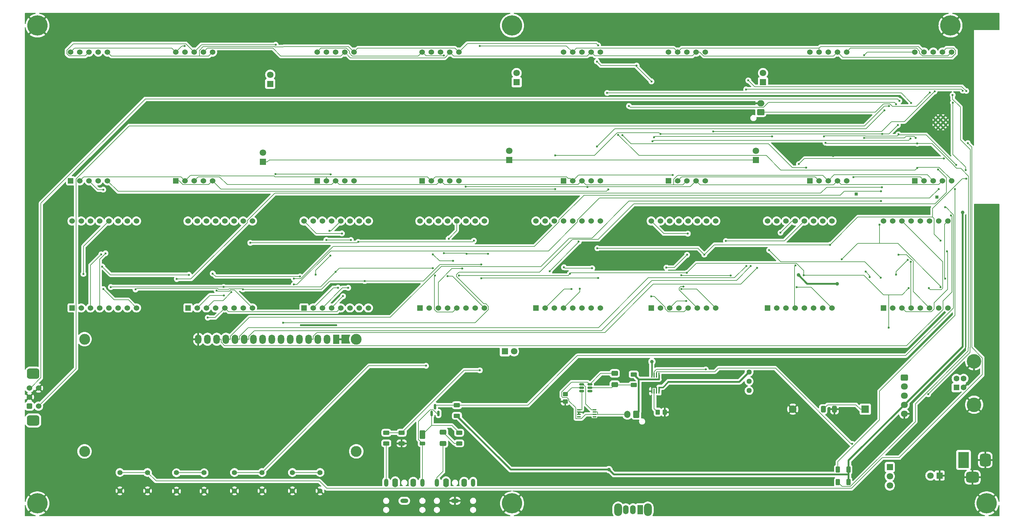
<source format=gbr>
%TF.GenerationSoftware,KiCad,Pcbnew,8.0.4*%
%TF.CreationDate,2024-09-13T09:32:51+02:00*%
%TF.ProjectId,DigiSlatePlus,44696769-536c-4617-9465-506c75732e6b,rev?*%
%TF.SameCoordinates,Original*%
%TF.FileFunction,Copper,L1,Top*%
%TF.FilePolarity,Positive*%
%FSLAX46Y46*%
G04 Gerber Fmt 4.6, Leading zero omitted, Abs format (unit mm)*
G04 Created by KiCad (PCBNEW 8.0.4) date 2024-09-13 09:32:51*
%MOMM*%
%LPD*%
G01*
G04 APERTURE LIST*
G04 Aperture macros list*
%AMRoundRect*
0 Rectangle with rounded corners*
0 $1 Rounding radius*
0 $2 $3 $4 $5 $6 $7 $8 $9 X,Y pos of 4 corners*
0 Add a 4 corners polygon primitive as box body*
4,1,4,$2,$3,$4,$5,$6,$7,$8,$9,$2,$3,0*
0 Add four circle primitives for the rounded corners*
1,1,$1+$1,$2,$3*
1,1,$1+$1,$4,$5*
1,1,$1+$1,$6,$7*
1,1,$1+$1,$8,$9*
0 Add four rect primitives between the rounded corners*
20,1,$1+$1,$2,$3,$4,$5,0*
20,1,$1+$1,$4,$5,$6,$7,0*
20,1,$1+$1,$6,$7,$8,$9,0*
20,1,$1+$1,$8,$9,$2,$3,0*%
G04 Aperture macros list end*
%TA.AperFunction,ComponentPad*%
%ADD10R,3.000000X4.500000*%
%TD*%
%TA.AperFunction,ComponentPad*%
%ADD11RoundRect,0.750000X0.750000X1.000000X-0.750000X1.000000X-0.750000X-1.000000X0.750000X-1.000000X0*%
%TD*%
%TA.AperFunction,ComponentPad*%
%ADD12RoundRect,0.750000X1.000000X0.750000X-1.000000X0.750000X-1.000000X-0.750000X1.000000X-0.750000X0*%
%TD*%
%TA.AperFunction,ComponentPad*%
%ADD13R,1.600000X1.600000*%
%TD*%
%TA.AperFunction,ComponentPad*%
%ADD14C,1.600000*%
%TD*%
%TA.AperFunction,ComponentPad*%
%ADD15C,4.000000*%
%TD*%
%TA.AperFunction,SMDPad,CuDef*%
%ADD16RoundRect,0.250000X-0.650000X0.412500X-0.650000X-0.412500X0.650000X-0.412500X0.650000X0.412500X0*%
%TD*%
%TA.AperFunction,SMDPad,CuDef*%
%ADD17RoundRect,0.250000X-0.450000X0.350000X-0.450000X-0.350000X0.450000X-0.350000X0.450000X0.350000X0*%
%TD*%
%TA.AperFunction,SMDPad,CuDef*%
%ADD18RoundRect,0.250000X0.650000X-0.412500X0.650000X0.412500X-0.650000X0.412500X-0.650000X-0.412500X0*%
%TD*%
%TA.AperFunction,ComponentPad*%
%ADD19R,1.524000X1.524000*%
%TD*%
%TA.AperFunction,ComponentPad*%
%ADD20C,1.524000*%
%TD*%
%TA.AperFunction,ComponentPad*%
%ADD21C,5.600000*%
%TD*%
%TA.AperFunction,SMDPad,CuDef*%
%ADD22RoundRect,0.250000X0.625000X-0.312500X0.625000X0.312500X-0.625000X0.312500X-0.625000X-0.312500X0*%
%TD*%
%TA.AperFunction,ComponentPad*%
%ADD23R,1.800000X1.800000*%
%TD*%
%TA.AperFunction,ComponentPad*%
%ADD24C,1.800000*%
%TD*%
%TA.AperFunction,SMDPad,CuDef*%
%ADD25RoundRect,0.250000X-0.412500X-0.650000X0.412500X-0.650000X0.412500X0.650000X-0.412500X0.650000X0*%
%TD*%
%TA.AperFunction,SMDPad,CuDef*%
%ADD26RoundRect,0.250000X0.312500X0.625000X-0.312500X0.625000X-0.312500X-0.625000X0.312500X-0.625000X0*%
%TD*%
%TA.AperFunction,SMDPad,CuDef*%
%ADD27R,0.431800X1.333500*%
%TD*%
%TA.AperFunction,SMDPad,CuDef*%
%ADD28RoundRect,0.150000X-0.512500X-0.150000X0.512500X-0.150000X0.512500X0.150000X-0.512500X0.150000X0*%
%TD*%
%TA.AperFunction,SMDPad,CuDef*%
%ADD29RoundRect,0.250000X-0.625000X0.312500X-0.625000X-0.312500X0.625000X-0.312500X0.625000X0.312500X0*%
%TD*%
%TA.AperFunction,SMDPad,CuDef*%
%ADD30RoundRect,0.250000X-0.350000X-0.450000X0.350000X-0.450000X0.350000X0.450000X-0.350000X0.450000X0*%
%TD*%
%TA.AperFunction,SMDPad,CuDef*%
%ADD31RoundRect,0.250000X0.500000X-0.950000X0.500000X0.950000X-0.500000X0.950000X-0.500000X-0.950000X0*%
%TD*%
%TA.AperFunction,SMDPad,CuDef*%
%ADD32RoundRect,0.250000X0.500000X-0.275000X0.500000X0.275000X-0.500000X0.275000X-0.500000X-0.275000X0*%
%TD*%
%TA.AperFunction,SMDPad,CuDef*%
%ADD33RoundRect,0.150000X0.150000X-0.587500X0.150000X0.587500X-0.150000X0.587500X-0.150000X-0.587500X0*%
%TD*%
%TA.AperFunction,SMDPad,CuDef*%
%ADD34R,1.100000X0.400000*%
%TD*%
%TA.AperFunction,ComponentPad*%
%ADD35RoundRect,0.250000X0.512000X-0.512000X0.512000X0.512000X-0.512000X0.512000X-0.512000X-0.512000X0*%
%TD*%
%TA.AperFunction,ComponentPad*%
%ADD36RoundRect,0.725000X0.975000X0.725000X-0.975000X0.725000X-0.975000X-0.725000X0.975000X-0.725000X0*%
%TD*%
%TA.AperFunction,ComponentPad*%
%ADD37O,1.200000X2.200000*%
%TD*%
%TA.AperFunction,ComponentPad*%
%ADD38O,1.600000X2.300000*%
%TD*%
%TA.AperFunction,ComponentPad*%
%ADD39O,2.200000X1.200000*%
%TD*%
%TA.AperFunction,ComponentPad*%
%ADD40O,1.600000X2.500000*%
%TD*%
%TA.AperFunction,ComponentPad*%
%ADD41R,0.850000X0.850000*%
%TD*%
%TA.AperFunction,ComponentPad*%
%ADD42O,2.200000X3.500000*%
%TD*%
%TA.AperFunction,ComponentPad*%
%ADD43R,1.500000X2.500000*%
%TD*%
%TA.AperFunction,ComponentPad*%
%ADD44O,1.500000X2.500000*%
%TD*%
%TA.AperFunction,ComponentPad*%
%ADD45C,1.440000*%
%TD*%
%TA.AperFunction,ComponentPad*%
%ADD46C,1.397000*%
%TD*%
%TA.AperFunction,ComponentPad*%
%ADD47RoundRect,0.250000X0.750000X-0.600000X0.750000X0.600000X-0.750000X0.600000X-0.750000X-0.600000X0*%
%TD*%
%TA.AperFunction,ComponentPad*%
%ADD48O,2.000000X1.700000*%
%TD*%
%TA.AperFunction,ComponentPad*%
%ADD49C,3.000000*%
%TD*%
%TA.AperFunction,ComponentPad*%
%ADD50R,1.800000X2.600000*%
%TD*%
%TA.AperFunction,ComponentPad*%
%ADD51O,1.800000X2.600000*%
%TD*%
%TA.AperFunction,ComponentPad*%
%ADD52RoundRect,0.250000X0.600000X0.750000X-0.600000X0.750000X-0.600000X-0.750000X0.600000X-0.750000X0*%
%TD*%
%TA.AperFunction,ComponentPad*%
%ADD53O,1.700000X2.000000*%
%TD*%
%TA.AperFunction,ComponentPad*%
%ADD54R,2.100000X2.100000*%
%TD*%
%TA.AperFunction,ComponentPad*%
%ADD55C,2.100000*%
%TD*%
%TA.AperFunction,ComponentPad*%
%ADD56RoundRect,0.250000X-0.725000X0.600000X-0.725000X-0.600000X0.725000X-0.600000X0.725000X0.600000X0*%
%TD*%
%TA.AperFunction,ComponentPad*%
%ADD57O,1.950000X1.700000*%
%TD*%
%TA.AperFunction,HeatsinkPad*%
%ADD58C,0.600000*%
%TD*%
%TA.AperFunction,ViaPad*%
%ADD59C,0.600000*%
%TD*%
%TA.AperFunction,ViaPad*%
%ADD60C,1.000000*%
%TD*%
%TA.AperFunction,Conductor*%
%ADD61C,0.200000*%
%TD*%
%TA.AperFunction,Conductor*%
%ADD62C,0.500000*%
%TD*%
%TA.AperFunction,Conductor*%
%ADD63C,0.300000*%
%TD*%
%TA.AperFunction,Conductor*%
%ADD64C,0.431600*%
%TD*%
G04 APERTURE END LIST*
D10*
%TO.P,J3,1*%
%TO.N,+12V*%
X331600000Y-190000000D03*
D11*
%TO.P,J3,2*%
%TO.N,GND*%
X337600000Y-190000000D03*
D12*
%TO.P,J3,3*%
X334100000Y-194800000D03*
%TD*%
D13*
%TO.P,J2,1,VBUS*%
%TO.N,+5V*%
X329640000Y-170000000D03*
D14*
%TO.P,J2,2,D-*%
%TO.N,D-*%
X329640000Y-167500000D03*
%TO.P,J2,3,D+*%
%TO.N,D+*%
X331640000Y-167500000D03*
%TO.P,J2,4,GND*%
%TO.N,GND*%
X331640000Y-170000000D03*
D15*
%TO.P,J2,5,Shield*%
X334500000Y-174750000D03*
X334500000Y-162750000D03*
%TD*%
D16*
%TO.P,C12,1*%
%TO.N,-BATT*%
X235320000Y-166085000D03*
%TO.P,C12,2*%
%TO.N,Net-(U22-VCC)*%
X235320000Y-169210000D03*
%TD*%
D17*
%TO.P,R21,1*%
%TO.N,Net-(U22-CS)*%
X221670000Y-171860000D03*
%TO.P,R21,2*%
%TO.N,GND*%
X221670000Y-173860000D03*
%TD*%
D18*
%TO.P,C21,1*%
%TO.N,Net-(C21-Pad1)*%
X187960000Y-185420000D03*
%TO.P,C21,2*%
%TO.N,Net-(C21-Pad2)*%
X187960000Y-182295000D03*
%TD*%
D19*
%TO.P,U11,1,R5*%
%TO.N,R5-4*%
X213600000Y-148000000D03*
D20*
%TO.P,U11,2,R7*%
%TO.N,R7-4*%
X216140000Y-148000000D03*
%TO.P,U11,3,C2*%
%TO.N,C2-4*%
X218680000Y-148000000D03*
%TO.P,U11,4,C3*%
%TO.N,C3-4*%
X221220000Y-148000000D03*
%TO.P,U11,5,R8*%
%TO.N,R8-4*%
X223760000Y-148000000D03*
%TO.P,U11,6,C5*%
%TO.N,C5-4*%
X226300000Y-148000000D03*
%TO.P,U11,7,R6*%
%TO.N,R6-4*%
X228840000Y-148000000D03*
%TO.P,U11,8,R3*%
%TO.N,R3-4*%
X231380000Y-148000000D03*
%TO.P,U11,9,R1*%
%TO.N,R1-4*%
X231380000Y-124000000D03*
%TO.P,U11,10,C4*%
%TO.N,C4-4*%
X228840000Y-124000000D03*
%TO.P,U11,11,C6*%
%TO.N,C6-4*%
X226300000Y-124000000D03*
%TO.P,U11,12,R4*%
%TO.N,R4-4*%
X223760000Y-124000000D03*
%TO.P,U11,13,C1*%
%TO.N,C1-4*%
X221220000Y-124000000D03*
%TO.P,U11,14,R2*%
%TO.N,R2-4*%
X218680000Y-124000000D03*
%TO.P,U11,15,C7*%
%TO.N,C7-4*%
X216140000Y-124000000D03*
%TO.P,U11,16,C8*%
%TO.N,C8-4*%
X213600000Y-124000000D03*
%TD*%
D19*
%TO.P,U5,1,R5*%
%TO.N,R5-7*%
X117555000Y-148000000D03*
D20*
%TO.P,U5,2,R7*%
%TO.N,R7-7*%
X120095000Y-148000000D03*
%TO.P,U5,3,C2*%
%TO.N,C2-7*%
X122635000Y-148000000D03*
%TO.P,U5,4,C3*%
%TO.N,C3-7*%
X125175000Y-148000000D03*
%TO.P,U5,5,R8*%
%TO.N,R8-7*%
X127715000Y-148000000D03*
%TO.P,U5,6,C5*%
%TO.N,C5-7*%
X130255000Y-148000000D03*
%TO.P,U5,7,R6*%
%TO.N,R6-7*%
X132795000Y-148000000D03*
%TO.P,U5,8,R3*%
%TO.N,R3-7*%
X135335000Y-148000000D03*
%TO.P,U5,9,R1*%
%TO.N,R1-7*%
X135335000Y-124000000D03*
%TO.P,U5,10,C4*%
%TO.N,C4-7*%
X132795000Y-124000000D03*
%TO.P,U5,11,C6*%
%TO.N,C6-7*%
X130255000Y-124000000D03*
%TO.P,U5,12,R4*%
%TO.N,R4-7*%
X127715000Y-124000000D03*
%TO.P,U5,13,C1*%
%TO.N,C1-7*%
X125175000Y-124000000D03*
%TO.P,U5,14,R2*%
%TO.N,R2-7*%
X122635000Y-124000000D03*
%TO.P,U5,15,C7*%
%TO.N,C7-7*%
X120095000Y-124000000D03*
%TO.P,U5,16,C8*%
%TO.N,C8-7*%
X117555000Y-124000000D03*
%TD*%
D21*
%TO.P,HOLE-2,HOLE-2*%
%TO.N,N/C*%
X207000000Y-70000000D03*
%TD*%
D22*
%TO.P,R31,1*%
%TO.N,+3.3V*%
X191770000Y-177800000D03*
%TO.P,R31,2*%
%TO.N,TC-IN*%
X191770000Y-174875000D03*
%TD*%
D19*
%TO.P,U32,1,R5*%
%TO.N,R5-1*%
X309525000Y-148000000D03*
D20*
%TO.P,U32,2,R7*%
%TO.N,R7-1*%
X312065000Y-148000000D03*
%TO.P,U32,3,C2*%
%TO.N,C2-1*%
X314605000Y-148000000D03*
%TO.P,U32,4,C3*%
%TO.N,C3-1*%
X317145000Y-148000000D03*
%TO.P,U32,5,R8*%
%TO.N,R8-1*%
X319685000Y-148000000D03*
%TO.P,U32,6,C5*%
%TO.N,C5-1*%
X322225000Y-148000000D03*
%TO.P,U32,7,R6*%
%TO.N,R6-1*%
X324765000Y-148000000D03*
%TO.P,U32,8,R3*%
%TO.N,R3-1*%
X327305000Y-148000000D03*
%TO.P,U32,9,R1*%
%TO.N,R1-1*%
X327305000Y-124000000D03*
%TO.P,U32,10,C4*%
%TO.N,C4-1*%
X324765000Y-124000000D03*
%TO.P,U32,11,C6*%
%TO.N,C6-1*%
X322225000Y-124000000D03*
%TO.P,U32,12,R4*%
%TO.N,R4-1*%
X319685000Y-124000000D03*
%TO.P,U32,13,C1*%
%TO.N,C1-1*%
X317145000Y-124000000D03*
%TO.P,U32,14,R2*%
%TO.N,R2-1*%
X314605000Y-124000000D03*
%TO.P,U32,15,C7*%
%TO.N,C7-1*%
X312065000Y-124000000D03*
%TO.P,U32,16,C8*%
%TO.N,C8-1*%
X309525000Y-124000000D03*
%TD*%
D19*
%TO.P,U14,1,CA*%
%TO.N,M1*%
X153175000Y-112890000D03*
D20*
%TO.P,U14,2,E*%
%TO.N,E*%
X155715000Y-112890000D03*
%TO.P,U14,3,D*%
%TO.N,D*%
X158255000Y-112890000D03*
%TO.P,U14,4,C*%
%TO.N,C*%
X160795000Y-112890000D03*
%TO.P,U14,5,CA*%
%TO.N,M1*%
X163335000Y-112890000D03*
%TO.P,U14,6,B*%
%TO.N,B*%
X163335000Y-77330000D03*
%TO.P,U14,7,A*%
%TO.N,A*%
X160795000Y-77330000D03*
%TO.P,U14,8,DP*%
%TO.N,DP*%
X158255000Y-77330000D03*
%TO.P,U14,9,F*%
%TO.N,F*%
X155715000Y-77330000D03*
%TO.P,U14,10,G*%
%TO.N,G*%
X153175000Y-77330000D03*
%TD*%
D19*
%TO.P,U17,1,CA*%
%TO.N,S1*%
X221175000Y-112890000D03*
D20*
%TO.P,U17,2,E*%
%TO.N,E*%
X223715000Y-112890000D03*
%TO.P,U17,3,D*%
%TO.N,D*%
X226255000Y-112890000D03*
%TO.P,U17,4,C*%
%TO.N,C*%
X228795000Y-112890000D03*
%TO.P,U17,5,CA*%
%TO.N,S1*%
X231335000Y-112890000D03*
%TO.P,U17,6,B*%
%TO.N,B*%
X231335000Y-77330000D03*
%TO.P,U17,7,A*%
%TO.N,A*%
X228795000Y-77330000D03*
%TO.P,U17,8,DP*%
%TO.N,DP*%
X226255000Y-77330000D03*
%TO.P,U17,9,F*%
%TO.N,F*%
X223715000Y-77330000D03*
%TO.P,U17,10,G*%
%TO.N,G*%
X221175000Y-77330000D03*
%TD*%
D19*
%TO.P,U13,1,CA*%
%TO.N,H2*%
X114175000Y-112890000D03*
D20*
%TO.P,U13,2,E*%
%TO.N,E*%
X116715000Y-112890000D03*
%TO.P,U13,3,D*%
%TO.N,D*%
X119255000Y-112890000D03*
%TO.P,U13,4,C*%
%TO.N,C*%
X121795000Y-112890000D03*
%TO.P,U13,5,CA*%
%TO.N,H2*%
X124335000Y-112890000D03*
%TO.P,U13,6,B*%
%TO.N,B*%
X124335000Y-77330000D03*
%TO.P,U13,7,A*%
%TO.N,A*%
X121795000Y-77330000D03*
%TO.P,U13,8,DP*%
%TO.N,DP*%
X119255000Y-77330000D03*
%TO.P,U13,9,F*%
%TO.N,F*%
X116715000Y-77330000D03*
%TO.P,U13,10,G*%
%TO.N,G*%
X114175000Y-77330000D03*
%TD*%
D22*
%TO.P,R34,1*%
%TO.N,GND*%
X176530000Y-185420000D03*
%TO.P,R34,2*%
%TO.N,TC-OUT*%
X176530000Y-182495000D03*
%TD*%
D21*
%TO.P,HOLE-1,HOLE-1*%
%TO.N,GND*%
X76000000Y-70000000D03*
%TD*%
D19*
%TO.P,U30,1,R5*%
%TO.N,R5-2*%
X277490000Y-148000000D03*
D20*
%TO.P,U30,2,R7*%
%TO.N,R7-2*%
X280030000Y-148000000D03*
%TO.P,U30,3,C2*%
%TO.N,C2-2*%
X282570000Y-148000000D03*
%TO.P,U30,4,C3*%
%TO.N,C3-2*%
X285110000Y-148000000D03*
%TO.P,U30,5,R8*%
%TO.N,R8-2*%
X287650000Y-148000000D03*
%TO.P,U30,6,C5*%
%TO.N,C5-2*%
X290190000Y-148000000D03*
%TO.P,U30,7,R6*%
%TO.N,R6-2*%
X292730000Y-148000000D03*
%TO.P,U30,8,R3*%
%TO.N,R3-2*%
X295270000Y-148000000D03*
%TO.P,U30,9,R1*%
%TO.N,R1-2*%
X295270000Y-124000000D03*
%TO.P,U30,10,C4*%
%TO.N,C4-2*%
X292730000Y-124000000D03*
%TO.P,U30,11,C6*%
%TO.N,C6-2*%
X290190000Y-124000000D03*
%TO.P,U30,12,R4*%
%TO.N,R4-2*%
X287650000Y-124000000D03*
%TO.P,U30,13,C1*%
%TO.N,C1-2*%
X285110000Y-124000000D03*
%TO.P,U30,14,R2*%
%TO.N,R2-2*%
X282570000Y-124000000D03*
%TO.P,U30,15,C7*%
%TO.N,C7-2*%
X280030000Y-124000000D03*
%TO.P,U30,16,C8*%
%TO.N,C8-2*%
X277490000Y-124000000D03*
%TD*%
D23*
%TO.P,D2,1,K*%
%TO.N,Net-(D2-K)*%
X208255000Y-85650000D03*
D24*
%TO.P,D2,2,A*%
%TO.N,Net-(D2-A)*%
X208255000Y-83110000D03*
%TD*%
D19*
%TO.P,U9,1,R5*%
%TO.N,R5-5*%
X181555000Y-148000000D03*
D20*
%TO.P,U9,2,R7*%
%TO.N,R7-5*%
X184095000Y-148000000D03*
%TO.P,U9,3,C2*%
%TO.N,C2-5*%
X186635000Y-148000000D03*
%TO.P,U9,4,C3*%
%TO.N,C3-5*%
X189175000Y-148000000D03*
%TO.P,U9,5,R8*%
%TO.N,R8-5*%
X191715000Y-148000000D03*
%TO.P,U9,6,C5*%
%TO.N,C5-5*%
X194255000Y-148000000D03*
%TO.P,U9,7,R6*%
%TO.N,R6-5*%
X196795000Y-148000000D03*
%TO.P,U9,8,R3*%
%TO.N,R3-5*%
X199335000Y-148000000D03*
%TO.P,U9,9,R1*%
%TO.N,R1-5*%
X199335000Y-124000000D03*
%TO.P,U9,10,C4*%
%TO.N,C4-5*%
X196795000Y-124000000D03*
%TO.P,U9,11,C6*%
%TO.N,C6-5*%
X194255000Y-124000000D03*
%TO.P,U9,12,R4*%
%TO.N,R4-5*%
X191715000Y-124000000D03*
%TO.P,U9,13,C1*%
%TO.N,C1-5*%
X189175000Y-124000000D03*
%TO.P,U9,14,R2*%
%TO.N,R2-5*%
X186635000Y-124000000D03*
%TO.P,U9,15,C7*%
%TO.N,C7-5*%
X184095000Y-124000000D03*
%TO.P,U9,16,C8*%
%TO.N,C8-5*%
X181555000Y-124000000D03*
%TD*%
D23*
%TO.P,D1,1,K*%
%TO.N,Net-(D1-K)*%
X140255000Y-86110000D03*
D24*
%TO.P,D1,2,A*%
%TO.N,Net-(D1-A)*%
X140255000Y-83570000D03*
%TD*%
D22*
%TO.P,R32,1*%
%TO.N,Net-(C21-Pad2)*%
X192405000Y-185420000D03*
%TO.P,R32,2*%
%TO.N,Net-(D14-K)*%
X192405000Y-182495000D03*
%TD*%
D25*
%TO.P,C3,1*%
%TO.N,Net-(BT1-+)*%
X292875000Y-176000000D03*
%TO.P,C3,2*%
%TO.N,GND*%
X296000000Y-176000000D03*
%TD*%
D19*
%TO.P,U15,1,CA*%
%TO.N,M2*%
X182175000Y-112890000D03*
D20*
%TO.P,U15,2,E*%
%TO.N,E*%
X184715000Y-112890000D03*
%TO.P,U15,3,D*%
%TO.N,D*%
X187255000Y-112890000D03*
%TO.P,U15,4,C*%
%TO.N,C*%
X189795000Y-112890000D03*
%TO.P,U15,5,CA*%
%TO.N,M2*%
X192335000Y-112890000D03*
%TO.P,U15,6,B*%
%TO.N,B*%
X192335000Y-77330000D03*
%TO.P,U15,7,A*%
%TO.N,A*%
X189795000Y-77330000D03*
%TO.P,U15,8,DP*%
%TO.N,DP*%
X187255000Y-77330000D03*
%TO.P,U15,9,F*%
%TO.N,F*%
X184715000Y-77330000D03*
%TO.P,U15,10,G*%
%TO.N,G*%
X182175000Y-77330000D03*
%TD*%
D19*
%TO.P,U28,1,R5*%
%TO.N,R5-3*%
X245410000Y-148000000D03*
D20*
%TO.P,U28,2,R7*%
%TO.N,R7-3*%
X247950000Y-148000000D03*
%TO.P,U28,3,C2*%
%TO.N,C2-3*%
X250490000Y-148000000D03*
%TO.P,U28,4,C3*%
%TO.N,C3-3*%
X253030000Y-148000000D03*
%TO.P,U28,5,R8*%
%TO.N,R8-3*%
X255570000Y-148000000D03*
%TO.P,U28,6,C5*%
%TO.N,C5-3*%
X258110000Y-148000000D03*
%TO.P,U28,7,R6*%
%TO.N,R6-3*%
X260650000Y-148000000D03*
%TO.P,U28,8,R3*%
%TO.N,R3-3*%
X263190000Y-148000000D03*
%TO.P,U28,9,R1*%
%TO.N,R1-3*%
X263190000Y-124000000D03*
%TO.P,U28,10,C4*%
%TO.N,C4-3*%
X260650000Y-124000000D03*
%TO.P,U28,11,C6*%
%TO.N,C6-3*%
X258110000Y-124000000D03*
%TO.P,U28,12,R4*%
%TO.N,R4-3*%
X255570000Y-124000000D03*
%TO.P,U28,13,C1*%
%TO.N,C1-3*%
X253030000Y-124000000D03*
%TO.P,U28,14,R2*%
%TO.N,R2-3*%
X250490000Y-124000000D03*
%TO.P,U28,15,C7*%
%TO.N,C7-3*%
X247950000Y-124000000D03*
%TO.P,U28,16,C8*%
%TO.N,C8-3*%
X245410000Y-124000000D03*
%TD*%
D22*
%TO.P,R33,1*%
%TO.N,Net-(J8-PadT)*%
X172280000Y-185420000D03*
%TO.P,R33,2*%
%TO.N,TC-OUT*%
X172280000Y-182495000D03*
%TD*%
D26*
%TO.P,R6,1*%
%TO.N,+3.3V*%
X299843900Y-196160000D03*
%TO.P,R6,2*%
%TO.N,SDA*%
X296918900Y-196160000D03*
%TD*%
D27*
%TO.P,U23,1,TEMP*%
%TO.N,GND*%
X245570001Y-171017250D03*
%TO.P,U23,2,PROG*%
%TO.N,Net-(U23-PROG)*%
X246219999Y-171017250D03*
%TO.P,U23,3,GND*%
%TO.N,GND*%
X246870001Y-171017250D03*
%TO.P,U23,4,VCC*%
%TO.N,CHARGER*%
X247519999Y-171017250D03*
%TO.P,U23,5,BAT*%
%TO.N,+BATT*%
X247519999Y-166584950D03*
%TO.P,U23,6,\u002ASTDBY*%
%TO.N,Net-(U23-\u002ASTDBY)*%
X246870001Y-166584950D03*
%TO.P,U23,7,\u002ACHRG*%
%TO.N,Net-(U23-\u002ACHRG)*%
X246219999Y-166584950D03*
%TO.P,U23,8,CE*%
%TO.N,CHARGER*%
X245570001Y-166584950D03*
%TD*%
D23*
%TO.P,D5,1,K*%
%TO.N,Net-(D4-K)*%
X206255000Y-107110000D03*
D24*
%TO.P,D5,2,A*%
%TO.N,Net-(D2-K)*%
X206255000Y-104570000D03*
%TD*%
D28*
%TO.P,U22,1,OD*%
%TO.N,Net-(U22-OD)*%
X226170000Y-169110000D03*
%TO.P,U22,2,CS*%
%TO.N,Net-(U22-CS)*%
X226170000Y-170060000D03*
%TO.P,U22,3,OC*%
%TO.N,Net-(U22-OC)*%
X226170000Y-171010000D03*
%TO.P,U22,4,TD*%
%TO.N,unconnected-(U22-TD-Pad4)*%
X228445000Y-171010000D03*
%TO.P,U22,5,VCC*%
%TO.N,Net-(U22-VCC)*%
X228445000Y-170060000D03*
%TO.P,U22,6,GND*%
%TO.N,-BATT*%
X228445000Y-169110000D03*
%TD*%
D23*
%TO.P,D3,1,K*%
%TO.N,Net-(D3-K)*%
X276255000Y-85650000D03*
D24*
%TO.P,D3,2,A*%
%TO.N,Net-(D3-A)*%
X276255000Y-83110000D03*
%TD*%
D21*
%TO.P,HOLE-4,HOLE-4*%
%TO.N,GND*%
X76000000Y-202000000D03*
%TD*%
D29*
%TO.P,R17,1*%
%TO.N,+BATT*%
X240570000Y-166372500D03*
%TO.P,R17,2*%
%TO.N,Net-(U22-VCC)*%
X240570000Y-169297500D03*
%TD*%
D21*
%TO.P,HOLE-6,6*%
%TO.N,GND*%
X338000000Y-202000000D03*
%TD*%
D23*
%TO.P,D7,1,K*%
%TO.N,Net-(D7-K)*%
X205000000Y-160000000D03*
D24*
%TO.P,D7,2,A*%
%TO.N,Net-(D7-A)*%
X207540000Y-160000000D03*
%TD*%
D19*
%TO.P,U20,1,CA*%
%TO.N,F2*%
X318175000Y-112890000D03*
D20*
%TO.P,U20,2,E*%
%TO.N,E*%
X320715000Y-112890000D03*
%TO.P,U20,3,D*%
%TO.N,D*%
X323255000Y-112890000D03*
%TO.P,U20,4,C*%
%TO.N,C*%
X325795000Y-112890000D03*
%TO.P,U20,5,CA*%
%TO.N,F2*%
X328335000Y-112890000D03*
%TO.P,U20,6,B*%
%TO.N,B*%
X328335000Y-77330000D03*
%TO.P,U20,7,A*%
%TO.N,A*%
X325795000Y-77330000D03*
%TO.P,U20,8,DP*%
%TO.N,DP*%
X323255000Y-77330000D03*
%TO.P,U20,9,F*%
%TO.N,F*%
X320715000Y-77330000D03*
%TO.P,U20,10,G*%
%TO.N,G*%
X318175000Y-77330000D03*
%TD*%
D19*
%TO.P,U8,1,R5*%
%TO.N,R5-6*%
X149555000Y-148000000D03*
D20*
%TO.P,U8,2,R7*%
%TO.N,R7-6*%
X152095000Y-148000000D03*
%TO.P,U8,3,C2*%
%TO.N,C2-6*%
X154635000Y-148000000D03*
%TO.P,U8,4,C3*%
%TO.N,C3-6*%
X157175000Y-148000000D03*
%TO.P,U8,5,R8*%
%TO.N,R8-7*%
X159715000Y-148000000D03*
%TO.P,U8,6,C5*%
%TO.N,C5-6*%
X162255000Y-148000000D03*
%TO.P,U8,7,R6*%
%TO.N,R6-6*%
X164795000Y-148000000D03*
%TO.P,U8,8,R3*%
%TO.N,R3-6*%
X167335000Y-148000000D03*
%TO.P,U8,9,R1*%
%TO.N,R1-6*%
X167335000Y-124000000D03*
%TO.P,U8,10,C4*%
%TO.N,C4-6*%
X164795000Y-124000000D03*
%TO.P,U8,11,C6*%
%TO.N,C6-6*%
X162255000Y-124000000D03*
%TO.P,U8,12,R4*%
%TO.N,R4-6*%
X159715000Y-124000000D03*
%TO.P,U8,13,C1*%
%TO.N,C1-6*%
X157175000Y-124000000D03*
%TO.P,U8,14,R2*%
%TO.N,R2-6*%
X154635000Y-124000000D03*
%TO.P,U8,15,C7*%
%TO.N,C7-6*%
X152095000Y-124000000D03*
%TO.P,U8,16,C8*%
%TO.N,C8-6*%
X149555000Y-124000000D03*
%TD*%
D19*
%TO.P,U18,1,CA*%
%TO.N,S2*%
X250175000Y-112890000D03*
D20*
%TO.P,U18,2,E*%
%TO.N,E*%
X252715000Y-112890000D03*
%TO.P,U18,3,D*%
%TO.N,D*%
X255255000Y-112890000D03*
%TO.P,U18,4,C*%
%TO.N,C*%
X257795000Y-112890000D03*
%TO.P,U18,5,CA*%
%TO.N,S2*%
X260335000Y-112890000D03*
%TO.P,U18,6,B*%
%TO.N,B*%
X260335000Y-77330000D03*
%TO.P,U18,7,A*%
%TO.N,A*%
X257795000Y-77330000D03*
%TO.P,U18,8,DP*%
%TO.N,DP*%
X255255000Y-77330000D03*
%TO.P,U18,9,F*%
%TO.N,F*%
X252715000Y-77330000D03*
%TO.P,U18,10,G*%
%TO.N,G*%
X250175000Y-77330000D03*
%TD*%
D21*
%TO.P,HOLE-3,HOLE-3*%
%TO.N,GND*%
X328000000Y-70000000D03*
%TD*%
D19*
%TO.P,U19,1,CA*%
%TO.N,F1*%
X289175000Y-112890000D03*
D20*
%TO.P,U19,2,E*%
%TO.N,E*%
X291715000Y-112890000D03*
%TO.P,U19,3,D*%
%TO.N,D*%
X294255000Y-112890000D03*
%TO.P,U19,4,C*%
%TO.N,C*%
X296795000Y-112890000D03*
%TO.P,U19,5,CA*%
%TO.N,F1*%
X299335000Y-112890000D03*
%TO.P,U19,6,B*%
%TO.N,B*%
X299335000Y-77330000D03*
%TO.P,U19,7,A*%
%TO.N,A*%
X296795000Y-77330000D03*
%TO.P,U19,8,DP*%
%TO.N,DP*%
X294255000Y-77330000D03*
%TO.P,U19,9,F*%
%TO.N,F*%
X291715000Y-77330000D03*
%TO.P,U19,10,G*%
%TO.N,G*%
X289175000Y-77330000D03*
%TD*%
D26*
%TO.P,R5,1*%
%TO.N,+3.3V*%
X299843900Y-192660000D03*
%TO.P,R5,2*%
%TO.N,SCL*%
X296918900Y-192660000D03*
%TD*%
D30*
%TO.P,R22,1*%
%TO.N,Net-(U23-PROG)*%
X247174000Y-176784000D03*
%TO.P,R22,2*%
%TO.N,GND*%
X249174000Y-176784000D03*
%TD*%
D21*
%TO.P,HOLE-5,5*%
%TO.N,GND*%
X207000000Y-202000000D03*
%TD*%
D31*
%TO.P,D14,1,K*%
%TO.N,Net-(D14-K)*%
X182245000Y-183045000D03*
D32*
%TO.P,D14,2,A*%
%TO.N,Net-(D14-A)*%
X182245000Y-185420000D03*
%TD*%
D19*
%TO.P,U26,1,R5*%
%TO.N,R5-8*%
X85555000Y-148000000D03*
D20*
%TO.P,U26,2,R7*%
%TO.N,R7-8*%
X88095000Y-148000000D03*
%TO.P,U26,3,C2*%
%TO.N,C2-8*%
X90635000Y-148000000D03*
%TO.P,U26,4,C3*%
%TO.N,C3-8*%
X93175000Y-148000000D03*
%TO.P,U26,5,R8*%
%TO.N,R8-8*%
X95715000Y-148000000D03*
%TO.P,U26,6,C5*%
%TO.N,C5-8*%
X98255000Y-148000000D03*
%TO.P,U26,7,R6*%
%TO.N,R6-8*%
X100795000Y-148000000D03*
%TO.P,U26,8,R3*%
%TO.N,R3-8*%
X103335000Y-148000000D03*
%TO.P,U26,9,R1*%
%TO.N,R1-8*%
X103335000Y-124000000D03*
%TO.P,U26,10,C4*%
%TO.N,C4-8*%
X100795000Y-124000000D03*
%TO.P,U26,11,C6*%
%TO.N,C6-8*%
X98255000Y-124000000D03*
%TO.P,U26,12,R4*%
%TO.N,R4-8*%
X95715000Y-124000000D03*
%TO.P,U26,13,C1*%
%TO.N,C1-8*%
X93175000Y-124000000D03*
%TO.P,U26,14,R2*%
%TO.N,R2-8*%
X90635000Y-124000000D03*
%TO.P,U26,15,C7*%
%TO.N,C7-8*%
X88095000Y-124000000D03*
%TO.P,U26,16,C8*%
%TO.N,C8-8*%
X85555000Y-124000000D03*
%TD*%
D23*
%TO.P,D4,1,K*%
%TO.N,Net-(D4-K)*%
X138255000Y-107650000D03*
D24*
%TO.P,D4,2,A*%
%TO.N,Net-(D1-K)*%
X138255000Y-105110000D03*
%TD*%
D19*
%TO.P,U12,1,CA*%
%TO.N,H1*%
X85175000Y-112890000D03*
D20*
%TO.P,U12,2,E*%
%TO.N,E*%
X87715000Y-112890000D03*
%TO.P,U12,3,D*%
%TO.N,D*%
X90255000Y-112890000D03*
%TO.P,U12,4,C*%
%TO.N,C*%
X92795000Y-112890000D03*
%TO.P,U12,5,CA*%
%TO.N,H1*%
X95335000Y-112890000D03*
%TO.P,U12,6,B*%
%TO.N,B*%
X95335000Y-77330000D03*
%TO.P,U12,7,A*%
%TO.N,A*%
X92795000Y-77330000D03*
%TO.P,U12,8,DP*%
%TO.N,DP*%
X90255000Y-77330000D03*
%TO.P,U12,9,F*%
%TO.N,F*%
X87715000Y-77330000D03*
%TO.P,U12,10,G*%
%TO.N,G*%
X85175000Y-77330000D03*
%TD*%
D23*
%TO.P,D6,1,K*%
%TO.N,Net-(D4-K)*%
X274255000Y-107110000D03*
D24*
%TO.P,D6,2,A*%
%TO.N,Net-(D3-K)*%
X274255000Y-104570000D03*
%TD*%
D33*
%TO.P,Q4,1,B*%
%TO.N,Net-(D14-K)*%
X184785000Y-177165000D03*
%TO.P,Q4,2,E*%
%TO.N,Net-(D14-A)*%
X186685000Y-177165000D03*
%TO.P,Q4,3,C*%
%TO.N,TC-IN*%
X185735000Y-175290000D03*
%TD*%
D34*
%TO.P,Q3,1*%
%TO.N,unconnected-(Q3-Pad1)*%
X229720000Y-178060000D03*
%TO.P,Q3,2*%
%TO.N,-BATT*%
X229720000Y-177410000D03*
%TO.P,Q3,3*%
X229720000Y-176760000D03*
%TO.P,Q3,4*%
%TO.N,Net-(U22-OD)*%
X229720000Y-176110000D03*
%TO.P,Q3,5*%
%TO.N,Net-(U22-OC)*%
X225420000Y-176110000D03*
%TO.P,Q3,6*%
%TO.N,GND*%
X225420000Y-176760000D03*
%TO.P,Q3,7*%
X225420000Y-177410000D03*
%TO.P,Q3,8*%
%TO.N,unconnected-(Q3-Pad1)_1*%
X225420000Y-178060000D03*
%TD*%
D23*
%TO.P,D11,1,K*%
%TO.N,GND*%
X325000000Y-194310000D03*
D24*
%TO.P,D11,2,A*%
%TO.N,Net-(D11-A)*%
X322460000Y-194310000D03*
%TD*%
D35*
%TO.P,SW1,A,A*%
%TO.N,ROT-CLK*%
X73799500Y-175135000D03*
D20*
%TO.P,SW1,B,B*%
%TO.N,ROT-DT*%
X73799500Y-170135000D03*
%TO.P,SW1,C,C*%
%TO.N,GND*%
X73799500Y-172635000D03*
%TO.P,SW1,S1,S1*%
%TO.N,ROT-SW*%
X76299500Y-175135000D03*
%TO.P,SW1,S2,S2*%
%TO.N,GND*%
X76299500Y-170135000D03*
D36*
%TO.P,SW1,SH*%
%TO.N,N/C*%
X74849500Y-166185000D03*
X74849500Y-179085000D03*
%TD*%
D23*
%TO.P,D9,1,K1*%
%TO.N,Net-(D9-K1)*%
X311250000Y-191980000D03*
D24*
%TO.P,D9,2,A*%
%TO.N,CHARGER*%
X311250000Y-194520000D03*
%TO.P,D9,3,K2*%
%TO.N,Net-(D9-K2)*%
X311250000Y-197060000D03*
%TD*%
D37*
%TO.P,J8,R*%
%TO.N,Net-(D14-A)*%
X182250000Y-196295000D03*
D38*
%TO.P,J8,RN*%
%TO.N,N/C*%
X179750000Y-196295000D03*
D39*
%TO.P,J8,S*%
%TO.N,Net-(D14-A)*%
X177250000Y-201295000D03*
D37*
%TO.P,J8,T*%
%TO.N,Net-(J8-PadT)*%
X172250000Y-196295000D03*
D40*
%TO.P,J8,TN*%
%TO.N,N/C*%
X174750000Y-196295000D03*
%TD*%
D41*
%TO.P,J10,1,Pin_1*%
%TO.N,IO7*%
X324200000Y-117400000D03*
%TD*%
D42*
%TO.P,SW7,*%
%TO.N,*%
X244475000Y-203740000D03*
X236275000Y-203740000D03*
D43*
%TO.P,SW7,1,A*%
%TO.N,unconnected-(SW7A-A-Pad1)*%
X242375000Y-203740000D03*
D44*
%TO.P,SW7,2,B*%
%TO.N,+BATT*%
X240375000Y-203740000D03*
%TO.P,SW7,3,C*%
%TO.N,VCC-INT*%
X238375000Y-203740000D03*
%TD*%
D45*
%TO.P,RV4,1,1*%
%TO.N,Net-(U21-FB)*%
X272415000Y-170815000D03*
%TO.P,RV4,2,2*%
X272415000Y-168275000D03*
%TO.P,RV4,3,3*%
%TO.N,CHARGER*%
X272415000Y-165735000D03*
%TD*%
D46*
%TO.P,SW5,1,1*%
%TO.N,GND*%
X98760000Y-198540000D03*
X106380000Y-198540000D03*
%TO.P,SW5,2,2*%
%TO.N,SW4*%
X98760000Y-193460000D03*
X106380000Y-193460000D03*
%TD*%
D47*
%TO.P,J6,1,Pin_1*%
%TO.N,SLATE*%
X275610000Y-93945000D03*
D48*
%TO.P,J6,2,Pin_2*%
%TO.N,GND*%
X275610000Y-91445000D03*
%TD*%
D46*
%TO.P,SW2,1,1*%
%TO.N,GND*%
X146380000Y-198540000D03*
X154000000Y-198540000D03*
%TO.P,SW2,2,2*%
%TO.N,SW1*%
X146380000Y-193460000D03*
X154000000Y-193460000D03*
%TD*%
%TO.P,SW3,1,1*%
%TO.N,GND*%
X130380000Y-198540000D03*
X138000000Y-198540000D03*
%TO.P,SW3,2,2*%
%TO.N,SW2*%
X130380000Y-193460000D03*
X138000000Y-193460000D03*
%TD*%
D49*
%TO.P,DS1,*%
%TO.N,*%
X164000000Y-187643200D03*
X164000000Y-156642500D03*
X89001420Y-187643200D03*
X89000900Y-156642500D03*
D50*
%TO.P,DS1,1,VSS*%
%TO.N,GND*%
X158500900Y-156642500D03*
D51*
%TO.P,DS1,2,VDD*%
%TO.N,+5V*%
X155960900Y-156642500D03*
%TO.P,DS1,3,VO*%
%TO.N,Net-(DS1-VO)*%
X153420900Y-156642500D03*
%TO.P,DS1,4,RS*%
%TO.N,RS*%
X150880900Y-156642500D03*
%TO.P,DS1,5,R/W*%
%TO.N,GND*%
X148340900Y-156642500D03*
%TO.P,DS1,6,E*%
%TO.N,CE*%
X145800900Y-156642500D03*
%TO.P,DS1,7,D0*%
%TO.N,unconnected-(DS1-D0-Pad7)*%
X143260900Y-156642500D03*
%TO.P,DS1,8,D1*%
%TO.N,unconnected-(DS1-D1-Pad8)*%
X140720900Y-156642500D03*
%TO.P,DS1,9,D2*%
%TO.N,unconnected-(DS1-D2-Pad9)*%
X138180900Y-156642500D03*
%TO.P,DS1,10,D3*%
%TO.N,unconnected-(DS1-D3-Pad10)*%
X135640900Y-156642500D03*
%TO.P,DS1,11,D4*%
%TO.N,D4*%
X133100900Y-156642500D03*
%TO.P,DS1,12,D5*%
%TO.N,D5*%
X130560900Y-156642500D03*
%TO.P,DS1,13,D6*%
%TO.N,D6*%
X128020900Y-156642500D03*
%TO.P,DS1,14,D7*%
%TO.N,D7*%
X125480900Y-156642500D03*
%TO.P,DS1,15,LED(+)*%
%TO.N,+5V*%
X122940900Y-156642500D03*
%TO.P,DS1,16,LED(-)*%
%TO.N,GND*%
X120400900Y-156642500D03*
%TD*%
D52*
%TO.P,J4,1,Pin_1*%
%TO.N,+BATT*%
X241304000Y-177384000D03*
D53*
%TO.P,J4,2,Pin_2*%
%TO.N,-BATT*%
X238804000Y-177384000D03*
%TD*%
D46*
%TO.P,SW4,1,1*%
%TO.N,GND*%
X114380000Y-198620000D03*
X122000000Y-198620000D03*
%TO.P,SW4,2,2*%
%TO.N,SW3*%
X114380000Y-193540000D03*
X122000000Y-193540000D03*
%TD*%
D54*
%TO.P,BT1,1,+*%
%TO.N,Net-(BT1-+)*%
X304470000Y-175965000D03*
D55*
%TO.P,BT1,2,-*%
%TO.N,GND*%
X284470000Y-175965000D03*
%TD*%
D56*
%TO.P,J1,1,Pin_1*%
%TO.N,RST*%
X315250000Y-167250000D03*
D57*
%TO.P,J1,2,Pin_2*%
%TO.N,RX0*%
X315250000Y-169750000D03*
%TO.P,J1,3,Pin_3*%
%TO.N,TX0*%
X315250000Y-172250000D03*
%TO.P,J1,4,Pin_4*%
%TO.N,+3.3V*%
X315250000Y-174750000D03*
%TO.P,J1,5,Pin_5*%
%TO.N,GND*%
X315250000Y-177250000D03*
%TD*%
D41*
%TO.P,J9,1,Pin_1*%
%TO.N,MISO*%
X302000000Y-116500000D03*
%TD*%
D37*
%TO.P,J7,R*%
%TO.N,unconnected-(J7-PadR)*%
X196250000Y-196295000D03*
D38*
%TO.P,J7,RN*%
%TO.N,N/C*%
X193750000Y-196295000D03*
D39*
%TO.P,J7,S*%
%TO.N,GND*%
X191250000Y-201295000D03*
D37*
%TO.P,J7,T*%
%TO.N,Net-(C21-Pad1)*%
X186250000Y-196295000D03*
D40*
%TO.P,J7,TN*%
%TO.N,N/C*%
X188750000Y-196295000D03*
%TD*%
D58*
%TO.P,U1,41,GND*%
%TO.N,GND*%
X324580000Y-98150000D03*
X325980000Y-98150000D03*
X323880000Y-97450000D03*
X325280000Y-97450000D03*
X326680000Y-97450000D03*
X324580000Y-96750000D03*
X325980000Y-96750000D03*
X323880000Y-96050000D03*
X325280000Y-96050000D03*
X326680000Y-96050000D03*
X324580000Y-95350000D03*
X325980000Y-95350000D03*
%TD*%
D59*
%TO.N,GND*%
X277500000Y-163000000D03*
X285750000Y-96520000D03*
X266500000Y-176000000D03*
X134900000Y-137100000D03*
X78500000Y-170100000D03*
X227500000Y-176500000D03*
X315000000Y-81100000D03*
X123500000Y-162600000D03*
X158500000Y-152750000D03*
X276000000Y-186000000D03*
X276000000Y-191000000D03*
X79300000Y-175000000D03*
X134900000Y-135500000D03*
X266500000Y-175000000D03*
X315800000Y-81100000D03*
X244500000Y-128500000D03*
X122600000Y-162600000D03*
X81600000Y-131400000D03*
X291800000Y-104600000D03*
X81600000Y-129800000D03*
X295600000Y-106000000D03*
X81600000Y-132200000D03*
X134900000Y-134700000D03*
X78500000Y-175000000D03*
X81600000Y-130600000D03*
X114500000Y-128400000D03*
X119000000Y-126000000D03*
X275500000Y-163000000D03*
X277000000Y-186000000D03*
X124400000Y-162600000D03*
X279000000Y-186000000D03*
X275000000Y-191000000D03*
X114500000Y-126000000D03*
X148750000Y-152750000D03*
X276500000Y-163000000D03*
X321000000Y-177000000D03*
X81600000Y-133000000D03*
X266500000Y-173000000D03*
X257500000Y-128500000D03*
X273100000Y-120700000D03*
X134900000Y-136300000D03*
X278000000Y-191000000D03*
X126200000Y-162600000D03*
X277000000Y-191000000D03*
X134900000Y-137900000D03*
X114500000Y-127600000D03*
X321000000Y-175000000D03*
X244000000Y-96000000D03*
X273000000Y-94000000D03*
X314200000Y-81100000D03*
X216000000Y-126000000D03*
X240000000Y-94500000D03*
X261500000Y-95500000D03*
X79300000Y-170100000D03*
X266500000Y-172000000D03*
X278000000Y-186000000D03*
X279500000Y-163000000D03*
X321000000Y-176000000D03*
X114500000Y-129200000D03*
X266500000Y-174000000D03*
X331000000Y-89500000D03*
X321000000Y-178000000D03*
X226000000Y-133000000D03*
X275000000Y-186000000D03*
X321000000Y-179000000D03*
X252000000Y-128500000D03*
X278500000Y-163000000D03*
X272300000Y-120700000D03*
X213000000Y-126000000D03*
X279000000Y-191000000D03*
X125300000Y-162600000D03*
X114500000Y-126800000D03*
D60*
%TO.N,+5V*%
X286031400Y-138914100D03*
X296741700Y-141350300D03*
D59*
%TO.N,SLATE*%
X322316700Y-88541700D03*
%TO.N,LOAD-TC*%
X312984900Y-91711200D03*
X239245700Y-92226100D03*
%TO.N,TC-IN*%
X326515400Y-120209900D03*
%TO.N,TC-OUT*%
X245785600Y-102003600D03*
X316953000Y-101229100D03*
X198095300Y-165237600D03*
%TO.N,SDA*%
X318793900Y-102608900D03*
X293505100Y-102358100D03*
%TO.N,SCL*%
X329561300Y-108504300D03*
X329253200Y-115186600D03*
X313636600Y-100053300D03*
X293048300Y-100599700D03*
%TO.N,FLASH-LED*%
X262502200Y-99269400D03*
X323615300Y-88199700D03*
%TO.N,F1*%
X237478500Y-100305400D03*
X288158300Y-109273200D03*
%TO.N,H1*%
X233561000Y-115305400D03*
%TO.N,H2*%
X218901000Y-115204700D03*
%TO.N,B*%
X230757600Y-75503400D03*
%TO.N,F*%
X198095300Y-75620300D03*
%TO.N,F2*%
X318832900Y-109345100D03*
X236276200Y-100179400D03*
%TO.N,RTC-INT*%
X318437100Y-101082900D03*
X304198500Y-101055800D03*
%TO.N,SW3*%
X143826300Y-152109900D03*
X324595700Y-109780300D03*
%TO.N,RX0*%
X328600000Y-89200000D03*
X321831000Y-171842700D03*
%TO.N,TX0*%
X332200000Y-109900000D03*
X328678100Y-91320800D03*
%TO.N,Net-(BT1-+)*%
X305727700Y-139497600D03*
X304559700Y-137950100D03*
%TO.N,D5*%
X271634400Y-136399100D03*
X272194900Y-85155600D03*
X332345500Y-88083900D03*
%TO.N,RS*%
X274646800Y-136918500D03*
X286164700Y-108269700D03*
X326151800Y-106759200D03*
%TO.N,D6*%
X308813700Y-118475800D03*
%TO.N,D4*%
X271599900Y-87644500D03*
X331373500Y-87986200D03*
X272873400Y-136451400D03*
%TO.N,CE*%
X146764400Y-141556400D03*
X324728200Y-115151000D03*
%TO.N,ROT-SW*%
X311005900Y-92252700D03*
%TO.N,ROT-CLK*%
X114446800Y-140021000D03*
X309093200Y-114657800D03*
%TO.N,ROT-DT*%
X313903700Y-90814400D03*
%TO.N,SW4*%
X332769800Y-102472500D03*
%TO.N,SW2*%
X278738800Y-100664200D03*
X183248800Y-163993900D03*
X246140000Y-100867200D03*
%TO.N,Net-(U23-\u002ASTDBY)*%
X300863000Y-185545900D03*
D60*
%TO.N,CHARGER*%
X245604100Y-162846500D03*
D59*
%TO.N,D7*%
X328114600Y-122442500D03*
%TO.N,Net-(U23-\u002ACHRG)*%
X260450600Y-164991400D03*
%TO.N,SW1*%
X146792400Y-139944900D03*
X308813700Y-115784700D03*
%TO.N,SCK*%
X132720000Y-142877900D03*
X198482700Y-139791500D03*
X298025800Y-134606600D03*
X233258600Y-88609000D03*
X308439800Y-124993100D03*
X230739600Y-139710500D03*
X103077700Y-142909000D03*
X166324100Y-140582700D03*
X325260300Y-142318200D03*
X317171000Y-91365500D03*
X198495600Y-135974800D03*
%TO.N,MOSI*%
X218880400Y-105872800D03*
X247927900Y-99944100D03*
X313456100Y-97524700D03*
X309187400Y-99922200D03*
%TO.N,E*%
X301231800Y-111845300D03*
X251331900Y-111292500D03*
%TO.N,DP*%
X230416000Y-79946200D03*
X141746100Y-75292100D03*
X241391700Y-81055600D03*
X245464900Y-85426000D03*
%TO.N,D*%
X94169800Y-115331800D03*
%TO.N,G*%
X304201300Y-78179300D03*
X188183500Y-78280500D03*
X116598000Y-75644900D03*
%TO.N,C*%
X156912400Y-111154200D03*
X141678600Y-111046500D03*
X227788300Y-114616000D03*
X194192000Y-114538300D03*
D60*
%TO.N,+3.3V*%
X331315800Y-121619700D03*
X233726900Y-192676500D03*
D59*
%TO.N,Net-(C24-Pad2)*%
X162516600Y-129237700D03*
X155740200Y-129239200D03*
%TO.N,Net-(C26-Pad2)*%
X200407000Y-133016500D03*
X194449700Y-133090700D03*
X188185400Y-132893300D03*
%TO.N,LED-BN*%
X127399000Y-142218500D03*
X158328700Y-138078600D03*
X222970200Y-138550700D03*
X316461700Y-142566300D03*
X255202000Y-138337900D03*
X287509000Y-138963800D03*
X192298600Y-139081100D03*
X185131800Y-137062500D03*
X96270300Y-142258800D03*
X310927500Y-153449300D03*
%TO.N,Net-(U3-DIN)*%
X117797700Y-138850700D03*
X93895600Y-136566700D03*
%TO.N,C3-8*%
X94788300Y-132925600D03*
%TO.N,C2-8*%
X93615000Y-133206200D03*
%TO.N,R3-8*%
X94206900Y-142789000D03*
%TO.N,R4-8*%
X88694100Y-138622200D03*
%TO.N,R3-7*%
X125452100Y-143233100D03*
%TO.N,Net-(U4-DIN)*%
X124376200Y-138514500D03*
X148459900Y-139315800D03*
%TO.N,R8-7*%
X123016600Y-150692800D03*
%TO.N,R7-7*%
X127447100Y-144522200D03*
%TO.N,C2-7*%
X129543000Y-143663500D03*
%TO.N,R7-6*%
X158989500Y-142427700D03*
%TO.N,C8-6*%
X160032400Y-127421200D03*
%TO.N,R4-6*%
X152768700Y-138780200D03*
X156564600Y-126730900D03*
X156813900Y-133576200D03*
%TO.N,C2-6*%
X161773100Y-142448000D03*
%TO.N,C3-6*%
X160338800Y-144758900D03*
%TO.N,C2-5*%
X193232400Y-137134900D03*
%TO.N,R8-5*%
X185769200Y-139075400D03*
%TO.N,C5-5*%
X185132900Y-133185200D03*
X190760200Y-135015200D03*
%TO.N,R4-5*%
X189501500Y-128864100D03*
%TO.N,R3-5*%
X189176400Y-139240800D03*
%TO.N,Net-(U10-DIN)*%
X229112900Y-137036500D03*
X221306800Y-136775800D03*
%TO.N,R7-4*%
X223435700Y-142782900D03*
%TO.N,R4-4*%
X225387900Y-129694400D03*
X217352900Y-137905800D03*
%TO.N,C3-4*%
X225700500Y-142704200D03*
%TO.N,Net-(U27-DIN)*%
X253688800Y-138945000D03*
X267345200Y-139032300D03*
%TO.N,C5-3*%
X254304400Y-142086500D03*
%TO.N,C8-3*%
X255500200Y-127486800D03*
%TO.N,R8-3*%
X245438600Y-144784600D03*
%TO.N,R4-3*%
X249605100Y-136862600D03*
X255315100Y-133325000D03*
%TO.N,R3-3*%
X253716700Y-142750600D03*
%TO.N,C2-3*%
X255032700Y-146083100D03*
%TO.N,R3-2*%
X285568200Y-142265400D03*
%TO.N,R4-2*%
X266013500Y-129500600D03*
%TO.N,Net-(U29-DIN)*%
X277938100Y-132065200D03*
X308757300Y-139653200D03*
%TO.N,C3-2*%
X285196200Y-136262500D03*
%TO.N,C1-2*%
X281076600Y-127209600D03*
%TO.N,R1-1*%
X326522900Y-139931200D03*
%TO.N,R2-1*%
X322040600Y-142566300D03*
%TO.N,C5-1*%
X313676400Y-133312800D03*
%TO.N,C3-1*%
X317081100Y-135249700D03*
%TO.N,C2-1*%
X326997800Y-132387500D03*
%TO.N,R4-1*%
X316216300Y-134751000D03*
X313007200Y-138804600D03*
%TO.N,LOAD-2*%
X134746500Y-130033500D03*
X230409300Y-103418900D03*
X196463600Y-129427100D03*
X164519200Y-129770800D03*
X309785400Y-93434600D03*
%TO.N,LOAD-1*%
X230527800Y-131520400D03*
X260067000Y-133276600D03*
X332400000Y-112296349D03*
X325282800Y-129433200D03*
X294757500Y-130559300D03*
%TD*%
D61*
%TO.N,GND*%
X285370000Y-96900000D02*
X285750000Y-96520000D01*
X242500000Y-94500000D02*
X244000000Y-96000000D01*
X293200000Y-106000000D02*
X295600000Y-106000000D01*
D62*
X334500000Y-162750000D02*
X334500000Y-167140000D01*
D61*
X119000000Y-126000000D02*
X114500000Y-126000000D01*
X291800000Y-104600000D02*
X293200000Y-106000000D01*
X240000000Y-94500000D02*
X242500000Y-94500000D01*
X257500000Y-128500000D02*
X252000000Y-128500000D01*
D63*
X245570001Y-170050500D02*
X245570001Y-171017250D01*
D61*
X225420000Y-176760000D02*
X227240000Y-176760000D01*
X272660000Y-94340000D02*
X272660000Y-95938503D01*
D62*
X148750000Y-152750000D02*
X158500000Y-152750000D01*
X334500000Y-167140000D02*
X331640000Y-170000000D01*
D61*
X227240000Y-176760000D02*
X227500000Y-176500000D01*
X263000000Y-94000000D02*
X273000000Y-94000000D01*
X273621497Y-96900000D02*
X285370000Y-96900000D01*
D63*
X245620501Y-170000000D02*
X245570001Y-170050500D01*
D61*
X261500000Y-95500000D02*
X263000000Y-94000000D01*
X225420000Y-176760000D02*
X225420000Y-177410000D01*
X244500000Y-128500000D02*
X252000000Y-128500000D01*
X272660000Y-95938503D02*
X273621497Y-96900000D01*
D63*
X246870001Y-171017250D02*
X246870001Y-170050500D01*
D61*
X273000000Y-94000000D02*
X272660000Y-94340000D01*
D63*
X246819501Y-170000000D02*
X245620501Y-170000000D01*
X246870001Y-170050500D02*
X246819501Y-170000000D01*
D61*
X216000000Y-126000000D02*
X213000000Y-126000000D01*
D62*
%TO.N,+5V*%
X296741700Y-141350300D02*
X288467600Y-141350300D01*
X288467600Y-141350300D02*
X286031400Y-138914100D01*
D61*
%TO.N,Net-(D4-K)*%
X274255000Y-107110000D02*
X273053300Y-107110000D01*
X139996700Y-107110000D02*
X139456700Y-107650000D01*
X206255000Y-107110000D02*
X139996700Y-107110000D01*
X138255000Y-107650000D02*
X139456700Y-107650000D01*
X206255000Y-107110000D02*
X207456700Y-107110000D01*
X273053300Y-107110000D02*
X207456700Y-107110000D01*
%TO.N,Net-(U22-VCC)*%
X234470000Y-170060000D02*
X235320000Y-169210000D01*
X235407500Y-169297500D02*
X235320000Y-169210000D01*
X240570000Y-169297500D02*
X235407500Y-169297500D01*
X228445000Y-170060000D02*
X234470000Y-170060000D01*
%TO.N,SLATE*%
X322316700Y-88541700D02*
X318535000Y-92323400D01*
X307251000Y-93945000D02*
X275610000Y-93945000D01*
X311927500Y-92323400D02*
X311255100Y-91651000D01*
X309545000Y-91651000D02*
X307251000Y-93945000D01*
X311255100Y-91651000D02*
X309545000Y-91651000D01*
X318535000Y-92323400D02*
X311927500Y-92323400D01*
%TO.N,LOAD-TC*%
X312523000Y-91249300D02*
X277737700Y-91249300D01*
X277737700Y-91249300D02*
X276387700Y-92599300D01*
X276387700Y-92599300D02*
X239618900Y-92599300D01*
X239618900Y-92599300D02*
X239245700Y-92226100D01*
X312984900Y-91711200D02*
X312523000Y-91249300D01*
%TO.N,TC-IN*%
X186150000Y-174875000D02*
X185735000Y-175290000D01*
X211379100Y-174875000D02*
X191770000Y-174875000D01*
X326515400Y-120209900D02*
X326744000Y-120209900D01*
X328802400Y-148044900D02*
X315647100Y-161200200D01*
X225053900Y-161200200D02*
X211379100Y-174875000D01*
X328802400Y-122268300D02*
X328802400Y-148044900D01*
X315647100Y-161200200D02*
X225053900Y-161200200D01*
X191770000Y-174875000D02*
X186150000Y-174875000D01*
X326744000Y-120209900D02*
X328802400Y-122268300D01*
%TO.N,TC-OUT*%
X246093200Y-101696000D02*
X245785600Y-102003600D01*
X316953000Y-101229100D02*
X316486100Y-101696000D01*
X176530000Y-182495000D02*
X172280000Y-182495000D01*
X198095300Y-165237600D02*
X193787400Y-165237600D01*
X316486100Y-101696000D02*
X246093200Y-101696000D01*
X193787400Y-165237600D02*
X176530000Y-182495000D01*
%TO.N,SDA*%
X333000000Y-111600000D02*
X333000000Y-158926170D01*
X318793900Y-102608800D02*
X318793900Y-102608900D01*
X328959600Y-108753400D02*
X329643100Y-109436900D01*
X329643100Y-109436900D02*
X330836900Y-109436900D01*
X298099800Y-197340900D02*
X296918900Y-196160000D01*
X330836900Y-109436900D02*
X333000000Y-111600000D01*
X318279900Y-174543000D02*
X318279900Y-179455700D01*
X333000000Y-158926170D02*
X332900000Y-159026170D01*
X300394700Y-197340900D02*
X298099800Y-197340900D01*
X328959600Y-108691700D02*
X328959600Y-108753400D01*
X332900000Y-159922900D02*
X318279900Y-174543000D01*
X322876800Y-102608900D02*
X328959600Y-108691700D01*
X318793900Y-102608900D02*
X322876800Y-102608900D01*
X318279900Y-179455700D02*
X300394700Y-197340900D01*
X332900000Y-159026170D02*
X332900000Y-159922900D01*
X293505100Y-102358100D02*
X293755800Y-102608800D01*
X293755800Y-102608800D02*
X318793900Y-102608800D01*
%TO.N,SCL*%
X313636600Y-100206900D02*
X321263900Y-100206900D01*
X293193900Y-100454100D02*
X304450900Y-100454100D01*
X293048300Y-100599700D02*
X293193900Y-100454100D01*
X308379700Y-170981700D02*
X308379700Y-178975500D01*
X308379700Y-178975500D02*
X296918900Y-190436300D01*
X321263900Y-100206900D02*
X329561300Y-108504300D01*
X296918900Y-190436300D02*
X296918900Y-192660000D01*
X329253200Y-115186600D02*
X329253200Y-150108200D01*
X329253200Y-150108200D02*
X308379700Y-170981700D01*
X304450900Y-100454100D02*
X304523700Y-100526900D01*
X304523700Y-100526900D02*
X313316600Y-100526900D01*
X313636600Y-100206900D02*
X313636600Y-100053300D01*
X313316600Y-100526900D02*
X313636600Y-100206900D01*
%TO.N,FLASH-LED*%
X311736700Y-96528800D02*
X315286200Y-96528800D01*
X315286200Y-96528800D02*
X323615300Y-88199700D01*
X308996100Y-99269400D02*
X311736700Y-96528800D01*
X262502200Y-99269400D02*
X308996100Y-99269400D01*
%TO.N,F1*%
X284397400Y-109273200D02*
X288158300Y-109273200D01*
X239848100Y-102675000D02*
X277799200Y-102675000D01*
X277799200Y-102675000D02*
X284397400Y-109273200D01*
X237478500Y-100305400D02*
X239848100Y-102675000D01*
%TO.N,H1*%
X233050900Y-115815500D02*
X98260500Y-115815500D01*
X98260500Y-115815500D02*
X95335000Y-112890000D01*
X233561000Y-115305400D02*
X233050900Y-115815500D01*
%TO.N,H2*%
X123271300Y-113953700D02*
X116169300Y-113953700D01*
X114175000Y-112890000D02*
X115238700Y-112890000D01*
X124335000Y-112890000D02*
X123271300Y-113953700D01*
X115238700Y-113023100D02*
X115238700Y-112890000D01*
X116169300Y-113953700D02*
X115238700Y-113023100D01*
X126649700Y-115204700D02*
X124335000Y-112890000D01*
X218901000Y-115204700D02*
X126649700Y-115204700D01*
%TO.N,B*%
X141452100Y-75849200D02*
X121760400Y-75849200D01*
X96406600Y-78401600D02*
X95335000Y-77330000D01*
X299335000Y-77330000D02*
X300399800Y-76265200D01*
X319445000Y-77087600D02*
X319445000Y-77576800D01*
X121760400Y-75849200D02*
X120731200Y-76878400D01*
X230757600Y-75503400D02*
X230233100Y-74978900D01*
X320265100Y-78396900D02*
X327268100Y-78396900D01*
X120731200Y-76878400D02*
X120731200Y-78401600D01*
X327268100Y-78396900D02*
X328335000Y-77330000D01*
X319445000Y-77576800D02*
X320265100Y-78396900D01*
X163335000Y-77330000D02*
X164406300Y-76258700D01*
X194686100Y-74978900D02*
X192335000Y-77330000D01*
X120731200Y-78401600D02*
X96406600Y-78401600D01*
X191263700Y-76258700D02*
X192335000Y-77330000D01*
X300399800Y-76265200D02*
X318622600Y-76265200D01*
X143850300Y-75921000D02*
X141523900Y-75921000D01*
X143929400Y-75841900D02*
X143850300Y-75921000D01*
X230233100Y-74978900D02*
X194686100Y-74978900D01*
X161846900Y-75841900D02*
X143929400Y-75841900D01*
X124335000Y-77330000D02*
X123263400Y-78401600D01*
X318622600Y-76265200D02*
X319445000Y-77087600D01*
X163335000Y-77330000D02*
X161846900Y-75841900D01*
X164406300Y-76258700D02*
X191263700Y-76258700D01*
X141523900Y-75921000D02*
X141452100Y-75849200D01*
X123263400Y-78401600D02*
X120731200Y-78401600D01*
%TO.N,F*%
X251643900Y-76258900D02*
X252715000Y-77330000D01*
X291715000Y-76216500D02*
X253828500Y-76216500D01*
X253828500Y-76216500D02*
X252715000Y-77330000D01*
X319201600Y-75816600D02*
X320715000Y-77330000D01*
X223715000Y-77330000D02*
X222005300Y-75620300D01*
X291715000Y-77330000D02*
X291715000Y-76216500D01*
X222005300Y-75620300D02*
X198095300Y-75620300D01*
X292114900Y-75816600D02*
X319201600Y-75816600D01*
X291715000Y-76216500D02*
X292114900Y-75816600D01*
X224786100Y-76258900D02*
X251643900Y-76258900D01*
X223715000Y-77330000D02*
X224786100Y-76258900D01*
%TO.N,F2*%
X277129900Y-105894800D02*
X241991600Y-105894800D01*
X281174100Y-109939000D02*
X277129900Y-105894800D01*
X241991600Y-105894800D02*
X236276200Y-100179400D01*
X324871600Y-109138200D02*
X319039800Y-109138200D01*
X318239000Y-109939000D02*
X281174100Y-109939000D01*
X319039800Y-109138200D02*
X318832900Y-109345100D01*
X328335000Y-112601600D02*
X324871600Y-109138200D01*
X318832900Y-109345100D02*
X318239000Y-109939000D01*
X328335000Y-112890000D02*
X328335000Y-112601600D01*
%TO.N,RTC-INT*%
X315693000Y-100627400D02*
X315264600Y-101055800D01*
X315264600Y-101055800D02*
X304198500Y-101055800D01*
X317981600Y-100627400D02*
X315693000Y-100627400D01*
X318437100Y-101082900D02*
X317981600Y-100627400D01*
%TO.N,SW3*%
X326869000Y-112053600D02*
X326869000Y-116123400D01*
X199750600Y-146883300D02*
X200444100Y-147576800D01*
X240600000Y-119289400D02*
X230796700Y-129092700D01*
X200444100Y-147576800D02*
X200444100Y-148444500D01*
X214626800Y-138155200D02*
X192297500Y-138155200D01*
X122000000Y-193540000D02*
X114380000Y-193540000D01*
X192297500Y-138155200D02*
X191650800Y-138801900D01*
X326869000Y-116123400D02*
X323703000Y-119289400D01*
X323703000Y-119289400D02*
X240600000Y-119289400D01*
X230796700Y-129092700D02*
X223689300Y-129092700D01*
X199178300Y-146883300D02*
X199750600Y-146883300D01*
X191650800Y-139355800D02*
X199178300Y-146883300D01*
X223689300Y-129092700D02*
X214626800Y-138155200D01*
X324595700Y-109780300D02*
X326869000Y-112053600D01*
X200444100Y-148444500D02*
X196778700Y-152109900D01*
X196778700Y-152109900D02*
X143826300Y-152109900D01*
X191650800Y-138801900D02*
X191650800Y-139355800D01*
%TO.N,RX0*%
X333400000Y-158960485D02*
X333400000Y-160273700D01*
X333500000Y-104288400D02*
X333500000Y-158860485D01*
X333500000Y-158860485D02*
X333400000Y-158960485D01*
X330773300Y-92528500D02*
X330773300Y-101561700D01*
X330773300Y-101561700D02*
X333500000Y-104288400D01*
X333400000Y-160273700D02*
X321831000Y-171842700D01*
X328600000Y-90355200D02*
X330773300Y-92528500D01*
X328600000Y-89200000D02*
X328600000Y-90355200D01*
%TO.N,TX0*%
X328678100Y-105581400D02*
X328678100Y-91320800D01*
X332200000Y-109900000D02*
X332200000Y-109103300D01*
X332200000Y-109103300D02*
X328678100Y-105581400D01*
D62*
%TO.N,+BATT*%
X241922400Y-176765600D02*
X241304000Y-177384000D01*
X241922400Y-167724900D02*
X240570000Y-166372500D01*
X247520000Y-167724900D02*
X241922400Y-167724900D01*
D64*
X247520000Y-167724900D02*
X247520000Y-167669100D01*
D62*
X241922400Y-167724900D02*
X241922400Y-176765600D01*
D64*
X247520000Y-166584900D02*
X247520000Y-167669100D01*
D61*
%TO.N,-BATT*%
X220985256Y-172760000D02*
X220670000Y-172444744D01*
X230597700Y-177384000D02*
X230597700Y-176786000D01*
X222670000Y-173275256D02*
X222154744Y-172760000D01*
X231470000Y-166085000D02*
X228445000Y-169110000D01*
X223432300Y-168506500D02*
X227841500Y-168506500D01*
X235320000Y-166085000D02*
X231470000Y-166085000D01*
X238804000Y-177384000D02*
X230597700Y-177384000D01*
X224570000Y-175570000D02*
X222670000Y-173670000D01*
X229720000Y-177410000D02*
X230571700Y-177410000D01*
X224570000Y-178560000D02*
X224570000Y-175570000D01*
X222670000Y-173670000D02*
X222670000Y-173275256D01*
X227305400Y-177410000D02*
X226155400Y-178560000D01*
X229720000Y-177410000D02*
X227305400Y-177410000D01*
X230597700Y-177384000D02*
X230571700Y-177410000D01*
X222154744Y-172760000D02*
X220985256Y-172760000D01*
X227841500Y-168506500D02*
X228445000Y-169110000D01*
X226155400Y-178560000D02*
X224570000Y-178560000D01*
X220670000Y-171268800D02*
X223432300Y-168506500D01*
X230597700Y-176786000D02*
X230571700Y-176760000D01*
X220670000Y-172444744D02*
X220670000Y-171268800D01*
X229720000Y-176760000D02*
X230571700Y-176760000D01*
%TO.N,Net-(U22-OD)*%
X227271100Y-169835200D02*
X226545900Y-169110000D01*
X227271100Y-174512800D02*
X227271100Y-169835200D01*
X226545900Y-169110000D02*
X226170000Y-169110000D01*
X229720000Y-176110000D02*
X228868300Y-176110000D01*
X228868300Y-176110000D02*
X227271100Y-174512800D01*
%TO.N,Net-(BT1-+)*%
X294096200Y-174778800D02*
X292875000Y-176000000D01*
X305727700Y-139118100D02*
X304559700Y-137950100D01*
X305727700Y-139497600D02*
X305727700Y-139118100D01*
X304470000Y-175965000D02*
X303118300Y-175965000D01*
X303118300Y-175965000D02*
X301932100Y-174778800D01*
X301932100Y-174778800D02*
X294096200Y-174778800D01*
%TO.N,D5*%
X131762600Y-156642500D02*
X131762600Y-155856700D01*
X244605700Y-139647000D02*
X268386500Y-139647000D01*
X268386500Y-139647000D02*
X271634400Y-136399100D01*
X230830600Y-153422100D02*
X244605700Y-139647000D01*
X273911700Y-86872400D02*
X272194900Y-85155600D01*
X131762600Y-155856700D02*
X134197200Y-153422100D01*
X134197200Y-153422100D02*
X230830600Y-153422100D01*
X332345500Y-88083900D02*
X331134000Y-86872400D01*
X331134000Y-86872400D02*
X273911700Y-86872400D01*
X130560900Y-156642500D02*
X131762600Y-156642500D01*
%TO.N,RS*%
X326151800Y-106759200D02*
X287675200Y-106759200D01*
X270131300Y-141434000D02*
X274646800Y-136918500D01*
X287675200Y-106759200D02*
X286164700Y-108269700D01*
X152082600Y-155816300D02*
X153115100Y-154783800D01*
X232616800Y-154783800D02*
X245966600Y-141434000D01*
X153115100Y-154783800D02*
X232616800Y-154783800D01*
X245966600Y-141434000D02*
X270131300Y-141434000D01*
X150880900Y-156642500D02*
X152082600Y-156642500D01*
X152082600Y-156642500D02*
X152082600Y-155816300D01*
%TO.N,D6*%
X222824700Y-128691000D02*
X214925800Y-136589900D01*
X229054800Y-128691000D02*
X222824700Y-128691000D01*
X214925800Y-136589900D02*
X198233800Y-136589900D01*
X198148700Y-136504800D02*
X187484100Y-136504800D01*
X134475300Y-150604000D02*
X129222600Y-155856700D01*
X173384900Y-150604000D02*
X134475300Y-150604000D01*
X239270000Y-118475800D02*
X229054800Y-128691000D01*
X308813700Y-118475800D02*
X239270000Y-118475800D01*
X128020900Y-156642500D02*
X129222600Y-156642500D01*
X198233800Y-136589900D02*
X198148700Y-136504800D01*
X187484100Y-136504800D02*
X173384900Y-150604000D01*
X129222600Y-155856700D02*
X129222600Y-156642500D01*
%TO.N,D4*%
X272873400Y-136451400D02*
X268925900Y-140398900D01*
X271646500Y-87597900D02*
X271599900Y-87644500D01*
X135868600Y-154290700D02*
X134302600Y-155856700D01*
X231735200Y-154290700D02*
X135868600Y-154290700D01*
X133100900Y-156642500D02*
X134302600Y-156642500D01*
X331373500Y-87986200D02*
X330985200Y-87597900D01*
X245627000Y-140398900D02*
X231735200Y-154290700D01*
X268925900Y-140398900D02*
X245627000Y-140398900D01*
X330985200Y-87597900D02*
X271646500Y-87597900D01*
X134302600Y-155856700D02*
X134302600Y-156642500D01*
%TO.N,CE*%
X147661900Y-141556400D02*
X146764400Y-141556400D01*
X217041200Y-132267800D02*
X156950500Y-132267800D01*
X225039300Y-124269700D02*
X217041200Y-132267800D01*
X225039300Y-123756400D02*
X225039300Y-124269700D01*
X322217000Y-117662200D02*
X231133500Y-117662200D01*
X324728200Y-115151000D02*
X322217000Y-117662200D01*
X231133500Y-117662200D02*
X225039300Y-123756400D01*
X156950500Y-132267800D02*
X147661900Y-141556400D01*
%TO.N,ROT-SW*%
X76299500Y-175135000D02*
X86651200Y-164783300D01*
X309742200Y-92252700D02*
X311005900Y-92252700D01*
X86651200Y-164783300D02*
X86651200Y-112424200D01*
X86651200Y-112424200D02*
X101325400Y-97750000D01*
X304244900Y-97750000D02*
X309742200Y-92252700D01*
X101325400Y-97750000D02*
X304244900Y-97750000D01*
%TO.N,ROT-CLK*%
X133881000Y-124487600D02*
X133881000Y-123939800D01*
X292143900Y-116326700D02*
X293812800Y-114657800D01*
X293812800Y-114657800D02*
X309093200Y-114657800D01*
X133881000Y-123939800D02*
X141494100Y-116326700D01*
X118347600Y-140021000D02*
X133881000Y-124487600D01*
X114446800Y-140021000D02*
X118347600Y-140021000D01*
X141494100Y-116326700D02*
X292143900Y-116326700D01*
%TO.N,ROT-DT*%
X313903700Y-90814400D02*
X313380300Y-90291000D01*
X74117800Y-170135000D02*
X73799500Y-170135000D01*
X76961300Y-167291500D02*
X74117800Y-170135000D01*
X76961300Y-119106700D02*
X76961300Y-167291500D01*
X105777000Y-90291000D02*
X76961300Y-119106700D01*
X313380300Y-90291000D02*
X105777000Y-90291000D01*
%TO.N,Net-(U22-OC)*%
X226271700Y-176110000D02*
X226271700Y-171111700D01*
X225420000Y-176110000D02*
X226271700Y-176110000D01*
X226271700Y-171111700D02*
X226170000Y-171010000D01*
%TO.N,SW4*%
X309155500Y-189374200D02*
X300674800Y-197854900D01*
X336801700Y-166433600D02*
X313861100Y-189374200D01*
X300674800Y-197854900D02*
X155848500Y-197854900D01*
X333900000Y-158894800D02*
X336801700Y-161796500D01*
X108726100Y-195806100D02*
X106380000Y-193460000D01*
X155848500Y-197854900D02*
X153799700Y-195806100D01*
X313861100Y-189374200D02*
X309155500Y-189374200D01*
X333900000Y-103602700D02*
X333900000Y-158894800D01*
X153799700Y-195806100D02*
X108726100Y-195806100D01*
X336801700Y-161796500D02*
X336801700Y-166433600D01*
X332769800Y-102472500D02*
X333900000Y-103602700D01*
X98760000Y-193460000D02*
X106380000Y-193460000D01*
%TO.N,SW2*%
X246343000Y-100664200D02*
X246140000Y-100867200D01*
X167466100Y-163993900D02*
X138000000Y-193460000D01*
X183248800Y-163993900D02*
X167466100Y-163993900D01*
X278738800Y-100664200D02*
X246343000Y-100664200D01*
X138000000Y-193460000D02*
X130380000Y-193460000D01*
%TO.N,Net-(U23-\u002ASTDBY)*%
X300863000Y-185545900D02*
X300549000Y-185545900D01*
X263921200Y-164662800D02*
X262967600Y-165616400D01*
X300549000Y-185545900D02*
X279665900Y-164662800D01*
X262967600Y-165616400D02*
X246870000Y-165616400D01*
X246870000Y-166584900D02*
X246870000Y-165616400D01*
X279665900Y-164662800D02*
X263921200Y-164662800D01*
%TO.N,Net-(U22-CS)*%
X226170000Y-170060000D02*
X223470000Y-170060000D01*
X223470000Y-170060000D02*
X221670000Y-171860000D01*
%TO.N,Net-(U23-PROG)*%
X246220000Y-175830000D02*
X246220000Y-171017200D01*
X247174000Y-176784000D02*
X246220000Y-175830000D01*
%TO.N,Net-(C21-Pad1)*%
X186250000Y-194893300D02*
X187960000Y-193183300D01*
X187960000Y-193183300D02*
X187960000Y-185420000D01*
X186250000Y-196295000D02*
X186250000Y-194893300D01*
%TO.N,Net-(C21-Pad2)*%
X192405000Y-185420000D02*
X191085000Y-185420000D01*
X191085000Y-185420000D02*
X187960000Y-182295000D01*
%TO.N,Net-(D14-K)*%
X184785000Y-180505000D02*
X190415000Y-180505000D01*
X190415000Y-180505000D02*
X192405000Y-182495000D01*
X184785000Y-180505000D02*
X182245000Y-183045000D01*
X184785000Y-177165000D02*
X184785000Y-180505000D01*
%TO.N,Net-(J8-PadT)*%
X172250000Y-196295000D02*
X172250000Y-185450000D01*
X172250000Y-185450000D02*
X172280000Y-185420000D01*
%TO.N,Net-(D14-A)*%
X184393100Y-176110100D02*
X185177900Y-176110100D01*
X181182900Y-179320300D02*
X184393100Y-176110100D01*
X185177900Y-176110100D02*
X186232800Y-177165000D01*
X182250000Y-185425000D02*
X182245000Y-185420000D01*
X186232800Y-177165000D02*
X186685000Y-177165000D01*
X182250000Y-196295000D02*
X182250000Y-185425000D01*
X182245000Y-185420000D02*
X181182900Y-184357900D01*
X181182900Y-184357900D02*
X181182900Y-179320300D01*
D62*
%TO.N,CHARGER*%
X269724900Y-168425100D02*
X250112100Y-168425100D01*
X272415000Y-165735000D02*
X269724900Y-168425100D01*
D64*
X245570000Y-162846500D02*
X245570000Y-165500600D01*
X250112100Y-168425100D02*
X248604300Y-169932900D01*
X248604300Y-169932900D02*
X247520000Y-169932900D01*
X245570000Y-166584900D02*
X245570000Y-165500600D01*
X247520000Y-171017200D02*
X247520000Y-169932900D01*
D62*
X245604100Y-162846500D02*
X245570000Y-162846500D01*
D61*
%TO.N,D7*%
X127671800Y-158457900D02*
X126682600Y-157468700D01*
X125480900Y-156642500D02*
X126682600Y-156642500D01*
X315868100Y-158457900D02*
X127671800Y-158457900D01*
X328368700Y-122696600D02*
X328368700Y-143653400D01*
X328114600Y-122442500D02*
X328368700Y-122696600D01*
X126682600Y-157468700D02*
X126682600Y-156642500D01*
X328368700Y-143653400D02*
X325908700Y-146113400D01*
X325908700Y-148417300D02*
X315868100Y-158457900D01*
X325908700Y-146113400D02*
X325908700Y-148417300D01*
%TO.N,Net-(U23-\u002ACHRG)*%
X260450600Y-164991400D02*
X246845000Y-164991400D01*
X246220000Y-166584900D02*
X246220000Y-165616400D01*
X246845000Y-164991400D02*
X246220000Y-165616400D01*
%TO.N,SW1*%
X146380000Y-193460000D02*
X154000000Y-193460000D01*
X157631500Y-131009000D02*
X148695600Y-139944900D01*
X308813700Y-115784700D02*
X308802300Y-115773300D01*
X298689200Y-115773300D02*
X297609700Y-116852800D01*
X219950000Y-123744500D02*
X219950000Y-124238600D01*
X297609700Y-116852800D02*
X226841700Y-116852800D01*
X308802300Y-115773300D02*
X298689200Y-115773300D01*
X148695600Y-139944900D02*
X146792400Y-139944900D01*
X213179600Y-131009000D02*
X157631500Y-131009000D01*
X226841700Y-116852800D02*
X219950000Y-123744500D01*
X219950000Y-124238600D02*
X213179600Y-131009000D01*
%TO.N,SCK*%
X132502200Y-142660100D02*
X132720000Y-142877900D01*
X128894800Y-142660100D02*
X132502200Y-142660100D01*
X125702900Y-142631300D02*
X125918400Y-142846800D01*
X128708100Y-142846800D02*
X128894800Y-142660100D01*
X103355400Y-142631300D02*
X125702900Y-142631300D01*
X308439800Y-130200500D02*
X308439800Y-124993100D01*
X187112300Y-135974800D02*
X182504400Y-140582700D01*
X154381900Y-142877900D02*
X156677100Y-140582700D01*
X313450800Y-130200500D02*
X308439800Y-130200500D01*
X182504400Y-140582700D02*
X166324100Y-140582700D01*
X325260300Y-142318200D02*
X325260300Y-142010000D01*
X132720000Y-142877900D02*
X154381900Y-142877900D01*
X125918400Y-142846800D02*
X128708100Y-142846800D01*
X103077700Y-142909000D02*
X103355400Y-142631300D01*
X302431900Y-130200500D02*
X298025800Y-134606600D01*
X325260300Y-142010000D02*
X313450800Y-130200500D01*
X198482700Y-139791500D02*
X198563700Y-139710500D01*
X308439800Y-130200500D02*
X302431900Y-130200500D01*
X233258600Y-88609000D02*
X314414500Y-88609000D01*
X198495600Y-135974800D02*
X187112300Y-135974800D01*
X156677100Y-140582700D02*
X166324100Y-140582700D01*
X314414500Y-88609000D02*
X317171000Y-91365500D01*
X198563700Y-139710500D02*
X230739600Y-139710500D01*
%TO.N,MOSI*%
X247561500Y-99577700D02*
X236027100Y-99577700D01*
X229732000Y-105872800D02*
X218880400Y-105872800D01*
X247927900Y-99944100D02*
X247561500Y-99577700D01*
X236027100Y-99577700D02*
X229732000Y-105872800D01*
X247949800Y-99922200D02*
X247927900Y-99944100D01*
X309187400Y-99922200D02*
X311058600Y-99922200D01*
X311058600Y-99922200D02*
X313456100Y-97524700D01*
X309187400Y-99922200D02*
X247949800Y-99922200D01*
%TO.N,E*%
X253778700Y-111826300D02*
X290651300Y-111826300D01*
X88806800Y-111798200D02*
X115623200Y-111798200D01*
X223053200Y-112228200D02*
X223715000Y-112890000D01*
X87715000Y-112890000D02*
X88806800Y-111798200D01*
X222463800Y-112228200D02*
X223053200Y-112228200D01*
X184715000Y-112890000D02*
X185787600Y-111817400D01*
X301250800Y-111826300D02*
X319651300Y-111826300D01*
X141330400Y-111549100D02*
X141545700Y-111764400D01*
X155715000Y-111764400D02*
X183589400Y-111764400D01*
X223715000Y-112890000D02*
X225312500Y-111292500D01*
X222053100Y-111817400D02*
X222463800Y-112228100D01*
X116715000Y-112890000D02*
X118254200Y-111350800D01*
X118254200Y-111350800D02*
X126384700Y-111350800D01*
X115623200Y-111798200D02*
X116715000Y-112890000D01*
X222463800Y-112228100D02*
X222463800Y-112228200D01*
X290651300Y-111826300D02*
X291715000Y-112890000D01*
X252715000Y-112890000D02*
X253778700Y-111826300D01*
X183589400Y-111764400D02*
X184715000Y-112890000D01*
X185787600Y-111817400D02*
X222053100Y-111817400D01*
X126384700Y-111350800D02*
X126583000Y-111549100D01*
X141545700Y-111764400D02*
X155715000Y-111764400D01*
X301231800Y-111845300D02*
X301250800Y-111826300D01*
X319651300Y-111826300D02*
X320715000Y-112890000D01*
X225312500Y-111292500D02*
X251331900Y-111292500D01*
X126583000Y-111549100D02*
X141330400Y-111549100D01*
X155715000Y-112890000D02*
X155715000Y-111764400D01*
%TO.N,A*%
X227727300Y-78397700D02*
X190862700Y-78397700D01*
X162382100Y-78917100D02*
X188404600Y-78917100D01*
X189893400Y-77428300D02*
X189795000Y-77330000D01*
X298267900Y-78802900D02*
X328387300Y-78802900D01*
X258830800Y-77330000D02*
X258830800Y-77330100D01*
X257795000Y-77330000D02*
X258830800Y-77330000D01*
X160795000Y-77330000D02*
X162382100Y-78917100D01*
X229859000Y-78394000D02*
X256731000Y-78394000D01*
X121795000Y-77330000D02*
X122863200Y-76261800D01*
X188404600Y-78917100D02*
X189893400Y-77428300D01*
X328776500Y-76245700D02*
X326879300Y-76245700D01*
X296795000Y-77330000D02*
X298267900Y-78802900D01*
X143173700Y-78402500D02*
X159722500Y-78402500D01*
X159722500Y-78402500D02*
X160795000Y-77330000D01*
X228795000Y-77330000D02*
X227727300Y-78397700D01*
X328387300Y-78802900D02*
X329422500Y-77767700D01*
X122863200Y-76261800D02*
X141033000Y-76261800D01*
X256731000Y-78394000D02*
X257795000Y-77330000D01*
X326879300Y-76245700D02*
X325795000Y-77330000D01*
X141033000Y-76261800D02*
X143173700Y-78402500D01*
X258830800Y-77330100D02*
X259901000Y-78400300D01*
X190862700Y-78397700D02*
X189893400Y-77428300D01*
X228795000Y-77330000D02*
X229859000Y-78394000D01*
X295724700Y-78400300D02*
X296795000Y-77330000D01*
X329422500Y-76891700D02*
X328776500Y-76245700D01*
X259901000Y-78400300D02*
X295724700Y-78400300D01*
X329422500Y-77767700D02*
X329422500Y-76891700D01*
%TO.N,DP*%
X119255000Y-77330000D02*
X116960000Y-75035000D01*
X231525400Y-81055600D02*
X230416000Y-79946200D01*
X84106600Y-76818300D02*
X84106600Y-77779900D01*
X241391700Y-81352800D02*
X245464900Y-85426000D01*
X89188900Y-78396100D02*
X90255000Y-77330000D01*
X116960000Y-75035000D02*
X85889900Y-75035000D01*
X85889900Y-75035000D02*
X84106600Y-76818300D01*
X241391700Y-81055600D02*
X241391700Y-81352800D01*
X121292900Y-75292100D02*
X119255000Y-77330000D01*
X84722800Y-78396100D02*
X89188900Y-78396100D01*
X141746100Y-75292100D02*
X121292900Y-75292100D01*
X84106600Y-77779900D02*
X84722800Y-78396100D01*
X241391700Y-81055600D02*
X231525400Y-81055600D01*
%TO.N,D*%
X194825600Y-113936600D02*
X193942900Y-113936600D01*
X194842700Y-113953700D02*
X194825600Y-113936600D01*
X251602500Y-114014200D02*
X227379200Y-114014200D01*
X126228800Y-111762900D02*
X128419600Y-113953700D01*
X159318700Y-113953700D02*
X158255000Y-112890000D01*
X292764000Y-111399000D02*
X252696000Y-111399000D01*
X157191300Y-113953700D02*
X158255000Y-112890000D01*
X120382100Y-111762900D02*
X126228800Y-111762900D01*
X193925800Y-113953700D02*
X188318700Y-113953700D01*
X187255000Y-112890000D02*
X186191300Y-113953700D01*
X92696800Y-115331800D02*
X94169800Y-115331800D01*
X188318700Y-113953700D02*
X187255000Y-112890000D01*
X252696000Y-111399000D02*
X251602500Y-112492500D01*
X193942900Y-113936600D02*
X193925800Y-113953700D01*
X227379200Y-114014200D02*
X226255000Y-112890000D01*
X254130800Y-114014200D02*
X251602500Y-114014200D01*
X90255000Y-112890000D02*
X92696800Y-115331800D01*
X294255000Y-112890000D02*
X292764000Y-111399000D01*
X255255000Y-112890000D02*
X254130800Y-114014200D01*
X186191300Y-113953700D02*
X159318700Y-113953700D01*
X251602500Y-112492500D02*
X251602500Y-114014200D01*
X323255000Y-112890000D02*
X321608600Y-111243600D01*
X119255000Y-112890000D02*
X120382100Y-111762900D01*
X321608600Y-111243600D02*
X295901400Y-111243600D01*
X226255000Y-112890000D02*
X225191300Y-113953700D01*
X225191300Y-113953700D02*
X194842700Y-113953700D01*
X128419600Y-113953700D02*
X157191300Y-113953700D01*
X295901400Y-111243600D02*
X294255000Y-112890000D01*
%TO.N,G*%
X154249300Y-76255700D02*
X153175000Y-77330000D01*
X183238700Y-78393700D02*
X188070300Y-78393700D01*
X181105300Y-78399700D02*
X162887000Y-78399700D01*
X162887000Y-78399700D02*
X162065000Y-77577700D01*
X85175000Y-77330000D02*
X86238700Y-76266300D01*
X161244000Y-76255700D02*
X154249300Y-76255700D01*
X162065000Y-77577700D02*
X162065000Y-77076700D01*
X318175000Y-77330000D02*
X305050600Y-77330000D01*
X86238700Y-76266300D02*
X113111300Y-76266300D01*
X305050600Y-77330000D02*
X304201300Y-78179300D01*
X188070300Y-78393700D02*
X188183500Y-78280500D01*
X162065000Y-77076700D02*
X161244000Y-76255700D01*
X182175000Y-77330000D02*
X183238700Y-78393700D01*
X182175000Y-77330000D02*
X181105300Y-78399700D01*
X116598000Y-75644900D02*
X115860100Y-75644900D01*
X115860100Y-75644900D02*
X114175000Y-77330000D01*
X113111300Y-76266300D02*
X114175000Y-77330000D01*
%TO.N,C*%
X257795000Y-112890000D02*
X258899700Y-113994700D01*
X156804700Y-111046500D02*
X141678600Y-111046500D01*
X258899700Y-113994700D02*
X295690300Y-113994700D01*
X296795000Y-112890000D02*
X297858700Y-113953700D01*
X227788300Y-114538300D02*
X227788300Y-114616000D01*
X295690300Y-113994700D02*
X296795000Y-112890000D01*
X324731300Y-113953700D02*
X325795000Y-112890000D01*
X297858700Y-113953700D02*
X324731300Y-113953700D01*
X194192000Y-114538300D02*
X227788300Y-114538300D01*
X256146700Y-114538300D02*
X257795000Y-112890000D01*
X156912400Y-111154200D02*
X156804700Y-111046500D01*
X227788300Y-114538300D02*
X256146700Y-114538300D01*
D62*
%TO.N,+3.3V*%
X191770000Y-177800000D02*
X206646500Y-192676500D01*
X299843900Y-190156100D02*
X315250000Y-174750000D01*
X206646500Y-192676500D02*
X233726900Y-192676500D01*
X331315800Y-121619700D02*
X331315800Y-158684200D01*
X299843900Y-194030800D02*
X235081200Y-194030800D01*
X299843900Y-192660000D02*
X299843900Y-194030800D01*
X331315800Y-158684200D02*
X315250000Y-174750000D01*
X299843900Y-194030800D02*
X299843900Y-196160000D01*
X299843900Y-192660000D02*
X299843900Y-190156100D01*
X235081200Y-194030800D02*
X233726900Y-192676500D01*
D61*
%TO.N,Net-(C24-Pad2)*%
X155741700Y-129237700D02*
X155740200Y-129239200D01*
X162516600Y-129237700D02*
X155741700Y-129237700D01*
%TO.N,Net-(C26-Pad2)*%
X194523900Y-133016500D02*
X194449700Y-133090700D01*
X200407000Y-133016500D02*
X194523900Y-133016500D01*
X194449700Y-133090700D02*
X194252300Y-132893300D01*
X194252300Y-132893300D02*
X188185400Y-132893300D01*
%TO.N,LED-BN*%
X223183000Y-138337900D02*
X222970200Y-138550700D01*
X127399000Y-142218500D02*
X154188800Y-142218500D01*
X314645800Y-144382200D02*
X316461700Y-142566300D01*
X222439800Y-139081100D02*
X222970200Y-138550700D01*
X309549600Y-144382200D02*
X304131200Y-138963800D01*
X96310600Y-142218500D02*
X127399000Y-142218500D01*
X96270300Y-142258800D02*
X96310600Y-142218500D01*
X154188800Y-142218500D02*
X158328700Y-138078600D01*
X310927500Y-144382200D02*
X314645800Y-144382200D01*
X310927500Y-153449300D02*
X310927500Y-144382200D01*
X310927500Y-144382200D02*
X309549600Y-144382200D01*
X255202000Y-138337900D02*
X223183000Y-138337900D01*
X304131200Y-138963800D02*
X287509000Y-138963800D01*
X159344800Y-137062500D02*
X158328700Y-138078600D01*
X285456100Y-135660700D02*
X287509000Y-137713600D01*
X192298600Y-139081100D02*
X222439800Y-139081100D01*
X185131800Y-137062500D02*
X159344800Y-137062500D01*
X257879200Y-135660700D02*
X285456100Y-135660700D01*
X287509000Y-137713600D02*
X287509000Y-138963800D01*
X255202000Y-138337900D02*
X257879200Y-135660700D01*
%TO.N,Net-(U3-DIN)*%
X96179600Y-138850700D02*
X93895600Y-136566700D01*
X117797700Y-138850700D02*
X96179600Y-138850700D01*
%TO.N,C3-8*%
X93175000Y-134538900D02*
X93175000Y-148000000D01*
X94788300Y-132925600D02*
X93175000Y-134538900D01*
%TO.N,C2-8*%
X90635000Y-136186200D02*
X93615000Y-133206200D01*
X90635000Y-148000000D02*
X90635000Y-136186200D01*
%TO.N,R3-8*%
X101114000Y-145779000D02*
X103335000Y-148000000D01*
X97196900Y-145779000D02*
X101114000Y-145779000D01*
X94206900Y-142789000D02*
X97196900Y-145779000D01*
%TO.N,R4-8*%
X88694100Y-138622200D02*
X88694100Y-131020900D01*
X88694100Y-131020900D02*
X95715000Y-124000000D01*
%TO.N,R3-7*%
X130396800Y-143061800D02*
X129293900Y-143061800D01*
X129006100Y-143349600D02*
X125568600Y-143349600D01*
X135335000Y-148000000D02*
X130396800Y-143061800D01*
X125568600Y-143349600D02*
X125452100Y-143233100D01*
X129293900Y-143061800D02*
X129006100Y-143349600D01*
%TO.N,Net-(U4-DIN)*%
X125177500Y-139315800D02*
X124376200Y-138514500D01*
X148459900Y-139315800D02*
X125177500Y-139315800D01*
%TO.N,R8-7*%
X128778700Y-149063700D02*
X127715000Y-148000000D01*
X125022200Y-150692800D02*
X123016600Y-150692800D01*
X158651300Y-149063700D02*
X128778700Y-149063700D01*
X159715000Y-148000000D02*
X158651300Y-149063700D01*
X127715000Y-148000000D02*
X125022200Y-150692800D01*
%TO.N,R7-7*%
X127447100Y-144522200D02*
X123572800Y-144522200D01*
X123572800Y-144522200D02*
X120095000Y-148000000D01*
%TO.N,C2-7*%
X124668000Y-145967000D02*
X127239500Y-145967000D01*
X127239500Y-145967000D02*
X129543000Y-143663500D01*
X122635000Y-148000000D02*
X124668000Y-145967000D01*
%TO.N,R7-6*%
X157667300Y-142427700D02*
X152095000Y-148000000D01*
X158989500Y-142427700D02*
X157667300Y-142427700D01*
%TO.N,C8-6*%
X160032400Y-127421200D02*
X152976200Y-127421200D01*
X152976200Y-127421200D02*
X149555000Y-124000000D01*
%TO.N,R4-6*%
X152768700Y-138780200D02*
X152768700Y-137621400D01*
X156564600Y-126730900D02*
X156984100Y-126730900D01*
X152768700Y-137621400D02*
X156813900Y-133576200D01*
X156984100Y-126730900D02*
X159715000Y-124000000D01*
%TO.N,C2-6*%
X160187000Y-142448000D02*
X161773100Y-142448000D01*
X154635000Y-148000000D02*
X160187000Y-142448000D01*
%TO.N,C3-6*%
X157175000Y-147922700D02*
X157175000Y-148000000D01*
X160338800Y-144758900D02*
X157175000Y-147922700D01*
%TO.N,C2-5*%
X186635000Y-140896600D02*
X190396700Y-137134900D01*
X186635000Y-148000000D02*
X186635000Y-140896600D01*
X190396700Y-137134900D02*
X193232400Y-137134900D01*
%TO.N,R8-5*%
X185567100Y-148466200D02*
X185567100Y-139277500D01*
X186201900Y-149101000D02*
X185567100Y-148466200D01*
X185567100Y-139277500D02*
X185769200Y-139075400D01*
X190614000Y-149101000D02*
X186201900Y-149101000D01*
X191715000Y-148000000D02*
X190614000Y-149101000D01*
%TO.N,C5-5*%
X190760200Y-135015200D02*
X186962900Y-135015200D01*
X186962900Y-135015200D02*
X185132900Y-133185200D01*
%TO.N,R4-5*%
X191715000Y-126650600D02*
X189501500Y-128864100D01*
X191715000Y-124000000D02*
X191715000Y-126650600D01*
%TO.N,R3-5*%
X190575800Y-139240800D02*
X199335000Y-148000000D01*
X189176400Y-139240800D02*
X190575800Y-139240800D01*
%TO.N,Net-(U10-DIN)*%
X229112900Y-137036500D02*
X221567500Y-137036500D01*
X221567500Y-137036500D02*
X221306800Y-136775800D01*
%TO.N,R7-4*%
X223435700Y-142782900D02*
X221357100Y-142782900D01*
X221357100Y-142782900D02*
X216140000Y-148000000D01*
%TO.N,R4-4*%
X225387900Y-129870800D02*
X225387900Y-129694400D01*
X217352900Y-137905800D02*
X225387900Y-129870800D01*
%TO.N,C3-4*%
X225700500Y-143519500D02*
X221220000Y-148000000D01*
X225700500Y-142704200D02*
X225700500Y-143519500D01*
%TO.N,Net-(U27-DIN)*%
X253776100Y-139032300D02*
X253688800Y-138945000D01*
X267345200Y-139032300D02*
X253776100Y-139032300D01*
%TO.N,C5-3*%
X253115000Y-142485900D02*
X253514400Y-142086500D01*
X253115000Y-143005000D02*
X253115000Y-142485900D01*
X258110000Y-148000000D02*
X253115000Y-143005000D01*
X253514400Y-142086500D02*
X254304400Y-142086500D01*
%TO.N,C8-3*%
X248896800Y-127486800D02*
X245410000Y-124000000D01*
X255500200Y-127486800D02*
X248896800Y-127486800D01*
%TO.N,R8-3*%
X249220000Y-147755600D02*
X246249000Y-144784600D01*
X246249000Y-144784600D02*
X245438600Y-144784600D01*
X254506300Y-149063700D02*
X250038100Y-149063700D01*
X249220000Y-148245600D02*
X249220000Y-147755600D01*
X250038100Y-149063700D02*
X249220000Y-148245600D01*
X255570000Y-148000000D02*
X254506300Y-149063700D01*
%TO.N,R4-3*%
X251777500Y-136862600D02*
X255315100Y-133325000D01*
X249605100Y-136862600D02*
X251777500Y-136862600D01*
%TO.N,R3-3*%
X253716700Y-142750600D02*
X257940600Y-142750600D01*
X257940600Y-142750600D02*
X263190000Y-148000000D01*
%TO.N,C2-3*%
X255032700Y-146083100D02*
X252406900Y-146083100D01*
X252406900Y-146083100D02*
X250490000Y-148000000D01*
%TO.N,R3-2*%
X289535400Y-142265400D02*
X295270000Y-148000000D01*
X285568200Y-142265400D02*
X289535400Y-142265400D01*
%TO.N,R4-2*%
X266013500Y-129500600D02*
X282149400Y-129500600D01*
X282149400Y-129500600D02*
X287650000Y-124000000D01*
%TO.N,Net-(U29-DIN)*%
X304363100Y-135259000D02*
X281131900Y-135259000D01*
X281131900Y-135259000D02*
X277938100Y-132065200D01*
X308757300Y-139653200D02*
X304363100Y-135259000D01*
%TO.N,C3-2*%
X284941700Y-136517000D02*
X285196200Y-136262500D01*
X284941700Y-147831700D02*
X284941700Y-136517000D01*
X285110000Y-148000000D02*
X284941700Y-147831700D01*
%TO.N,C1-2*%
X281076600Y-127209600D02*
X284286200Y-124000000D01*
X284286200Y-124000000D02*
X285110000Y-124000000D01*
%TO.N,R1-1*%
X326396000Y-124909000D02*
X327305000Y-124000000D01*
X326396000Y-139804300D02*
X326396000Y-124909000D01*
X326522900Y-139931200D02*
X326396000Y-139804300D01*
%TO.N,R2-1*%
X325866800Y-142562800D02*
X325866800Y-135261800D01*
X325866800Y-135261800D02*
X314605000Y-124000000D01*
X322040600Y-142566300D02*
X322400000Y-142925700D01*
X325503900Y-142925700D02*
X325866800Y-142562800D01*
X322400000Y-142925700D02*
X325503900Y-142925700D01*
%TO.N,C5-1*%
X317220200Y-134648000D02*
X315885000Y-133312800D01*
X315885000Y-133312800D02*
X313676400Y-133312800D01*
X322225000Y-148000000D02*
X317682800Y-143457800D01*
X317682800Y-143457800D02*
X317682800Y-135000500D01*
X317682800Y-135000500D02*
X317330300Y-134648000D01*
X317330300Y-134648000D02*
X317220200Y-134648000D01*
%TO.N,C3-1*%
X317081100Y-135249700D02*
X317081100Y-147936100D01*
X317081100Y-147936100D02*
X317145000Y-148000000D01*
%TO.N,C2-1*%
X315668700Y-149063700D02*
X322718100Y-149063700D01*
X327179000Y-132568700D02*
X326997800Y-132387500D01*
X323495000Y-146580800D02*
X327179000Y-142896800D01*
X327179000Y-142896800D02*
X327179000Y-132568700D01*
X323495000Y-148286800D02*
X323495000Y-146580800D01*
X322718100Y-149063700D02*
X323495000Y-148286800D01*
X314605000Y-148000000D02*
X315668700Y-149063700D01*
%TO.N,R4-1*%
X313007300Y-138804600D02*
X313007200Y-138804600D01*
X313007300Y-137960000D02*
X313007300Y-138804600D01*
X316216300Y-134751000D02*
X313007300Y-137960000D01*
%TO.N,LOAD-2*%
X235328200Y-98500000D02*
X230409300Y-103418900D01*
X164256500Y-130033500D02*
X164519200Y-129770800D01*
X134746500Y-130033500D02*
X164256500Y-130033500D01*
X309785400Y-93434600D02*
X304720000Y-98500000D01*
X164519200Y-129770800D02*
X196119900Y-129770800D01*
X304720000Y-98500000D02*
X235328200Y-98500000D01*
X196119900Y-129770800D02*
X196463600Y-129427100D01*
%TO.N,LOAD-1*%
X331292651Y-112296349D02*
X323068500Y-120520500D01*
X260067000Y-133276600D02*
X258310800Y-131520400D01*
X323068500Y-122919300D02*
X323495000Y-123345800D01*
X323495000Y-127645400D02*
X325282800Y-129433200D01*
X294757500Y-130559300D02*
X302397500Y-122919300D01*
X332400000Y-112296349D02*
X331292651Y-112296349D01*
X262784300Y-130559300D02*
X260067000Y-133276600D01*
X302397500Y-122919300D02*
X323068500Y-122919300D01*
X294757500Y-130559300D02*
X262784300Y-130559300D01*
X323495000Y-123345800D02*
X323495000Y-127645400D01*
X323068500Y-120520500D02*
X323068500Y-122919300D01*
X258310800Y-131520400D02*
X230527800Y-131520400D01*
%TD*%
%TA.AperFunction,Conductor*%
%TO.N,GND*%
G36*
X72705703Y-202480934D02*
G01*
X72743477Y-202539712D01*
X72746866Y-202554586D01*
X72772415Y-202710431D01*
X72772421Y-202710457D01*
X72868147Y-203055232D01*
X72868149Y-203055239D01*
X73000597Y-203387659D01*
X73000606Y-203387677D01*
X73168218Y-203703827D01*
X73369024Y-203999994D01*
X73369035Y-204000008D01*
X73496441Y-204150002D01*
X73496442Y-204150002D01*
X74705747Y-202940697D01*
X74779588Y-203042330D01*
X74957670Y-203220412D01*
X75059300Y-203294251D01*
X73847257Y-204506294D01*
X73860495Y-204518836D01*
X74145367Y-204735388D01*
X74145370Y-204735390D01*
X74451990Y-204919876D01*
X74776739Y-205070122D01*
X74776744Y-205070123D01*
X75115857Y-205184384D01*
X75433934Y-205254399D01*
X75495175Y-205288035D01*
X75528509Y-205349440D01*
X75523353Y-205419120D01*
X75481344Y-205474950D01*
X75415819Y-205499205D01*
X75407278Y-205499500D01*
X72624500Y-205499500D01*
X72557461Y-205479815D01*
X72511706Y-205427011D01*
X72500500Y-205375500D01*
X72500500Y-202574647D01*
X72520185Y-202507608D01*
X72572989Y-202461853D01*
X72642147Y-202451909D01*
X72705703Y-202480934D01*
G37*
%TD.AperFunction*%
%TA.AperFunction,Conductor*%
G36*
X225685741Y-116946885D02*
G01*
X225731496Y-116999689D01*
X225741440Y-117068847D01*
X225712415Y-117132403D01*
X225706383Y-117138881D01*
X219743036Y-123102228D01*
X219681713Y-123135713D01*
X219612021Y-123130729D01*
X219567674Y-123102228D01*
X219494621Y-123029175D01*
X219494615Y-123029170D01*
X219313666Y-122902468D01*
X219313662Y-122902466D01*
X219233916Y-122865280D01*
X219113450Y-122809106D01*
X219113447Y-122809105D01*
X219113445Y-122809104D01*
X218900070Y-122751930D01*
X218900062Y-122751929D01*
X218680002Y-122732677D01*
X218679998Y-122732677D01*
X218459937Y-122751929D01*
X218459929Y-122751930D01*
X218246554Y-122809104D01*
X218246548Y-122809107D01*
X218046340Y-122902465D01*
X218046338Y-122902466D01*
X217865377Y-123029175D01*
X217709175Y-123185377D01*
X217582466Y-123366338D01*
X217582465Y-123366340D01*
X217522382Y-123495189D01*
X217476209Y-123547628D01*
X217409016Y-123566780D01*
X217342135Y-123546564D01*
X217297618Y-123495189D01*
X217237534Y-123366340D01*
X217237533Y-123366338D01*
X217237532Y-123366337D01*
X217110826Y-123185380D01*
X216954620Y-123029174D01*
X216954616Y-123029171D01*
X216954615Y-123029170D01*
X216773666Y-122902468D01*
X216773662Y-122902466D01*
X216693916Y-122865280D01*
X216573450Y-122809106D01*
X216573447Y-122809105D01*
X216573445Y-122809104D01*
X216360070Y-122751930D01*
X216360062Y-122751929D01*
X216140002Y-122732677D01*
X216139998Y-122732677D01*
X215919937Y-122751929D01*
X215919929Y-122751930D01*
X215706554Y-122809104D01*
X215706548Y-122809107D01*
X215506340Y-122902465D01*
X215506338Y-122902466D01*
X215325377Y-123029175D01*
X215169175Y-123185377D01*
X215042466Y-123366338D01*
X215042465Y-123366340D01*
X214982382Y-123495189D01*
X214936209Y-123547628D01*
X214869016Y-123566780D01*
X214802135Y-123546564D01*
X214757618Y-123495189D01*
X214697534Y-123366340D01*
X214697533Y-123366338D01*
X214697532Y-123366337D01*
X214570826Y-123185380D01*
X214414620Y-123029174D01*
X214414616Y-123029171D01*
X214414615Y-123029170D01*
X214233666Y-122902468D01*
X214233662Y-122902466D01*
X214153916Y-122865280D01*
X214033450Y-122809106D01*
X214033447Y-122809105D01*
X214033445Y-122809104D01*
X213820070Y-122751930D01*
X213820062Y-122751929D01*
X213600002Y-122732677D01*
X213599998Y-122732677D01*
X213379937Y-122751929D01*
X213379929Y-122751930D01*
X213166554Y-122809104D01*
X213166548Y-122809107D01*
X212966340Y-122902465D01*
X212966338Y-122902466D01*
X212785377Y-123029175D01*
X212629175Y-123185377D01*
X212502466Y-123366338D01*
X212502465Y-123366340D01*
X212409107Y-123566548D01*
X212409104Y-123566554D01*
X212351930Y-123779929D01*
X212351929Y-123779937D01*
X212332677Y-123999997D01*
X212332677Y-124000002D01*
X212351929Y-124220062D01*
X212351930Y-124220070D01*
X212409104Y-124433445D01*
X212409105Y-124433447D01*
X212409106Y-124433450D01*
X212467140Y-124557905D01*
X212502466Y-124633662D01*
X212502468Y-124633666D01*
X212629170Y-124814615D01*
X212629175Y-124814621D01*
X212785378Y-124970824D01*
X212785384Y-124970829D01*
X212966333Y-125097531D01*
X212966335Y-125097532D01*
X212966338Y-125097534D01*
X213166550Y-125190894D01*
X213379932Y-125248070D01*
X213526743Y-125260914D01*
X213599998Y-125267323D01*
X213600000Y-125267323D01*
X213600002Y-125267323D01*
X213655017Y-125262509D01*
X213820068Y-125248070D01*
X214033450Y-125190894D01*
X214233662Y-125097534D01*
X214414620Y-124970826D01*
X214570826Y-124814620D01*
X214697534Y-124633662D01*
X214757618Y-124504811D01*
X214803790Y-124452371D01*
X214870983Y-124433219D01*
X214937865Y-124453435D01*
X214982382Y-124504811D01*
X215042464Y-124633658D01*
X215042468Y-124633666D01*
X215169170Y-124814615D01*
X215169175Y-124814621D01*
X215325378Y-124970824D01*
X215325384Y-124970829D01*
X215506333Y-125097531D01*
X215506335Y-125097532D01*
X215506338Y-125097534D01*
X215706550Y-125190894D01*
X215919932Y-125248070D01*
X216066743Y-125260914D01*
X216139998Y-125267323D01*
X216140000Y-125267323D01*
X216140002Y-125267323D01*
X216195017Y-125262509D01*
X216360068Y-125248070D01*
X216573450Y-125190894D01*
X216773662Y-125097534D01*
X216954620Y-124970826D01*
X217110826Y-124814620D01*
X217237534Y-124633662D01*
X217297618Y-124504811D01*
X217343790Y-124452371D01*
X217410983Y-124433219D01*
X217477865Y-124453435D01*
X217522382Y-124504811D01*
X217582464Y-124633658D01*
X217582468Y-124633666D01*
X217709170Y-124814615D01*
X217709175Y-124814621D01*
X217865378Y-124970824D01*
X217865384Y-124970829D01*
X217897195Y-124993103D01*
X218031825Y-125087372D01*
X218040266Y-125093282D01*
X218083891Y-125147859D01*
X218091085Y-125217357D01*
X218059562Y-125279712D01*
X218056824Y-125282538D01*
X212967184Y-130372181D01*
X212905861Y-130405666D01*
X212879503Y-130408500D01*
X196812441Y-130408500D01*
X196745402Y-130388815D01*
X196699647Y-130336011D01*
X196689703Y-130266853D01*
X196718728Y-130203297D01*
X196771487Y-130167458D01*
X196790118Y-130160938D01*
X196813122Y-130152889D01*
X196965862Y-130056916D01*
X197093416Y-129929362D01*
X197189389Y-129776622D01*
X197248968Y-129606355D01*
X197252701Y-129573224D01*
X197269165Y-129427103D01*
X197269165Y-129427096D01*
X197248969Y-129247850D01*
X197248968Y-129247845D01*
X197221651Y-129169778D01*
X197189389Y-129077578D01*
X197178309Y-129059945D01*
X197139599Y-128998338D01*
X197093416Y-128924838D01*
X196965862Y-128797284D01*
X196813123Y-128701311D01*
X196642854Y-128641731D01*
X196642849Y-128641730D01*
X196463604Y-128621535D01*
X196463596Y-128621535D01*
X196284350Y-128641730D01*
X196284345Y-128641731D01*
X196114076Y-128701311D01*
X195961337Y-128797284D01*
X195833784Y-128924837D01*
X195737810Y-129077578D01*
X195734425Y-129087254D01*
X195693704Y-129144030D01*
X195628751Y-129169778D01*
X195617383Y-129170300D01*
X190411321Y-129170300D01*
X190344282Y-129150615D01*
X190298527Y-129097811D01*
X190288100Y-129032419D01*
X190288100Y-129032417D01*
X190296661Y-128956429D01*
X190323726Y-128892018D01*
X190332190Y-128882643D01*
X192195520Y-127019316D01*
X192274577Y-126882384D01*
X192315501Y-126729657D01*
X192315501Y-126571542D01*
X192315501Y-126563947D01*
X192315500Y-126563929D01*
X192315500Y-125185304D01*
X192335185Y-125118265D01*
X192368375Y-125083730D01*
X192529620Y-124970826D01*
X192685826Y-124814620D01*
X192812534Y-124633662D01*
X192872618Y-124504811D01*
X192918790Y-124452371D01*
X192985983Y-124433219D01*
X193052865Y-124453435D01*
X193097382Y-124504811D01*
X193157464Y-124633658D01*
X193157468Y-124633666D01*
X193284170Y-124814615D01*
X193284175Y-124814621D01*
X193440378Y-124970824D01*
X193440384Y-124970829D01*
X193621333Y-125097531D01*
X193621335Y-125097532D01*
X193621338Y-125097534D01*
X193821550Y-125190894D01*
X194034932Y-125248070D01*
X194181743Y-125260914D01*
X194254998Y-125267323D01*
X194255000Y-125267323D01*
X194255002Y-125267323D01*
X194310017Y-125262509D01*
X194475068Y-125248070D01*
X194688450Y-125190894D01*
X194888662Y-125097534D01*
X195069620Y-124970826D01*
X195225826Y-124814620D01*
X195352534Y-124633662D01*
X195412618Y-124504811D01*
X195458790Y-124452371D01*
X195525983Y-124433219D01*
X195592865Y-124453435D01*
X195637382Y-124504811D01*
X195697464Y-124633658D01*
X195697468Y-124633666D01*
X195824170Y-124814615D01*
X195824175Y-124814621D01*
X195980378Y-124970824D01*
X195980384Y-124970829D01*
X196161333Y-125097531D01*
X196161335Y-125097532D01*
X196161338Y-125097534D01*
X196361550Y-125190894D01*
X196574932Y-125248070D01*
X196721743Y-125260914D01*
X196794998Y-125267323D01*
X196795000Y-125267323D01*
X196795002Y-125267323D01*
X196850017Y-125262509D01*
X197015068Y-125248070D01*
X197228450Y-125190894D01*
X197428662Y-125097534D01*
X197609620Y-124970826D01*
X197765826Y-124814620D01*
X197892534Y-124633662D01*
X197952618Y-124504811D01*
X197998790Y-124452371D01*
X198065983Y-124433219D01*
X198132865Y-124453435D01*
X198177382Y-124504811D01*
X198237464Y-124633658D01*
X198237468Y-124633666D01*
X198364170Y-124814615D01*
X198364175Y-124814621D01*
X198520378Y-124970824D01*
X198520384Y-124970829D01*
X198701333Y-125097531D01*
X198701335Y-125097532D01*
X198701338Y-125097534D01*
X198901550Y-125190894D01*
X199114932Y-125248070D01*
X199261743Y-125260914D01*
X199334998Y-125267323D01*
X199335000Y-125267323D01*
X199335002Y-125267323D01*
X199390017Y-125262509D01*
X199555068Y-125248070D01*
X199768450Y-125190894D01*
X199968662Y-125097534D01*
X200149620Y-124970826D01*
X200305826Y-124814620D01*
X200432534Y-124633662D01*
X200525894Y-124433450D01*
X200583070Y-124220068D01*
X200602323Y-124000000D01*
X200583070Y-123779932D01*
X200525894Y-123566550D01*
X200432534Y-123366339D01*
X200305826Y-123185380D01*
X200149620Y-123029174D01*
X200149616Y-123029171D01*
X200149615Y-123029170D01*
X199968666Y-122902468D01*
X199968662Y-122902466D01*
X199888916Y-122865280D01*
X199768450Y-122809106D01*
X199768447Y-122809105D01*
X199768445Y-122809104D01*
X199555070Y-122751930D01*
X199555062Y-122751929D01*
X199335002Y-122732677D01*
X199334998Y-122732677D01*
X199114937Y-122751929D01*
X199114929Y-122751930D01*
X198901554Y-122809104D01*
X198901548Y-122809107D01*
X198701340Y-122902465D01*
X198701338Y-122902466D01*
X198520377Y-123029175D01*
X198364175Y-123185377D01*
X198237466Y-123366338D01*
X198237465Y-123366340D01*
X198177382Y-123495189D01*
X198131209Y-123547628D01*
X198064016Y-123566780D01*
X197997135Y-123546564D01*
X197952618Y-123495189D01*
X197892534Y-123366340D01*
X197892533Y-123366338D01*
X197892532Y-123366337D01*
X197765826Y-123185380D01*
X197609620Y-123029174D01*
X197609616Y-123029171D01*
X197609615Y-123029170D01*
X197428666Y-122902468D01*
X197428662Y-122902466D01*
X197348916Y-122865280D01*
X197228450Y-122809106D01*
X197228447Y-122809105D01*
X197228445Y-122809104D01*
X197015070Y-122751930D01*
X197015062Y-122751929D01*
X196795002Y-122732677D01*
X196794998Y-122732677D01*
X196574937Y-122751929D01*
X196574929Y-122751930D01*
X196361554Y-122809104D01*
X196361548Y-122809107D01*
X196161340Y-122902465D01*
X196161338Y-122902466D01*
X195980377Y-123029175D01*
X195824175Y-123185377D01*
X195697466Y-123366338D01*
X195697465Y-123366340D01*
X195637382Y-123495189D01*
X195591209Y-123547628D01*
X195524016Y-123566780D01*
X195457135Y-123546564D01*
X195412618Y-123495189D01*
X195352534Y-123366340D01*
X195352533Y-123366338D01*
X195352532Y-123366337D01*
X195225826Y-123185380D01*
X195069620Y-123029174D01*
X195069616Y-123029171D01*
X195069615Y-123029170D01*
X194888666Y-122902468D01*
X194888662Y-122902466D01*
X194808916Y-122865280D01*
X194688450Y-122809106D01*
X194688447Y-122809105D01*
X194688445Y-122809104D01*
X194475070Y-122751930D01*
X194475062Y-122751929D01*
X194255002Y-122732677D01*
X194254998Y-122732677D01*
X194034937Y-122751929D01*
X194034929Y-122751930D01*
X193821554Y-122809104D01*
X193821548Y-122809107D01*
X193621340Y-122902465D01*
X193621338Y-122902466D01*
X193440377Y-123029175D01*
X193284175Y-123185377D01*
X193157466Y-123366338D01*
X193157465Y-123366340D01*
X193097382Y-123495189D01*
X193051209Y-123547628D01*
X192984016Y-123566780D01*
X192917135Y-123546564D01*
X192872618Y-123495189D01*
X192812534Y-123366340D01*
X192812533Y-123366338D01*
X192812532Y-123366337D01*
X192685826Y-123185380D01*
X192529620Y-123029174D01*
X192529616Y-123029171D01*
X192529615Y-123029170D01*
X192348666Y-122902468D01*
X192348662Y-122902466D01*
X192268916Y-122865280D01*
X192148450Y-122809106D01*
X192148447Y-122809105D01*
X192148445Y-122809104D01*
X191935070Y-122751930D01*
X191935062Y-122751929D01*
X191715002Y-122732677D01*
X191714998Y-122732677D01*
X191494937Y-122751929D01*
X191494929Y-122751930D01*
X191281554Y-122809104D01*
X191281548Y-122809107D01*
X191081340Y-122902465D01*
X191081338Y-122902466D01*
X190900377Y-123029175D01*
X190744175Y-123185377D01*
X190617466Y-123366338D01*
X190617465Y-123366340D01*
X190557382Y-123495189D01*
X190511209Y-123547628D01*
X190444016Y-123566780D01*
X190377135Y-123546564D01*
X190332618Y-123495189D01*
X190272534Y-123366340D01*
X190272533Y-123366338D01*
X190272532Y-123366337D01*
X190145826Y-123185380D01*
X189989620Y-123029174D01*
X189989616Y-123029171D01*
X189989615Y-123029170D01*
X189808666Y-122902468D01*
X189808662Y-122902466D01*
X189728916Y-122865280D01*
X189608450Y-122809106D01*
X189608447Y-122809105D01*
X189608445Y-122809104D01*
X189395070Y-122751930D01*
X189395062Y-122751929D01*
X189175002Y-122732677D01*
X189174998Y-122732677D01*
X188954937Y-122751929D01*
X188954929Y-122751930D01*
X188741554Y-122809104D01*
X188741548Y-122809107D01*
X188541340Y-122902465D01*
X188541338Y-122902466D01*
X188360377Y-123029175D01*
X188204175Y-123185377D01*
X188077466Y-123366338D01*
X188077465Y-123366340D01*
X188017382Y-123495189D01*
X187971209Y-123547628D01*
X187904016Y-123566780D01*
X187837135Y-123546564D01*
X187792618Y-123495189D01*
X187732534Y-123366340D01*
X187732533Y-123366338D01*
X187732532Y-123366337D01*
X187605826Y-123185380D01*
X187449620Y-123029174D01*
X187449616Y-123029171D01*
X187449615Y-123029170D01*
X187268666Y-122902468D01*
X187268662Y-122902466D01*
X187188916Y-122865280D01*
X187068450Y-122809106D01*
X187068447Y-122809105D01*
X187068445Y-122809104D01*
X186855070Y-122751930D01*
X186855062Y-122751929D01*
X186635002Y-122732677D01*
X186634998Y-122732677D01*
X186414937Y-122751929D01*
X186414929Y-122751930D01*
X186201554Y-122809104D01*
X186201548Y-122809107D01*
X186001340Y-122902465D01*
X186001338Y-122902466D01*
X185820377Y-123029175D01*
X185664175Y-123185377D01*
X185537466Y-123366338D01*
X185537465Y-123366340D01*
X185477382Y-123495189D01*
X185431209Y-123547628D01*
X185364016Y-123566780D01*
X185297135Y-123546564D01*
X185252618Y-123495189D01*
X185192534Y-123366340D01*
X185192533Y-123366338D01*
X185192532Y-123366337D01*
X185065826Y-123185380D01*
X184909620Y-123029174D01*
X184909616Y-123029171D01*
X184909615Y-123029170D01*
X184728666Y-122902468D01*
X184728662Y-122902466D01*
X184648916Y-122865280D01*
X184528450Y-122809106D01*
X184528447Y-122809105D01*
X184528445Y-122809104D01*
X184315070Y-122751930D01*
X184315062Y-122751929D01*
X184095002Y-122732677D01*
X184094998Y-122732677D01*
X183874937Y-122751929D01*
X183874929Y-122751930D01*
X183661554Y-122809104D01*
X183661548Y-122809107D01*
X183461340Y-122902465D01*
X183461338Y-122902466D01*
X183280377Y-123029175D01*
X183124175Y-123185377D01*
X182997466Y-123366338D01*
X182997465Y-123366340D01*
X182937382Y-123495189D01*
X182891209Y-123547628D01*
X182824016Y-123566780D01*
X182757135Y-123546564D01*
X182712618Y-123495189D01*
X182652534Y-123366340D01*
X182652533Y-123366338D01*
X182652532Y-123366337D01*
X182525826Y-123185380D01*
X182369620Y-123029174D01*
X182369616Y-123029171D01*
X182369615Y-123029170D01*
X182188666Y-122902468D01*
X182188662Y-122902466D01*
X182108916Y-122865280D01*
X181988450Y-122809106D01*
X181988447Y-122809105D01*
X181988445Y-122809104D01*
X181775070Y-122751930D01*
X181775062Y-122751929D01*
X181555002Y-122732677D01*
X181554998Y-122732677D01*
X181334937Y-122751929D01*
X181334929Y-122751930D01*
X181121554Y-122809104D01*
X181121548Y-122809107D01*
X180921340Y-122902465D01*
X180921338Y-122902466D01*
X180740377Y-123029175D01*
X180584175Y-123185377D01*
X180457466Y-123366338D01*
X180457465Y-123366340D01*
X180364107Y-123566548D01*
X180364104Y-123566554D01*
X180306930Y-123779929D01*
X180306929Y-123779937D01*
X180287677Y-123999997D01*
X180287677Y-124000002D01*
X180306929Y-124220062D01*
X180306930Y-124220070D01*
X180364104Y-124433445D01*
X180364105Y-124433447D01*
X180364106Y-124433450D01*
X180422140Y-124557905D01*
X180457466Y-124633662D01*
X180457468Y-124633666D01*
X180584170Y-124814615D01*
X180584175Y-124814621D01*
X180740378Y-124970824D01*
X180740384Y-124970829D01*
X180921333Y-125097531D01*
X180921335Y-125097532D01*
X180921338Y-125097534D01*
X181121550Y-125190894D01*
X181334932Y-125248070D01*
X181481743Y-125260914D01*
X181554998Y-125267323D01*
X181555000Y-125267323D01*
X181555002Y-125267323D01*
X181610017Y-125262509D01*
X181775068Y-125248070D01*
X181988450Y-125190894D01*
X182188662Y-125097534D01*
X182369620Y-124970826D01*
X182525826Y-124814620D01*
X182652534Y-124633662D01*
X182712618Y-124504811D01*
X182758790Y-124452371D01*
X182825983Y-124433219D01*
X182892865Y-124453435D01*
X182937382Y-124504811D01*
X182997464Y-124633658D01*
X182997468Y-124633666D01*
X183124170Y-124814615D01*
X183124175Y-124814621D01*
X183280378Y-124970824D01*
X183280384Y-124970829D01*
X183461333Y-125097531D01*
X183461335Y-125097532D01*
X183461338Y-125097534D01*
X183661550Y-125190894D01*
X183874932Y-125248070D01*
X184021743Y-125260914D01*
X184094998Y-125267323D01*
X184095000Y-125267323D01*
X184095002Y-125267323D01*
X184150017Y-125262509D01*
X184315068Y-125248070D01*
X184528450Y-125190894D01*
X184728662Y-125097534D01*
X184909620Y-124970826D01*
X185065826Y-124814620D01*
X185192534Y-124633662D01*
X185252618Y-124504811D01*
X185298790Y-124452371D01*
X185365983Y-124433219D01*
X185432865Y-124453435D01*
X185477382Y-124504811D01*
X185537464Y-124633658D01*
X185537468Y-124633666D01*
X185664170Y-124814615D01*
X185664175Y-124814621D01*
X185820378Y-124970824D01*
X185820384Y-124970829D01*
X186001333Y-125097531D01*
X186001335Y-125097532D01*
X186001338Y-125097534D01*
X186201550Y-125190894D01*
X186414932Y-125248070D01*
X186561743Y-125260914D01*
X186634998Y-125267323D01*
X186635000Y-125267323D01*
X186635002Y-125267323D01*
X186690017Y-125262509D01*
X186855068Y-125248070D01*
X187068450Y-125190894D01*
X187268662Y-125097534D01*
X187449620Y-124970826D01*
X187605826Y-124814620D01*
X187732534Y-124633662D01*
X187792618Y-124504811D01*
X187838790Y-124452371D01*
X187905983Y-124433219D01*
X187972865Y-124453435D01*
X188017382Y-124504811D01*
X188077464Y-124633658D01*
X188077468Y-124633666D01*
X188204170Y-124814615D01*
X188204175Y-124814621D01*
X188360378Y-124970824D01*
X188360384Y-124970829D01*
X188541333Y-125097531D01*
X188541335Y-125097532D01*
X188541338Y-125097534D01*
X188741550Y-125190894D01*
X188954932Y-125248070D01*
X189101743Y-125260914D01*
X189174998Y-125267323D01*
X189175000Y-125267323D01*
X189175002Y-125267323D01*
X189230017Y-125262509D01*
X189395068Y-125248070D01*
X189608450Y-125190894D01*
X189808662Y-125097534D01*
X189989620Y-124970826D01*
X190145826Y-124814620D01*
X190272534Y-124633662D01*
X190332618Y-124504811D01*
X190378790Y-124452371D01*
X190445983Y-124433219D01*
X190512865Y-124453435D01*
X190557382Y-124504811D01*
X190617464Y-124633658D01*
X190617468Y-124633666D01*
X190744170Y-124814615D01*
X190744175Y-124814621D01*
X190900378Y-124970824D01*
X190900384Y-124970829D01*
X190932195Y-124993103D01*
X191061623Y-125083729D01*
X191105248Y-125138306D01*
X191114500Y-125185304D01*
X191114500Y-126350502D01*
X191094815Y-126417541D01*
X191078181Y-126438183D01*
X189482965Y-128033398D01*
X189421642Y-128066883D01*
X189409168Y-128068937D01*
X189322250Y-128078730D01*
X189151978Y-128138310D01*
X188999237Y-128234284D01*
X188871684Y-128361837D01*
X188775711Y-128514576D01*
X188716131Y-128684845D01*
X188716130Y-128684850D01*
X188695935Y-128864096D01*
X188695935Y-128864103D01*
X188714899Y-129032417D01*
X188702844Y-129101239D01*
X188655495Y-129152618D01*
X188591679Y-129170300D01*
X165101612Y-129170300D01*
X165034573Y-129150615D01*
X165024297Y-129143245D01*
X165021463Y-129140985D01*
X165021462Y-129140984D01*
X164952753Y-129097811D01*
X164868723Y-129045011D01*
X164698454Y-128985431D01*
X164698449Y-128985430D01*
X164519204Y-128965235D01*
X164519196Y-128965235D01*
X164339950Y-128985430D01*
X164339945Y-128985431D01*
X164169676Y-129045011D01*
X164016937Y-129140984D01*
X163889384Y-129268537D01*
X163872684Y-129295116D01*
X163822505Y-129374973D01*
X163770174Y-129421263D01*
X163717514Y-129433000D01*
X163438916Y-129433000D01*
X163371877Y-129413315D01*
X163326122Y-129360511D01*
X163315696Y-129295116D01*
X163322165Y-129237702D01*
X163322165Y-129237696D01*
X163301969Y-129058450D01*
X163301968Y-129058445D01*
X163255217Y-128924838D01*
X163242389Y-128888178D01*
X163146416Y-128735438D01*
X163018862Y-128607884D01*
X162870367Y-128514578D01*
X162866123Y-128511911D01*
X162695854Y-128452331D01*
X162695849Y-128452330D01*
X162516604Y-128432135D01*
X162516596Y-128432135D01*
X162337350Y-128452330D01*
X162337345Y-128452331D01*
X162167076Y-128511911D01*
X162014336Y-128607885D01*
X162011503Y-128610145D01*
X162009324Y-128611034D01*
X162008442Y-128611589D01*
X162008344Y-128611434D01*
X161946817Y-128636555D01*
X161934188Y-128637200D01*
X156320731Y-128637200D01*
X156253692Y-128617515D01*
X156243415Y-128610144D01*
X156242463Y-128609385D01*
X156242462Y-128609384D01*
X156185696Y-128573715D01*
X156089723Y-128513411D01*
X155919454Y-128453831D01*
X155919449Y-128453830D01*
X155740204Y-128433635D01*
X155740196Y-128433635D01*
X155560950Y-128453830D01*
X155560945Y-128453831D01*
X155390676Y-128513411D01*
X155237937Y-128609384D01*
X155110384Y-128736937D01*
X155014411Y-128889676D01*
X154954831Y-129059945D01*
X154954830Y-129059950D01*
X154934635Y-129239196D01*
X154934635Y-129239202D01*
X154940935Y-129295116D01*
X154928881Y-129363938D01*
X154881532Y-129415318D01*
X154817715Y-129433000D01*
X135328912Y-129433000D01*
X135261873Y-129413315D01*
X135251597Y-129405945D01*
X135248763Y-129403685D01*
X135248762Y-129403684D01*
X135180053Y-129360511D01*
X135096023Y-129307711D01*
X134925754Y-129248131D01*
X134925749Y-129248130D01*
X134746504Y-129227935D01*
X134746496Y-129227935D01*
X134567250Y-129248130D01*
X134567245Y-129248131D01*
X134396976Y-129307711D01*
X134244237Y-129403684D01*
X134116684Y-129531237D01*
X134020711Y-129683976D01*
X133961131Y-129854245D01*
X133961130Y-129854250D01*
X133940935Y-130033496D01*
X133940935Y-130033503D01*
X133961130Y-130212749D01*
X133961131Y-130212754D01*
X134020711Y-130383023D01*
X134044065Y-130420190D01*
X134116684Y-130535762D01*
X134244238Y-130663316D01*
X134326228Y-130714834D01*
X134358371Y-130735031D01*
X134396978Y-130759289D01*
X134567245Y-130818868D01*
X134567250Y-130818869D01*
X134746496Y-130839065D01*
X134746500Y-130839065D01*
X134746504Y-130839065D01*
X134925749Y-130818869D01*
X134925752Y-130818868D01*
X134925755Y-130818868D01*
X135096022Y-130759289D01*
X135248762Y-130663316D01*
X135248767Y-130663310D01*
X135251597Y-130661055D01*
X135253775Y-130660165D01*
X135254658Y-130659611D01*
X135254755Y-130659765D01*
X135316283Y-130634645D01*
X135328912Y-130634000D01*
X156857902Y-130634000D01*
X156924941Y-130653685D01*
X156970696Y-130706489D01*
X156980640Y-130775647D01*
X156951615Y-130839203D01*
X156945583Y-130845681D01*
X149119977Y-138671286D01*
X149058654Y-138704771D01*
X148988962Y-138699787D01*
X148966324Y-138688599D01*
X148809423Y-138590011D01*
X148639154Y-138530431D01*
X148639149Y-138530430D01*
X148459904Y-138510235D01*
X148459896Y-138510235D01*
X148280650Y-138530430D01*
X148280645Y-138530431D01*
X148110376Y-138590011D01*
X147957636Y-138685985D01*
X147954803Y-138688245D01*
X147952624Y-138689134D01*
X147951742Y-138689689D01*
X147951644Y-138689534D01*
X147890117Y-138714655D01*
X147877488Y-138715300D01*
X125477597Y-138715300D01*
X125410558Y-138695615D01*
X125389916Y-138678981D01*
X125206900Y-138495965D01*
X125173415Y-138434642D01*
X125171363Y-138422186D01*
X125161568Y-138335245D01*
X125101989Y-138164978D01*
X125006016Y-138012238D01*
X124878462Y-137884684D01*
X124855478Y-137870242D01*
X124725723Y-137788711D01*
X124555454Y-137729131D01*
X124555449Y-137729130D01*
X124376204Y-137708935D01*
X124376196Y-137708935D01*
X124196950Y-137729130D01*
X124196945Y-137729131D01*
X124026676Y-137788711D01*
X123873937Y-137884684D01*
X123746384Y-138012237D01*
X123650411Y-138164976D01*
X123590831Y-138335245D01*
X123590830Y-138335250D01*
X123570635Y-138514496D01*
X123570635Y-138514503D01*
X123590830Y-138693749D01*
X123590831Y-138693754D01*
X123650411Y-138864023D01*
X123725707Y-138983855D01*
X123746384Y-139016762D01*
X123873938Y-139144316D01*
X124026678Y-139240289D01*
X124196945Y-139299868D01*
X124283869Y-139309661D01*
X124348280Y-139336726D01*
X124357665Y-139345200D01*
X124692639Y-139680174D01*
X124692649Y-139680185D01*
X124696979Y-139684515D01*
X124696980Y-139684516D01*
X124808784Y-139796320D01*
X124808786Y-139796321D01*
X124808790Y-139796324D01*
X124918661Y-139859757D01*
X124945716Y-139875377D01*
X125057519Y-139905334D01*
X125098442Y-139916300D01*
X125098443Y-139916300D01*
X145872799Y-139916300D01*
X145939838Y-139935985D01*
X145985593Y-139988789D01*
X145996019Y-140026417D01*
X146007030Y-140124149D01*
X146007031Y-140124154D01*
X146066611Y-140294423D01*
X146143054Y-140416080D01*
X146162584Y-140447162D01*
X146290138Y-140574716D01*
X146364594Y-140621500D01*
X146389038Y-140636859D01*
X146435329Y-140689194D01*
X146445977Y-140758247D01*
X146417602Y-140822096D01*
X146389038Y-140846847D01*
X146262137Y-140926584D01*
X146134584Y-141054137D01*
X146038611Y-141206876D01*
X145979031Y-141377145D01*
X145979030Y-141377150D01*
X145964301Y-141507883D01*
X145937235Y-141572297D01*
X145879640Y-141611853D01*
X145841081Y-141618000D01*
X127981412Y-141618000D01*
X127914373Y-141598315D01*
X127904097Y-141590945D01*
X127901263Y-141588685D01*
X127901262Y-141588684D01*
X127844496Y-141553015D01*
X127748523Y-141492711D01*
X127578254Y-141433131D01*
X127578249Y-141433130D01*
X127399004Y-141412935D01*
X127398996Y-141412935D01*
X127219750Y-141433130D01*
X127219745Y-141433131D01*
X127049476Y-141492711D01*
X126896736Y-141588685D01*
X126893903Y-141590945D01*
X126891724Y-141591834D01*
X126890842Y-141592389D01*
X126890744Y-141592234D01*
X126829217Y-141617355D01*
X126816588Y-141618000D01*
X96790805Y-141618000D01*
X96724833Y-141598994D01*
X96723752Y-141598315D01*
X96619822Y-141533011D01*
X96567041Y-141514542D01*
X96449554Y-141473431D01*
X96449549Y-141473430D01*
X96270304Y-141453235D01*
X96270296Y-141453235D01*
X96091050Y-141473430D01*
X96091045Y-141473431D01*
X95920776Y-141533011D01*
X95768037Y-141628984D01*
X95640484Y-141756537D01*
X95544511Y-141909276D01*
X95484931Y-142079545D01*
X95484930Y-142079550D01*
X95464735Y-142258796D01*
X95464735Y-142258803D01*
X95484930Y-142438049D01*
X95484931Y-142438054D01*
X95544511Y-142608323D01*
X95630740Y-142745554D01*
X95640484Y-142761062D01*
X95768038Y-142888616D01*
X95778539Y-142895214D01*
X95885074Y-142962155D01*
X95920778Y-142984589D01*
X95939640Y-142991189D01*
X96091045Y-143044168D01*
X96091050Y-143044169D01*
X96270296Y-143064365D01*
X96270300Y-143064365D01*
X96270304Y-143064365D01*
X96449549Y-143044169D01*
X96449552Y-143044168D01*
X96449555Y-143044168D01*
X96619822Y-142984589D01*
X96772562Y-142888616D01*
X96805859Y-142855319D01*
X96867182Y-142821834D01*
X96893540Y-142819000D01*
X102151181Y-142819000D01*
X102218220Y-142838685D01*
X102263975Y-142891489D01*
X102274401Y-142929117D01*
X102292330Y-143088249D01*
X102292331Y-143088254D01*
X102351911Y-143258523D01*
X102441499Y-143401100D01*
X102447884Y-143411262D01*
X102575438Y-143538816D01*
X102654454Y-143588465D01*
X102707324Y-143621686D01*
X102728178Y-143634789D01*
X102867286Y-143683465D01*
X102898445Y-143694368D01*
X102898450Y-143694369D01*
X103077696Y-143714565D01*
X103077700Y-143714565D01*
X103077704Y-143714565D01*
X103256949Y-143694369D01*
X103256952Y-143694368D01*
X103256955Y-143694368D01*
X103427222Y-143634789D01*
X103579962Y-143538816D01*
X103707516Y-143411262D01*
X103783818Y-143289827D01*
X103836153Y-143243537D01*
X103888812Y-143231800D01*
X124535575Y-143231800D01*
X124602614Y-143251485D01*
X124648369Y-143304289D01*
X124658795Y-143341917D01*
X124666730Y-143412349D01*
X124666731Y-143412354D01*
X124712747Y-143543859D01*
X124726311Y-143582622D01*
X124819796Y-143731403D01*
X124820001Y-143731728D01*
X124839001Y-143798964D01*
X124818633Y-143865800D01*
X124765366Y-143911014D01*
X124715007Y-143921700D01*
X123659469Y-143921700D01*
X123659453Y-143921699D01*
X123651857Y-143921699D01*
X123493743Y-143921699D01*
X123387751Y-143950100D01*
X123341014Y-143962623D01*
X123312589Y-143979035D01*
X123312588Y-143979035D01*
X123204087Y-144041677D01*
X123204082Y-144041681D01*
X123092278Y-144153486D01*
X120506679Y-146739084D01*
X120445356Y-146772569D01*
X120386906Y-146771178D01*
X120315076Y-146751932D01*
X120315073Y-146751931D01*
X120315068Y-146751930D01*
X120315065Y-146751929D01*
X120315062Y-146751929D01*
X120095002Y-146732677D01*
X120094998Y-146732677D01*
X119874937Y-146751929D01*
X119874929Y-146751930D01*
X119661554Y-146809104D01*
X119661548Y-146809107D01*
X119461340Y-146902465D01*
X119461338Y-146902466D01*
X119280377Y-147029175D01*
X119124175Y-147185377D01*
X119043074Y-147301203D01*
X118988497Y-147344828D01*
X118918999Y-147352022D01*
X118856644Y-147320499D01*
X118821230Y-147260270D01*
X118817499Y-147230080D01*
X118817499Y-147190129D01*
X118817498Y-147190123D01*
X118817497Y-147190116D01*
X118811091Y-147130517D01*
X118798321Y-147096280D01*
X118760797Y-146995671D01*
X118760793Y-146995664D01*
X118674547Y-146880455D01*
X118674544Y-146880452D01*
X118559335Y-146794206D01*
X118559328Y-146794202D01*
X118424482Y-146743908D01*
X118424483Y-146743908D01*
X118364883Y-146737501D01*
X118364881Y-146737500D01*
X118364873Y-146737500D01*
X118364864Y-146737500D01*
X116745129Y-146737500D01*
X116745123Y-146737501D01*
X116685516Y-146743908D01*
X116550671Y-146794202D01*
X116550664Y-146794206D01*
X116435455Y-146880452D01*
X116435452Y-146880455D01*
X116349206Y-146995664D01*
X116349202Y-146995671D01*
X116298908Y-147130517D01*
X116293010Y-147185380D01*
X116292501Y-147190123D01*
X116292500Y-147190135D01*
X116292500Y-148809870D01*
X116292501Y-148809876D01*
X116298908Y-148869483D01*
X116349202Y-149004328D01*
X116349206Y-149004335D01*
X116435452Y-149119544D01*
X116435455Y-149119547D01*
X116550664Y-149205793D01*
X116550671Y-149205797D01*
X116685517Y-149256091D01*
X116685516Y-149256091D01*
X116688549Y-149256417D01*
X116745127Y-149262500D01*
X118364872Y-149262499D01*
X118424483Y-149256091D01*
X118559331Y-149205796D01*
X118674546Y-149119546D01*
X118760796Y-149004331D01*
X118811091Y-148869483D01*
X118817500Y-148809873D01*
X118817499Y-148769920D01*
X118837182Y-148702884D01*
X118889985Y-148657128D01*
X118959143Y-148647183D01*
X119022700Y-148676206D01*
X119043073Y-148698796D01*
X119124174Y-148814620D01*
X119124175Y-148814621D01*
X119280378Y-148970824D01*
X119280384Y-148970829D01*
X119461333Y-149097531D01*
X119461335Y-149097532D01*
X119461338Y-149097534D01*
X119661550Y-149190894D01*
X119874932Y-149248070D01*
X120021743Y-149260914D01*
X120094998Y-149267323D01*
X120095000Y-149267323D01*
X120095002Y-149267323D01*
X120150151Y-149262498D01*
X120315068Y-149248070D01*
X120528450Y-149190894D01*
X120728662Y-149097534D01*
X120909620Y-148970826D01*
X121065826Y-148814620D01*
X121192534Y-148633662D01*
X121252618Y-148504811D01*
X121298790Y-148452371D01*
X121365983Y-148433219D01*
X121432865Y-148453435D01*
X121477382Y-148504811D01*
X121537464Y-148633658D01*
X121537468Y-148633666D01*
X121664170Y-148814615D01*
X121664175Y-148814621D01*
X121820378Y-148970824D01*
X121820384Y-148970829D01*
X122001333Y-149097531D01*
X122001335Y-149097532D01*
X122001338Y-149097534D01*
X122201550Y-149190894D01*
X122414932Y-149248070D01*
X122561743Y-149260914D01*
X122634998Y-149267323D01*
X122635000Y-149267323D01*
X122635002Y-149267323D01*
X122690151Y-149262498D01*
X122855068Y-149248070D01*
X123068450Y-149190894D01*
X123268662Y-149097534D01*
X123449620Y-148970826D01*
X123605826Y-148814620D01*
X123732534Y-148633662D01*
X123792618Y-148504811D01*
X123838790Y-148452371D01*
X123905983Y-148433219D01*
X123972865Y-148453435D01*
X124017382Y-148504811D01*
X124077464Y-148633658D01*
X124077468Y-148633666D01*
X124204170Y-148814615D01*
X124204175Y-148814621D01*
X124360378Y-148970824D01*
X124360384Y-148970829D01*
X124541333Y-149097531D01*
X124541335Y-149097532D01*
X124541338Y-149097534D01*
X124741550Y-149190894D01*
X124954932Y-149248070D01*
X125101743Y-149260914D01*
X125174998Y-149267323D01*
X125175000Y-149267323D01*
X125175001Y-149267323D01*
X125185304Y-149266421D01*
X125299651Y-149256417D01*
X125368148Y-149270183D01*
X125418331Y-149318798D01*
X125434265Y-149386827D01*
X125410890Y-149452670D01*
X125398137Y-149467626D01*
X124809784Y-150055981D01*
X124748461Y-150089466D01*
X124722103Y-150092300D01*
X123599012Y-150092300D01*
X123531973Y-150072615D01*
X123521697Y-150065245D01*
X123518863Y-150062985D01*
X123518862Y-150062984D01*
X123462096Y-150027315D01*
X123366123Y-149967011D01*
X123195854Y-149907431D01*
X123195849Y-149907430D01*
X123016604Y-149887235D01*
X123016596Y-149887235D01*
X122837350Y-149907430D01*
X122837345Y-149907431D01*
X122667076Y-149967011D01*
X122514337Y-150062984D01*
X122386784Y-150190537D01*
X122290811Y-150343276D01*
X122231231Y-150513545D01*
X122231230Y-150513550D01*
X122211035Y-150692796D01*
X122211035Y-150692803D01*
X122231230Y-150872049D01*
X122231231Y-150872054D01*
X122290811Y-151042323D01*
X122386784Y-151195062D01*
X122514338Y-151322616D01*
X122667078Y-151418589D01*
X122822807Y-151473081D01*
X122837345Y-151478168D01*
X122837350Y-151478169D01*
X123016596Y-151498365D01*
X123016600Y-151498365D01*
X123016604Y-151498365D01*
X123195849Y-151478169D01*
X123195852Y-151478168D01*
X123195855Y-151478168D01*
X123366122Y-151418589D01*
X123518862Y-151322616D01*
X123518867Y-151322610D01*
X123521697Y-151320355D01*
X123523875Y-151319465D01*
X123524758Y-151318911D01*
X123524855Y-151319065D01*
X123586383Y-151293945D01*
X123599012Y-151293300D01*
X124935531Y-151293300D01*
X124935547Y-151293301D01*
X124943143Y-151293301D01*
X125101254Y-151293301D01*
X125101257Y-151293301D01*
X125253985Y-151252377D01*
X125336910Y-151204500D01*
X125390916Y-151173320D01*
X125502720Y-151061516D01*
X125502720Y-151061514D01*
X125512924Y-151051311D01*
X125512928Y-151051306D01*
X127303321Y-149260912D01*
X127364642Y-149227429D01*
X127423095Y-149228821D01*
X127494924Y-149248068D01*
X127494925Y-149248068D01*
X127494932Y-149248070D01*
X127682226Y-149264455D01*
X127714998Y-149267323D01*
X127715000Y-149267323D01*
X127715002Y-149267323D01*
X127745502Y-149264654D01*
X127935068Y-149248070D01*
X127935076Y-149248068D01*
X127945253Y-149245340D01*
X128006903Y-149228821D01*
X128076752Y-149230482D01*
X128126679Y-149260914D01*
X128293839Y-149428074D01*
X128293849Y-149428085D01*
X128298179Y-149432415D01*
X128298180Y-149432416D01*
X128409984Y-149544220D01*
X128474588Y-149581518D01*
X128496795Y-149594339D01*
X128496797Y-149594341D01*
X128534851Y-149616311D01*
X128546915Y-149623277D01*
X128699643Y-149664201D01*
X128699646Y-149664201D01*
X128865353Y-149664201D01*
X128865369Y-149664200D01*
X158564631Y-149664200D01*
X158564647Y-149664201D01*
X158572243Y-149664201D01*
X158730354Y-149664201D01*
X158730357Y-149664201D01*
X158883085Y-149623277D01*
X158933204Y-149594339D01*
X159020016Y-149544220D01*
X159131820Y-149432416D01*
X159131820Y-149432414D01*
X159142028Y-149422207D01*
X159142030Y-149422204D01*
X159303321Y-149260912D01*
X159364642Y-149227429D01*
X159423095Y-149228821D01*
X159494924Y-149248068D01*
X159494925Y-149248068D01*
X159494932Y-149248070D01*
X159682226Y-149264455D01*
X159714998Y-149267323D01*
X159715000Y-149267323D01*
X159715002Y-149267323D01*
X159770151Y-149262498D01*
X159935068Y-149248070D01*
X160148450Y-149190894D01*
X160348662Y-149097534D01*
X160529620Y-148970826D01*
X160685826Y-148814620D01*
X160812534Y-148633662D01*
X160872618Y-148504811D01*
X160918790Y-148452371D01*
X160985983Y-148433219D01*
X161052865Y-148453435D01*
X161097382Y-148504811D01*
X161157464Y-148633658D01*
X161157468Y-148633666D01*
X161284170Y-148814615D01*
X161284175Y-148814621D01*
X161440378Y-148970824D01*
X161440384Y-148970829D01*
X161621333Y-149097531D01*
X161621335Y-149097532D01*
X161621338Y-149097534D01*
X161821550Y-149190894D01*
X162034932Y-149248070D01*
X162181743Y-149260914D01*
X162254998Y-149267323D01*
X162255000Y-149267323D01*
X162255002Y-149267323D01*
X162310151Y-149262498D01*
X162475068Y-149248070D01*
X162688450Y-149190894D01*
X162888662Y-149097534D01*
X163069620Y-148970826D01*
X163225826Y-148814620D01*
X163352534Y-148633662D01*
X163412618Y-148504811D01*
X163458790Y-148452371D01*
X163525983Y-148433219D01*
X163592865Y-148453435D01*
X163637382Y-148504811D01*
X163697464Y-148633658D01*
X163697468Y-148633666D01*
X163824170Y-148814615D01*
X163824175Y-148814621D01*
X163980378Y-148970824D01*
X163980384Y-148970829D01*
X164161333Y-149097531D01*
X164161335Y-149097532D01*
X164161338Y-149097534D01*
X164361550Y-149190894D01*
X164574932Y-149248070D01*
X164721743Y-149260914D01*
X164794998Y-149267323D01*
X164795000Y-149267323D01*
X164795002Y-149267323D01*
X164850151Y-149262498D01*
X165015068Y-149248070D01*
X165228450Y-149190894D01*
X165428662Y-149097534D01*
X165609620Y-148970826D01*
X165765826Y-148814620D01*
X165892534Y-148633662D01*
X165952618Y-148504811D01*
X165998790Y-148452371D01*
X166065983Y-148433219D01*
X166132865Y-148453435D01*
X166177382Y-148504811D01*
X166237464Y-148633658D01*
X166237468Y-148633666D01*
X166364170Y-148814615D01*
X166364175Y-148814621D01*
X166520378Y-148970824D01*
X166520384Y-148970829D01*
X166701333Y-149097531D01*
X166701335Y-149097532D01*
X166701338Y-149097534D01*
X166901550Y-149190894D01*
X167114932Y-149248070D01*
X167261743Y-149260914D01*
X167334998Y-149267323D01*
X167335000Y-149267323D01*
X167335002Y-149267323D01*
X167390151Y-149262498D01*
X167555068Y-149248070D01*
X167768450Y-149190894D01*
X167968662Y-149097534D01*
X168149620Y-148970826D01*
X168305826Y-148814620D01*
X168432534Y-148633662D01*
X168525894Y-148433450D01*
X168583070Y-148220068D01*
X168602323Y-148000000D01*
X168583070Y-147779932D01*
X168525894Y-147566550D01*
X168432534Y-147366339D01*
X168321725Y-147208086D01*
X168305827Y-147185381D01*
X168228224Y-147107778D01*
X168149620Y-147029174D01*
X168149616Y-147029171D01*
X168149615Y-147029170D01*
X167968666Y-146902468D01*
X167968662Y-146902466D01*
X167958889Y-146897909D01*
X167768450Y-146809106D01*
X167768447Y-146809105D01*
X167768445Y-146809104D01*
X167555070Y-146751930D01*
X167555062Y-146751929D01*
X167335002Y-146732677D01*
X167334998Y-146732677D01*
X167114937Y-146751929D01*
X167114929Y-146751930D01*
X166901554Y-146809104D01*
X166901548Y-146809107D01*
X166701340Y-146902465D01*
X166701338Y-146902466D01*
X166520377Y-147029175D01*
X166364175Y-147185377D01*
X166237466Y-147366338D01*
X166237465Y-147366340D01*
X166177382Y-147495189D01*
X166131209Y-147547628D01*
X166064016Y-147566780D01*
X165997135Y-147546564D01*
X165952618Y-147495189D01*
X165907997Y-147399500D01*
X165892534Y-147366339D01*
X165781725Y-147208086D01*
X165765827Y-147185381D01*
X165688224Y-147107778D01*
X165609620Y-147029174D01*
X165609616Y-147029171D01*
X165609615Y-147029170D01*
X165428666Y-146902468D01*
X165428662Y-146902466D01*
X165418889Y-146897909D01*
X165228450Y-146809106D01*
X165228447Y-146809105D01*
X165228445Y-146809104D01*
X165015070Y-146751930D01*
X165015062Y-146751929D01*
X164795002Y-146732677D01*
X164794998Y-146732677D01*
X164574937Y-146751929D01*
X164574929Y-146751930D01*
X164361554Y-146809104D01*
X164361548Y-146809107D01*
X164161340Y-146902465D01*
X164161338Y-146902466D01*
X163980377Y-147029175D01*
X163824175Y-147185377D01*
X163697466Y-147366338D01*
X163697465Y-147366340D01*
X163637382Y-147495189D01*
X163591209Y-147547628D01*
X163524016Y-147566780D01*
X163457135Y-147546564D01*
X163412618Y-147495189D01*
X163367997Y-147399500D01*
X163352534Y-147366339D01*
X163241725Y-147208086D01*
X163225827Y-147185381D01*
X163148224Y-147107778D01*
X163069620Y-147029174D01*
X163069616Y-147029171D01*
X163069615Y-147029170D01*
X162888666Y-146902468D01*
X162888662Y-146902466D01*
X162878889Y-146897909D01*
X162688450Y-146809106D01*
X162688447Y-146809105D01*
X162688445Y-146809104D01*
X162475070Y-146751930D01*
X162475062Y-146751929D01*
X162255002Y-146732677D01*
X162254998Y-146732677D01*
X162034937Y-146751929D01*
X162034929Y-146751930D01*
X161821554Y-146809104D01*
X161821548Y-146809107D01*
X161621340Y-146902465D01*
X161621338Y-146902466D01*
X161440377Y-147029175D01*
X161284175Y-147185377D01*
X161157466Y-147366338D01*
X161157465Y-147366340D01*
X161097382Y-147495189D01*
X161051209Y-147547628D01*
X160984016Y-147566780D01*
X160917135Y-147546564D01*
X160872618Y-147495189D01*
X160827997Y-147399500D01*
X160812534Y-147366339D01*
X160701725Y-147208086D01*
X160685827Y-147185381D01*
X160608224Y-147107778D01*
X160529620Y-147029174D01*
X160529616Y-147029171D01*
X160529615Y-147029170D01*
X160348666Y-146902468D01*
X160348662Y-146902466D01*
X160338889Y-146897909D01*
X160148450Y-146809106D01*
X160148447Y-146809105D01*
X160148445Y-146809104D01*
X159935070Y-146751930D01*
X159935062Y-146751929D01*
X159715002Y-146732677D01*
X159714998Y-146732677D01*
X159505637Y-146750993D01*
X159437137Y-146737226D01*
X159386954Y-146688611D01*
X159371021Y-146620582D01*
X159394397Y-146554739D01*
X159407143Y-146539790D01*
X160357335Y-145589598D01*
X160418656Y-145556115D01*
X160431111Y-145554063D01*
X160518055Y-145544268D01*
X160688322Y-145484689D01*
X160841062Y-145388716D01*
X160968616Y-145261162D01*
X161064589Y-145108422D01*
X161124168Y-144938155D01*
X161127020Y-144912842D01*
X161144365Y-144758903D01*
X161144365Y-144758896D01*
X161124169Y-144579650D01*
X161124168Y-144579645D01*
X161100317Y-144511484D01*
X161064589Y-144409378D01*
X160968616Y-144256638D01*
X160841062Y-144129084D01*
X160688323Y-144033111D01*
X160518054Y-143973531D01*
X160518049Y-143973530D01*
X160338804Y-143953335D01*
X160338796Y-143953335D01*
X160159550Y-143973530D01*
X160159545Y-143973531D01*
X159989276Y-144033111D01*
X159836537Y-144129084D01*
X159708984Y-144256637D01*
X159613010Y-144409378D01*
X159553430Y-144579650D01*
X159543637Y-144666568D01*
X159516570Y-144730982D01*
X159508098Y-144740365D01*
X157525714Y-146722749D01*
X157464391Y-146756234D01*
X157405941Y-146754843D01*
X157395073Y-146751931D01*
X157395070Y-146751930D01*
X157395068Y-146751930D01*
X157252235Y-146739434D01*
X157175002Y-146732677D01*
X157174998Y-146732677D01*
X157050348Y-146743582D01*
X156981848Y-146729815D01*
X156931665Y-146681200D01*
X156915732Y-146613171D01*
X156939108Y-146547328D01*
X156951853Y-146532380D01*
X160399417Y-143084819D01*
X160460740Y-143051334D01*
X160487098Y-143048500D01*
X161190688Y-143048500D01*
X161257727Y-143068185D01*
X161268003Y-143075555D01*
X161270836Y-143077814D01*
X161270838Y-143077816D01*
X161423578Y-143173789D01*
X161487385Y-143196116D01*
X161593845Y-143233368D01*
X161593850Y-143233369D01*
X161773096Y-143253565D01*
X161773100Y-143253565D01*
X161773104Y-143253565D01*
X161952349Y-143233369D01*
X161952352Y-143233368D01*
X161952355Y-143233368D01*
X162122622Y-143173789D01*
X162275362Y-143077816D01*
X162402916Y-142950262D01*
X162498889Y-142797522D01*
X162558468Y-142627255D01*
X162560601Y-142608323D01*
X162578665Y-142448003D01*
X162578665Y-142447996D01*
X162558469Y-142268750D01*
X162558468Y-142268745D01*
X162539774Y-142215321D01*
X162498889Y-142098478D01*
X162494024Y-142090736D01*
X162439293Y-142003632D01*
X162402916Y-141945738D01*
X162275362Y-141818184D01*
X162246653Y-141800145D01*
X162122623Y-141722211D01*
X161952354Y-141662631D01*
X161952349Y-141662630D01*
X161773104Y-141642435D01*
X161773096Y-141642435D01*
X161593850Y-141662630D01*
X161593845Y-141662631D01*
X161423576Y-141722211D01*
X161270836Y-141818185D01*
X161268003Y-141820445D01*
X161265824Y-141821334D01*
X161264942Y-141821889D01*
X161264844Y-141821734D01*
X161203317Y-141846855D01*
X161190688Y-141847500D01*
X160273670Y-141847500D01*
X160273654Y-141847499D01*
X160266058Y-141847499D01*
X160107943Y-141847499D01*
X160031579Y-141867961D01*
X159955214Y-141888423D01*
X159955209Y-141888426D01*
X159818283Y-141967479D01*
X159811834Y-141972428D01*
X159810088Y-141970153D01*
X159760907Y-141996991D01*
X159691217Y-141991986D01*
X159635295Y-141950099D01*
X159629596Y-141941799D01*
X159619316Y-141925438D01*
X159491762Y-141797884D01*
X159464783Y-141780932D01*
X159339023Y-141701911D01*
X159168754Y-141642331D01*
X159168749Y-141642330D01*
X158989504Y-141622135D01*
X158989496Y-141622135D01*
X158810250Y-141642330D01*
X158810245Y-141642331D01*
X158639976Y-141701911D01*
X158487236Y-141797885D01*
X158484403Y-141800145D01*
X158482224Y-141801034D01*
X158481342Y-141801589D01*
X158481244Y-141801434D01*
X158419717Y-141826555D01*
X158407088Y-141827200D01*
X157746357Y-141827200D01*
X157588242Y-141827200D01*
X157435515Y-141868123D01*
X157411914Y-141881749D01*
X157405589Y-141885401D01*
X157405588Y-141885400D01*
X157298587Y-141947177D01*
X157298582Y-141947181D01*
X157186778Y-142058986D01*
X152506679Y-146739084D01*
X152445356Y-146772569D01*
X152386906Y-146771178D01*
X152315076Y-146751932D01*
X152315073Y-146751931D01*
X152315068Y-146751930D01*
X152315065Y-146751929D01*
X152315062Y-146751929D01*
X152095002Y-146732677D01*
X152094998Y-146732677D01*
X151874937Y-146751929D01*
X151874929Y-146751930D01*
X151661554Y-146809104D01*
X151661548Y-146809107D01*
X151461340Y-146902465D01*
X151461338Y-146902466D01*
X151280377Y-147029175D01*
X151124175Y-147185377D01*
X151043074Y-147301203D01*
X150988497Y-147344828D01*
X150918999Y-147352022D01*
X150856644Y-147320499D01*
X150821230Y-147260270D01*
X150817499Y-147230080D01*
X150817499Y-147190129D01*
X150817498Y-147190123D01*
X150817497Y-147190116D01*
X150811091Y-147130517D01*
X150798321Y-147096280D01*
X150760797Y-146995671D01*
X150760793Y-146995664D01*
X150674547Y-146880455D01*
X150674544Y-146880452D01*
X150559335Y-146794206D01*
X150559328Y-146794202D01*
X150424482Y-146743908D01*
X150424483Y-146743908D01*
X150364883Y-146737501D01*
X150364881Y-146737500D01*
X150364873Y-146737500D01*
X150364864Y-146737500D01*
X148745129Y-146737500D01*
X148745123Y-146737501D01*
X148685516Y-146743908D01*
X148550671Y-146794202D01*
X148550664Y-146794206D01*
X148435455Y-146880452D01*
X148435452Y-146880455D01*
X148349206Y-146995664D01*
X148349202Y-146995671D01*
X148298908Y-147130517D01*
X148293010Y-147185380D01*
X148292500Y-147190127D01*
X148292500Y-147779937D01*
X148292501Y-148339200D01*
X148272816Y-148406239D01*
X148220013Y-148451994D01*
X148168501Y-148463200D01*
X136679523Y-148463200D01*
X136612484Y-148443515D01*
X136566729Y-148390711D01*
X136556785Y-148321553D01*
X136559748Y-148307107D01*
X136565568Y-148285383D01*
X136583070Y-148220068D01*
X136602323Y-148000000D01*
X136583070Y-147779932D01*
X136525894Y-147566550D01*
X136432534Y-147366339D01*
X136321725Y-147208086D01*
X136305827Y-147185381D01*
X136228224Y-147107778D01*
X136149620Y-147029174D01*
X136149616Y-147029171D01*
X136149615Y-147029170D01*
X135968666Y-146902468D01*
X135968662Y-146902466D01*
X135958889Y-146897909D01*
X135768450Y-146809106D01*
X135768447Y-146809105D01*
X135768445Y-146809104D01*
X135555070Y-146751930D01*
X135555062Y-146751929D01*
X135335002Y-146732677D01*
X135334998Y-146732677D01*
X135114937Y-146751929D01*
X135114923Y-146751932D01*
X135043092Y-146771178D01*
X134973242Y-146769514D01*
X134923319Y-146739084D01*
X131656516Y-143472281D01*
X131623031Y-143410958D01*
X131628015Y-143341266D01*
X131669887Y-143285333D01*
X131735351Y-143260916D01*
X131744197Y-143260600D01*
X131946526Y-143260600D01*
X132013565Y-143280285D01*
X132051518Y-143318626D01*
X132090184Y-143380162D01*
X132217738Y-143507716D01*
X132275259Y-143543859D01*
X132362520Y-143598689D01*
X132370478Y-143603689D01*
X132459354Y-143634788D01*
X132540745Y-143663268D01*
X132540750Y-143663269D01*
X132719996Y-143683465D01*
X132720000Y-143683465D01*
X132720004Y-143683465D01*
X132899249Y-143663269D01*
X132899252Y-143663268D01*
X132899255Y-143663268D01*
X133069522Y-143603689D01*
X133222262Y-143507716D01*
X133222267Y-143507710D01*
X133225097Y-143505455D01*
X133227275Y-143504565D01*
X133228158Y-143504011D01*
X133228255Y-143504165D01*
X133289783Y-143479045D01*
X133302412Y-143478400D01*
X154295231Y-143478400D01*
X154295247Y-143478401D01*
X154302843Y-143478401D01*
X154460954Y-143478401D01*
X154460957Y-143478401D01*
X154613685Y-143437477D01*
X154676691Y-143401100D01*
X154750616Y-143358420D01*
X154862420Y-143246616D01*
X154862420Y-143246614D01*
X154872624Y-143236411D01*
X154872627Y-143236406D01*
X156889516Y-141219519D01*
X156950839Y-141186034D01*
X156977197Y-141183200D01*
X165741688Y-141183200D01*
X165808727Y-141202885D01*
X165819003Y-141210255D01*
X165821836Y-141212514D01*
X165821838Y-141212516D01*
X165974578Y-141308489D01*
X166094067Y-141350300D01*
X166144845Y-141368068D01*
X166144850Y-141368069D01*
X166324096Y-141388265D01*
X166324100Y-141388265D01*
X166324104Y-141388265D01*
X166503349Y-141368069D01*
X166503352Y-141368068D01*
X166503355Y-141368068D01*
X166673622Y-141308489D01*
X166826362Y-141212516D01*
X166826367Y-141212510D01*
X166829197Y-141210255D01*
X166831375Y-141209365D01*
X166832258Y-141208811D01*
X166832355Y-141208965D01*
X166893883Y-141183845D01*
X166906512Y-141183200D01*
X181657103Y-141183200D01*
X181724142Y-141202885D01*
X181769897Y-141255689D01*
X181779841Y-141324847D01*
X181750816Y-141388403D01*
X181744784Y-141394881D01*
X173172484Y-149967181D01*
X173111161Y-150000666D01*
X173084803Y-150003500D01*
X134561970Y-150003500D01*
X134561954Y-150003499D01*
X134554358Y-150003499D01*
X134396243Y-150003499D01*
X134319879Y-150023961D01*
X134243514Y-150044423D01*
X134243509Y-150044426D01*
X134106590Y-150123475D01*
X134106582Y-150123481D01*
X129079126Y-155150936D01*
X129017803Y-155184421D01*
X128948111Y-155179437D01*
X128918560Y-155163573D01*
X128754925Y-155044687D01*
X128754924Y-155044686D01*
X128754922Y-155044685D01*
X128691996Y-155012622D01*
X128558506Y-154944604D01*
X128558503Y-154944603D01*
X128348852Y-154876485D01*
X128239986Y-154859242D01*
X128131122Y-154842000D01*
X127910678Y-154842000D01*
X127838101Y-154853495D01*
X127692947Y-154876485D01*
X127483296Y-154944603D01*
X127483293Y-154944604D01*
X127286874Y-155044687D01*
X127108541Y-155174252D01*
X127108536Y-155174256D01*
X126952656Y-155330136D01*
X126952652Y-155330141D01*
X126851218Y-155469754D01*
X126795888Y-155512420D01*
X126726275Y-155518399D01*
X126664480Y-155485793D01*
X126650582Y-155469754D01*
X126549147Y-155330141D01*
X126549143Y-155330136D01*
X126393263Y-155174256D01*
X126393258Y-155174252D01*
X126214925Y-155044687D01*
X126214924Y-155044686D01*
X126214922Y-155044685D01*
X126151996Y-155012622D01*
X126018506Y-154944604D01*
X126018503Y-154944603D01*
X125808852Y-154876485D01*
X125699986Y-154859242D01*
X125591122Y-154842000D01*
X125370678Y-154842000D01*
X125298101Y-154853495D01*
X125152947Y-154876485D01*
X124943296Y-154944603D01*
X124943293Y-154944604D01*
X124746874Y-155044687D01*
X124568541Y-155174252D01*
X124568536Y-155174256D01*
X124412656Y-155330136D01*
X124412652Y-155330141D01*
X124311218Y-155469754D01*
X124255888Y-155512420D01*
X124186275Y-155518399D01*
X124124480Y-155485793D01*
X124110582Y-155469754D01*
X124009147Y-155330141D01*
X124009143Y-155330136D01*
X123853263Y-155174256D01*
X123853258Y-155174252D01*
X123674925Y-155044687D01*
X123674924Y-155044686D01*
X123674922Y-155044685D01*
X123611996Y-155012622D01*
X123478506Y-154944604D01*
X123478503Y-154944603D01*
X123268852Y-154876485D01*
X123159986Y-154859242D01*
X123051122Y-154842000D01*
X122830678Y-154842000D01*
X122758101Y-154853495D01*
X122612947Y-154876485D01*
X122403296Y-154944603D01*
X122403293Y-154944604D01*
X122206874Y-155044687D01*
X122028541Y-155174252D01*
X122028536Y-155174256D01*
X121872656Y-155330136D01*
X121770908Y-155470181D01*
X121715578Y-155512846D01*
X121645965Y-155518825D01*
X121584170Y-155486219D01*
X121570272Y-155470180D01*
X121468762Y-155330464D01*
X121468757Y-155330458D01*
X121312941Y-155174642D01*
X121134660Y-155045113D01*
X120938310Y-154945067D01*
X120728736Y-154876973D01*
X120650900Y-154864644D01*
X120650900Y-156094017D01*
X120632491Y-156083389D01*
X120479891Y-156042500D01*
X120321909Y-156042500D01*
X120169309Y-156083389D01*
X120150900Y-156094017D01*
X120150900Y-154864644D01*
X120073064Y-154876973D01*
X120073061Y-154876973D01*
X119863489Y-154945067D01*
X119667139Y-155045113D01*
X119488858Y-155174642D01*
X119333042Y-155330458D01*
X119203513Y-155508739D01*
X119103467Y-155705089D01*
X119035373Y-155914664D01*
X119000900Y-156132318D01*
X119000900Y-156392500D01*
X119852418Y-156392500D01*
X119841789Y-156410909D01*
X119800900Y-156563509D01*
X119800900Y-156721491D01*
X119841789Y-156874091D01*
X119852418Y-156892500D01*
X119000900Y-156892500D01*
X119000900Y-157152681D01*
X119035373Y-157370335D01*
X119103467Y-157579910D01*
X119203513Y-157776260D01*
X119333042Y-157954541D01*
X119488858Y-158110357D01*
X119667139Y-158239886D01*
X119863489Y-158339932D01*
X120073063Y-158408026D01*
X120150899Y-158420354D01*
X120150900Y-158420354D01*
X120150900Y-157190982D01*
X120169309Y-157201611D01*
X120321909Y-157242500D01*
X120479891Y-157242500D01*
X120632491Y-157201611D01*
X120650900Y-157190982D01*
X120650900Y-158420354D01*
X120728734Y-158408026D01*
X120728737Y-158408026D01*
X120938310Y-158339932D01*
X121134660Y-158239886D01*
X121312941Y-158110357D01*
X121468757Y-157954541D01*
X121468762Y-157954535D01*
X121570272Y-157814819D01*
X121625602Y-157772153D01*
X121695215Y-157766174D01*
X121757010Y-157798779D01*
X121770908Y-157814819D01*
X121872652Y-157954858D01*
X121872656Y-157954863D01*
X122028536Y-158110743D01*
X122028541Y-158110747D01*
X122184092Y-158223760D01*
X122206878Y-158240315D01*
X122335275Y-158305737D01*
X122403293Y-158340395D01*
X122403296Y-158340396D01*
X122504665Y-158373332D01*
X122612949Y-158408515D01*
X122830678Y-158443000D01*
X122830679Y-158443000D01*
X123051121Y-158443000D01*
X123051122Y-158443000D01*
X123268851Y-158408515D01*
X123478506Y-158340395D01*
X123674922Y-158240315D01*
X123853265Y-158110742D01*
X124009142Y-157954865D01*
X124053472Y-157893850D01*
X124110582Y-157815245D01*
X124165911Y-157772579D01*
X124235525Y-157766600D01*
X124297320Y-157799205D01*
X124311218Y-157815245D01*
X124412652Y-157954858D01*
X124412656Y-157954863D01*
X124568536Y-158110743D01*
X124568541Y-158110747D01*
X124724092Y-158223760D01*
X124746878Y-158240315D01*
X124875275Y-158305737D01*
X124943293Y-158340395D01*
X124943296Y-158340396D01*
X125044665Y-158373332D01*
X125152949Y-158408515D01*
X125370678Y-158443000D01*
X125370679Y-158443000D01*
X125591121Y-158443000D01*
X125591122Y-158443000D01*
X125808851Y-158408515D01*
X126018506Y-158340395D01*
X126214922Y-158240315D01*
X126289835Y-158185887D01*
X126355162Y-158138426D01*
X126420968Y-158114946D01*
X126489022Y-158130772D01*
X126515728Y-158151063D01*
X127186939Y-158822274D01*
X127186949Y-158822285D01*
X127191279Y-158826615D01*
X127191280Y-158826616D01*
X127303084Y-158938420D01*
X127318145Y-158947115D01*
X127389895Y-158988539D01*
X127389897Y-158988541D01*
X127427951Y-159010511D01*
X127440015Y-159017477D01*
X127592743Y-159058400D01*
X203475500Y-159058400D01*
X203542539Y-159078085D01*
X203588294Y-159130889D01*
X203599500Y-159182400D01*
X203599500Y-160947870D01*
X203599501Y-160947876D01*
X203605908Y-161007483D01*
X203656202Y-161142328D01*
X203656206Y-161142335D01*
X203742452Y-161257544D01*
X203742455Y-161257547D01*
X203857664Y-161343793D01*
X203857671Y-161343797D01*
X203992517Y-161394091D01*
X203992516Y-161394091D01*
X203999444Y-161394835D01*
X204052127Y-161400500D01*
X205947872Y-161400499D01*
X206007483Y-161394091D01*
X206142331Y-161343796D01*
X206257546Y-161257546D01*
X206343796Y-161142331D01*
X206372455Y-161065493D01*
X206414326Y-161009559D01*
X206479790Y-160985141D01*
X206548063Y-160999992D01*
X206579866Y-161024843D01*
X206587302Y-161032920D01*
X206588215Y-161033912D01*
X206588222Y-161033918D01*
X206771365Y-161176464D01*
X206771371Y-161176468D01*
X206771374Y-161176470D01*
X206975497Y-161286936D01*
X207089487Y-161326068D01*
X207195015Y-161362297D01*
X207195017Y-161362297D01*
X207195019Y-161362298D01*
X207423951Y-161400500D01*
X207423952Y-161400500D01*
X207656048Y-161400500D01*
X207656049Y-161400500D01*
X207884981Y-161362298D01*
X208104503Y-161286936D01*
X208308626Y-161176470D01*
X208491784Y-161033913D01*
X208648979Y-160863153D01*
X208775924Y-160668849D01*
X208869157Y-160456300D01*
X208926134Y-160231305D01*
X208929172Y-160194642D01*
X208945300Y-160000006D01*
X208945300Y-159999993D01*
X208926135Y-159768702D01*
X208926133Y-159768691D01*
X208869157Y-159543699D01*
X208775925Y-159331154D01*
X208775924Y-159331151D01*
X208723049Y-159250220D01*
X208702863Y-159183332D01*
X208722043Y-159116146D01*
X208774501Y-159069996D01*
X208826859Y-159058400D01*
X315781431Y-159058400D01*
X315781447Y-159058401D01*
X315789043Y-159058401D01*
X315947154Y-159058401D01*
X315947157Y-159058401D01*
X316099885Y-159017477D01*
X316150004Y-158988539D01*
X316236816Y-158938420D01*
X316348620Y-158826616D01*
X316348620Y-158826614D01*
X316358828Y-158816407D01*
X316358830Y-158816404D01*
X326259713Y-148915521D01*
X326321036Y-148882036D01*
X326390728Y-148887020D01*
X326435075Y-148915521D01*
X326490378Y-148970824D01*
X326490384Y-148970829D01*
X326671333Y-149097531D01*
X326676024Y-149100239D01*
X326674808Y-149102343D01*
X326719548Y-149141693D01*
X326738737Y-149208876D01*
X326718558Y-149275768D01*
X326702421Y-149295641D01*
X315434684Y-160563381D01*
X315373361Y-160596866D01*
X315347003Y-160599700D01*
X225140570Y-160599700D01*
X225140554Y-160599699D01*
X225132958Y-160599699D01*
X224974843Y-160599699D01*
X224898479Y-160620161D01*
X224822114Y-160640623D01*
X224822109Y-160640626D01*
X224685190Y-160719675D01*
X224685182Y-160719681D01*
X211166684Y-174238181D01*
X211105361Y-174271666D01*
X211079003Y-174274500D01*
X193168348Y-174274500D01*
X193101309Y-174254815D01*
X193062809Y-174215597D01*
X193043579Y-174184420D01*
X192987712Y-174093844D01*
X192863656Y-173969788D01*
X192758830Y-173905131D01*
X192714336Y-173877687D01*
X192714331Y-173877685D01*
X192703464Y-173874084D01*
X192547797Y-173822501D01*
X192547795Y-173822500D01*
X192445010Y-173812000D01*
X191094998Y-173812000D01*
X191094981Y-173812001D01*
X190992203Y-173822500D01*
X190992200Y-173822501D01*
X190825668Y-173877685D01*
X190825663Y-173877687D01*
X190676342Y-173969789D01*
X190552289Y-174093842D01*
X190542323Y-174110000D01*
X190496423Y-174184417D01*
X190477191Y-174215597D01*
X190425243Y-174262321D01*
X190371652Y-174274500D01*
X186428308Y-174274500D01*
X186361269Y-174254815D01*
X186340631Y-174238185D01*
X186286865Y-174184419D01*
X186276518Y-174178300D01*
X186145396Y-174100755D01*
X186145395Y-174100754D01*
X186058552Y-174075524D01*
X185999667Y-174037918D01*
X185970461Y-173974445D01*
X185980207Y-173905258D01*
X186005464Y-173868770D01*
X193999816Y-165874419D01*
X194061139Y-165840934D01*
X194087497Y-165838100D01*
X197512888Y-165838100D01*
X197579927Y-165857785D01*
X197590203Y-165865155D01*
X197593036Y-165867414D01*
X197593038Y-165867416D01*
X197660810Y-165910000D01*
X197737115Y-165957946D01*
X197745778Y-165963389D01*
X197878930Y-166009981D01*
X197916045Y-166022968D01*
X197916050Y-166022969D01*
X198095296Y-166043165D01*
X198095300Y-166043165D01*
X198095304Y-166043165D01*
X198274549Y-166022969D01*
X198274552Y-166022968D01*
X198274555Y-166022968D01*
X198444822Y-165963389D01*
X198597562Y-165867416D01*
X198725116Y-165739862D01*
X198821089Y-165587122D01*
X198880668Y-165416855D01*
X198882010Y-165404947D01*
X198900865Y-165237603D01*
X198900865Y-165237596D01*
X198880669Y-165058350D01*
X198880668Y-165058345D01*
X198864824Y-165013066D01*
X198821089Y-164888078D01*
X198804927Y-164862357D01*
X198725115Y-164735337D01*
X198597562Y-164607784D01*
X198444823Y-164511811D01*
X198274554Y-164452231D01*
X198274549Y-164452230D01*
X198095304Y-164432035D01*
X198095296Y-164432035D01*
X197916050Y-164452230D01*
X197916045Y-164452231D01*
X197745776Y-164511811D01*
X197593036Y-164607785D01*
X197590203Y-164610045D01*
X197588024Y-164610934D01*
X197587142Y-164611489D01*
X197587044Y-164611334D01*
X197525517Y-164636455D01*
X197512888Y-164637100D01*
X193708343Y-164637100D01*
X193555614Y-164678023D01*
X193540282Y-164686876D01*
X193540279Y-164686877D01*
X193418690Y-164757075D01*
X193418682Y-164757081D01*
X193306878Y-164868886D01*
X176780082Y-181395681D01*
X176718759Y-181429166D01*
X176692401Y-181432000D01*
X175854998Y-181432000D01*
X175854980Y-181432001D01*
X175752203Y-181442500D01*
X175752200Y-181442501D01*
X175585668Y-181497685D01*
X175585663Y-181497687D01*
X175436342Y-181589789D01*
X175312289Y-181713842D01*
X175284845Y-181758335D01*
X175239107Y-181832491D01*
X175237191Y-181835597D01*
X175185243Y-181882321D01*
X175131652Y-181894500D01*
X173678348Y-181894500D01*
X173611309Y-181874815D01*
X173572809Y-181835597D01*
X173570894Y-181832492D01*
X173497712Y-181713844D01*
X173373656Y-181589788D01*
X173224334Y-181497686D01*
X173057797Y-181442501D01*
X173057795Y-181442500D01*
X172955010Y-181432000D01*
X171604998Y-181432000D01*
X171604981Y-181432001D01*
X171502203Y-181442500D01*
X171502200Y-181442501D01*
X171335668Y-181497685D01*
X171335663Y-181497687D01*
X171186342Y-181589789D01*
X171062289Y-181713842D01*
X170970187Y-181863163D01*
X170970185Y-181863168D01*
X170959803Y-181894500D01*
X170915001Y-182029703D01*
X170915001Y-182029704D01*
X170915000Y-182029704D01*
X170904500Y-182132483D01*
X170904500Y-182857501D01*
X170904501Y-182857519D01*
X170915000Y-182960296D01*
X170915001Y-182960299D01*
X170970185Y-183126831D01*
X170970187Y-183126836D01*
X171000608Y-183176156D01*
X171062288Y-183276156D01*
X171186344Y-183400212D01*
X171335666Y-183492314D01*
X171502203Y-183547499D01*
X171604991Y-183558000D01*
X172955008Y-183557999D01*
X173057797Y-183547499D01*
X173224334Y-183492314D01*
X173373656Y-183400212D01*
X173497712Y-183276156D01*
X173572809Y-183154402D01*
X173624757Y-183107679D01*
X173678348Y-183095500D01*
X175131652Y-183095500D01*
X175198691Y-183115185D01*
X175237189Y-183154401D01*
X175312288Y-183276156D01*
X175436344Y-183400212D01*
X175585666Y-183492314D01*
X175752203Y-183547499D01*
X175854991Y-183558000D01*
X177205008Y-183557999D01*
X177307797Y-183547499D01*
X177474334Y-183492314D01*
X177623656Y-183400212D01*
X177747712Y-183276156D01*
X177839814Y-183126834D01*
X177894999Y-182960297D01*
X177905500Y-182857509D01*
X177905499Y-182132492D01*
X177896309Y-182042528D01*
X177909079Y-181973837D01*
X177931983Y-181942250D01*
X180370721Y-179503513D01*
X180432042Y-179470030D01*
X180501734Y-179475014D01*
X180557667Y-179516886D01*
X180582084Y-179582350D01*
X180582400Y-179591196D01*
X180582400Y-184271230D01*
X180582399Y-184271248D01*
X180582399Y-184436954D01*
X180582398Y-184436954D01*
X180582399Y-184436957D01*
X180623323Y-184589685D01*
X180651705Y-184638844D01*
X180702377Y-184726612D01*
X180702381Y-184726617D01*
X180821249Y-184845485D01*
X180821255Y-184845490D01*
X180959902Y-184984137D01*
X180993387Y-185045460D01*
X180995580Y-185084414D01*
X180994500Y-185094986D01*
X180994500Y-185745001D01*
X180994501Y-185745019D01*
X181005000Y-185847796D01*
X181005001Y-185847799D01*
X181060185Y-186014331D01*
X181060187Y-186014336D01*
X181083314Y-186051831D01*
X181152288Y-186163656D01*
X181276344Y-186287712D01*
X181425666Y-186379814D01*
X181564505Y-186425820D01*
X181621949Y-186465593D01*
X181648772Y-186530108D01*
X181649500Y-186543526D01*
X181649500Y-194807814D01*
X181629815Y-194874853D01*
X181598387Y-194908131D01*
X181533072Y-194955585D01*
X181410588Y-195078069D01*
X181410588Y-195078070D01*
X181410586Y-195078072D01*
X181396267Y-195097781D01*
X181308768Y-195218211D01*
X181230128Y-195372550D01*
X181226685Y-195383147D01*
X181206751Y-195444500D01*
X181198708Y-195469253D01*
X181159270Y-195526928D01*
X181094911Y-195554126D01*
X181026065Y-195542211D01*
X180974589Y-195494967D01*
X180962847Y-195469256D01*
X180955220Y-195445781D01*
X180955218Y-195445778D01*
X180955218Y-195445776D01*
X180903318Y-195343918D01*
X180862287Y-195263390D01*
X180829463Y-195218211D01*
X180741971Y-195097786D01*
X180597213Y-194953028D01*
X180431613Y-194832715D01*
X180431612Y-194832714D01*
X180431610Y-194832713D01*
X180331327Y-194781616D01*
X180249223Y-194739781D01*
X180054534Y-194676522D01*
X179879995Y-194648878D01*
X179852352Y-194644500D01*
X179647648Y-194644500D01*
X179623329Y-194648351D01*
X179445465Y-194676522D01*
X179250776Y-194739781D01*
X179068386Y-194832715D01*
X178902786Y-194953028D01*
X178758028Y-195097786D01*
X178637715Y-195263386D01*
X178544781Y-195445776D01*
X178481522Y-195640465D01*
X178449500Y-195842648D01*
X178449500Y-196747351D01*
X178481522Y-196949534D01*
X178506790Y-197027298D01*
X178527840Y-197092082D01*
X178529835Y-197161922D01*
X178493755Y-197221755D01*
X178431054Y-197252584D01*
X178409909Y-197254400D01*
X177753788Y-197254400D01*
X177686749Y-197234715D01*
X177640994Y-197181911D01*
X177631050Y-197112753D01*
X177660075Y-197049197D01*
X177684898Y-197027298D01*
X177723407Y-197001566D01*
X177792162Y-196955626D01*
X177910626Y-196837162D01*
X178003703Y-196697863D01*
X178067816Y-196543082D01*
X178100500Y-196378767D01*
X178100500Y-196211233D01*
X178067816Y-196046918D01*
X178003703Y-195892137D01*
X177942987Y-195801269D01*
X177910626Y-195752837D01*
X177792162Y-195634373D01*
X177652860Y-195541295D01*
X177498082Y-195477184D01*
X177498074Y-195477182D01*
X177333771Y-195444500D01*
X177333767Y-195444500D01*
X177166233Y-195444500D01*
X177166228Y-195444500D01*
X177001925Y-195477182D01*
X177001917Y-195477184D01*
X176847139Y-195541295D01*
X176707837Y-195634373D01*
X176589373Y-195752837D01*
X176496295Y-195892139D01*
X176432184Y-196046917D01*
X176432182Y-196046925D01*
X176399500Y-196211228D01*
X176399500Y-196378771D01*
X176432182Y-196543074D01*
X176432184Y-196543082D01*
X176496295Y-196697860D01*
X176589373Y-196837162D01*
X176707834Y-196955623D01*
X176707842Y-196955629D01*
X176815102Y-197027298D01*
X176859908Y-197080910D01*
X176868615Y-197150235D01*
X176838461Y-197213262D01*
X176779018Y-197249982D01*
X176746212Y-197254400D01*
X176122584Y-197254400D01*
X176055545Y-197234715D01*
X176009790Y-197181911D01*
X175999846Y-197112753D01*
X176004653Y-197092082D01*
X176018476Y-197049538D01*
X176018476Y-197049537D01*
X176018477Y-197049534D01*
X176050500Y-196847352D01*
X176050500Y-195742648D01*
X176040594Y-195680103D01*
X176018477Y-195540465D01*
X175967361Y-195383147D01*
X175955220Y-195345781D01*
X175955218Y-195345778D01*
X175955218Y-195345776D01*
X175921503Y-195279607D01*
X175862287Y-195163390D01*
X175830821Y-195120080D01*
X175741971Y-194997786D01*
X175597213Y-194853028D01*
X175431613Y-194732715D01*
X175431612Y-194732714D01*
X175431610Y-194732713D01*
X175359329Y-194695884D01*
X175249223Y-194639781D01*
X175054534Y-194576522D01*
X174879995Y-194548878D01*
X174852352Y-194544500D01*
X174647648Y-194544500D01*
X174623329Y-194548351D01*
X174445465Y-194576522D01*
X174250776Y-194639781D01*
X174068386Y-194732715D01*
X173902786Y-194853028D01*
X173758028Y-194997786D01*
X173637715Y-195163386D01*
X173544779Y-195345780D01*
X173520906Y-195419254D01*
X173481468Y-195476929D01*
X173417109Y-195504126D01*
X173348263Y-195492211D01*
X173296788Y-195444966D01*
X173285046Y-195419255D01*
X173269873Y-195372555D01*
X173191232Y-195218212D01*
X173089414Y-195078072D01*
X172966928Y-194955586D01*
X172965287Y-194954394D01*
X172901613Y-194908131D01*
X172858948Y-194852801D01*
X172850500Y-194807814D01*
X172850500Y-186605653D01*
X172870185Y-186538614D01*
X172922989Y-186492859D01*
X172961898Y-186482295D01*
X173057797Y-186472499D01*
X173224334Y-186417314D01*
X173373656Y-186325212D01*
X173497712Y-186201156D01*
X173589814Y-186051834D01*
X173644999Y-185885297D01*
X173655500Y-185782509D01*
X173655500Y-185782486D01*
X175155001Y-185782486D01*
X175165494Y-185885197D01*
X175220641Y-186051619D01*
X175220643Y-186051624D01*
X175312684Y-186200845D01*
X175436654Y-186324815D01*
X175585875Y-186416856D01*
X175585880Y-186416858D01*
X175752302Y-186472005D01*
X175752309Y-186472006D01*
X175855019Y-186482499D01*
X176279999Y-186482499D01*
X176780000Y-186482499D01*
X177204972Y-186482499D01*
X177204986Y-186482498D01*
X177307697Y-186472005D01*
X177474119Y-186416858D01*
X177474124Y-186416856D01*
X177623345Y-186324815D01*
X177747315Y-186200845D01*
X177839356Y-186051624D01*
X177839358Y-186051619D01*
X177894505Y-185885197D01*
X177894506Y-185885190D01*
X177904999Y-185782486D01*
X177905000Y-185782473D01*
X177905000Y-185670000D01*
X176780000Y-185670000D01*
X176780000Y-186482499D01*
X176279999Y-186482499D01*
X176280000Y-186482498D01*
X176280000Y-185670000D01*
X175155001Y-185670000D01*
X175155001Y-185782486D01*
X173655500Y-185782486D01*
X173655499Y-185057513D01*
X175155000Y-185057513D01*
X175155000Y-185170000D01*
X176280000Y-185170000D01*
X176780000Y-185170000D01*
X177904999Y-185170000D01*
X177904999Y-185057528D01*
X177904998Y-185057513D01*
X177894505Y-184954802D01*
X177839358Y-184788380D01*
X177839356Y-184788375D01*
X177747315Y-184639154D01*
X177623345Y-184515184D01*
X177474124Y-184423143D01*
X177474119Y-184423141D01*
X177307697Y-184367994D01*
X177307690Y-184367993D01*
X177204986Y-184357500D01*
X176780000Y-184357500D01*
X176780000Y-185170000D01*
X176280000Y-185170000D01*
X176280000Y-184357500D01*
X175855028Y-184357500D01*
X175855012Y-184357501D01*
X175752302Y-184367994D01*
X175585880Y-184423141D01*
X175585875Y-184423143D01*
X175436654Y-184515184D01*
X175312684Y-184639154D01*
X175220643Y-184788375D01*
X175220641Y-184788380D01*
X175165494Y-184954802D01*
X175165493Y-184954809D01*
X175155000Y-185057513D01*
X173655499Y-185057513D01*
X173655499Y-185057492D01*
X173644999Y-184954703D01*
X173589814Y-184788166D01*
X173497712Y-184638844D01*
X173373656Y-184514788D01*
X173224334Y-184422686D01*
X173057797Y-184367501D01*
X173057795Y-184367500D01*
X172955010Y-184357000D01*
X171604998Y-184357000D01*
X171604981Y-184357001D01*
X171502203Y-184367500D01*
X171502200Y-184367501D01*
X171335668Y-184422685D01*
X171335663Y-184422687D01*
X171186342Y-184514789D01*
X171062289Y-184638842D01*
X170970187Y-184788163D01*
X170970185Y-184788168D01*
X170948138Y-184854703D01*
X170915001Y-184954703D01*
X170915001Y-184954704D01*
X170915000Y-184954704D01*
X170904500Y-185057483D01*
X170904500Y-185782501D01*
X170904501Y-185782519D01*
X170915000Y-185885296D01*
X170915001Y-185885299D01*
X170970185Y-186051831D01*
X170970187Y-186051836D01*
X171003424Y-186105721D01*
X171062288Y-186201156D01*
X171186344Y-186325212D01*
X171335666Y-186417314D01*
X171502203Y-186472499D01*
X171538102Y-186476166D01*
X171602793Y-186502561D01*
X171642945Y-186559741D01*
X171649500Y-186599524D01*
X171649500Y-194807814D01*
X171629815Y-194874853D01*
X171598387Y-194908131D01*
X171533072Y-194955585D01*
X171410588Y-195078069D01*
X171410588Y-195078070D01*
X171410586Y-195078072D01*
X171396267Y-195097781D01*
X171308768Y-195218211D01*
X171230128Y-195372552D01*
X171176597Y-195537302D01*
X171149500Y-195708389D01*
X171149500Y-196881610D01*
X171176597Y-197052698D01*
X171176598Y-197052701D01*
X171189393Y-197092081D01*
X171189394Y-197092082D01*
X171191389Y-197161923D01*
X171155309Y-197221756D01*
X171092608Y-197252584D01*
X171071463Y-197254400D01*
X156148598Y-197254400D01*
X156081559Y-197234715D01*
X156060917Y-197218081D01*
X154287290Y-195444455D01*
X154287288Y-195444452D01*
X154168417Y-195325581D01*
X154168416Y-195325580D01*
X154058320Y-195262016D01*
X154058320Y-195262015D01*
X154058317Y-195262015D01*
X154031485Y-195246523D01*
X153878757Y-195205599D01*
X153720643Y-195205599D01*
X153713047Y-195205599D01*
X153713031Y-195205600D01*
X109026197Y-195205600D01*
X108959158Y-195185915D01*
X108938516Y-195169281D01*
X107590100Y-193820865D01*
X107556615Y-193759542D01*
X107558516Y-193699246D01*
X107559004Y-193697531D01*
X107563634Y-193681260D01*
X107576724Y-193539999D01*
X113175863Y-193539999D01*
X113175863Y-193540000D01*
X113196365Y-193761259D01*
X113196366Y-193761261D01*
X113257174Y-193974979D01*
X113257180Y-193974994D01*
X113356222Y-194173896D01*
X113490133Y-194351224D01*
X113654344Y-194500921D01*
X113654346Y-194500923D01*
X113843266Y-194617897D01*
X113843272Y-194617900D01*
X113872206Y-194629109D01*
X114050472Y-194698170D01*
X114268896Y-194739000D01*
X114268899Y-194739000D01*
X114491101Y-194739000D01*
X114491104Y-194739000D01*
X114709528Y-194698170D01*
X114916730Y-194617899D01*
X115105655Y-194500922D01*
X115269868Y-194351222D01*
X115391788Y-194189772D01*
X115447897Y-194148137D01*
X115490742Y-194140500D01*
X120889258Y-194140500D01*
X120956297Y-194160185D01*
X120988212Y-194189773D01*
X121110133Y-194351224D01*
X121274344Y-194500921D01*
X121274346Y-194500923D01*
X121463266Y-194617897D01*
X121463272Y-194617900D01*
X121492206Y-194629109D01*
X121670472Y-194698170D01*
X121888896Y-194739000D01*
X121888899Y-194739000D01*
X122111101Y-194739000D01*
X122111104Y-194739000D01*
X122329528Y-194698170D01*
X122536730Y-194617899D01*
X122725655Y-194500922D01*
X122889868Y-194351222D01*
X123023778Y-194173896D01*
X123122824Y-193974984D01*
X123183634Y-193761260D01*
X123204137Y-193540000D01*
X123196723Y-193459999D01*
X129175863Y-193459999D01*
X129175863Y-193460000D01*
X129196365Y-193681259D01*
X129196366Y-193681261D01*
X129257174Y-193894979D01*
X129257180Y-193894994D01*
X129356222Y-194093896D01*
X129490133Y-194271224D01*
X129654344Y-194420921D01*
X129654346Y-194420923D01*
X129843266Y-194537897D01*
X129843272Y-194537900D01*
X129860309Y-194544500D01*
X130050472Y-194618170D01*
X130268896Y-194659000D01*
X130268899Y-194659000D01*
X130491101Y-194659000D01*
X130491104Y-194659000D01*
X130709528Y-194618170D01*
X130916730Y-194537899D01*
X131105655Y-194420922D01*
X131269868Y-194271222D01*
X131391788Y-194109772D01*
X131447897Y-194068137D01*
X131490742Y-194060500D01*
X136889258Y-194060500D01*
X136956297Y-194080185D01*
X136988211Y-194109772D01*
X137011416Y-194140500D01*
X137110133Y-194271224D01*
X137274344Y-194420921D01*
X137274346Y-194420923D01*
X137463266Y-194537897D01*
X137463272Y-194537900D01*
X137480309Y-194544500D01*
X137670472Y-194618170D01*
X137888896Y-194659000D01*
X137888899Y-194659000D01*
X138111101Y-194659000D01*
X138111104Y-194659000D01*
X138329528Y-194618170D01*
X138536730Y-194537899D01*
X138725655Y-194420922D01*
X138889868Y-194271222D01*
X139023778Y-194093896D01*
X139122824Y-193894984D01*
X139183634Y-193681260D01*
X139204137Y-193460000D01*
X139204137Y-193459999D01*
X145175863Y-193459999D01*
X145175863Y-193460000D01*
X145196365Y-193681259D01*
X145196366Y-193681261D01*
X145257174Y-193894979D01*
X145257180Y-193894994D01*
X145356222Y-194093896D01*
X145490133Y-194271224D01*
X145654344Y-194420921D01*
X145654346Y-194420923D01*
X145843266Y-194537897D01*
X145843272Y-194537900D01*
X145860309Y-194544500D01*
X146050472Y-194618170D01*
X146268896Y-194659000D01*
X146268899Y-194659000D01*
X146491101Y-194659000D01*
X146491104Y-194659000D01*
X146709528Y-194618170D01*
X146916730Y-194537899D01*
X147105655Y-194420922D01*
X147269868Y-194271222D01*
X147391788Y-194109772D01*
X147447897Y-194068137D01*
X147490742Y-194060500D01*
X152889258Y-194060500D01*
X152956297Y-194080185D01*
X152988211Y-194109772D01*
X153011416Y-194140500D01*
X153110133Y-194271224D01*
X153274344Y-194420921D01*
X153274346Y-194420923D01*
X153463266Y-194537897D01*
X153463272Y-194537900D01*
X153480309Y-194544500D01*
X153670472Y-194618170D01*
X153888896Y-194659000D01*
X153888899Y-194659000D01*
X154111101Y-194659000D01*
X154111104Y-194659000D01*
X154329528Y-194618170D01*
X154536730Y-194537899D01*
X154725655Y-194420922D01*
X154889868Y-194271222D01*
X155023778Y-194093896D01*
X155122824Y-193894984D01*
X155183634Y-193681260D01*
X155204137Y-193460000D01*
X155183634Y-193238740D01*
X155122824Y-193025016D01*
X155104134Y-192987482D01*
X155063613Y-192906104D01*
X155023778Y-192826104D01*
X154889868Y-192648778D01*
X154889866Y-192648775D01*
X154725655Y-192499078D01*
X154725653Y-192499076D01*
X154536733Y-192382102D01*
X154536727Y-192382099D01*
X154429080Y-192340397D01*
X154329528Y-192301830D01*
X154111104Y-192261000D01*
X153888896Y-192261000D01*
X153670472Y-192301830D01*
X153620695Y-192321113D01*
X153463272Y-192382099D01*
X153463266Y-192382102D01*
X153274346Y-192499076D01*
X153274344Y-192499078D01*
X153110133Y-192648775D01*
X152988212Y-192810227D01*
X152932103Y-192851863D01*
X152889258Y-192859500D01*
X147490742Y-192859500D01*
X147423703Y-192839815D01*
X147391788Y-192810227D01*
X147269866Y-192648775D01*
X147105655Y-192499078D01*
X147105653Y-192499076D01*
X146916733Y-192382102D01*
X146916727Y-192382099D01*
X146809080Y-192340397D01*
X146709528Y-192301830D01*
X146491104Y-192261000D01*
X146268896Y-192261000D01*
X146050472Y-192301830D01*
X146000695Y-192321113D01*
X145843272Y-192382099D01*
X145843266Y-192382102D01*
X145654346Y-192499076D01*
X145654344Y-192499078D01*
X145490133Y-192648775D01*
X145356222Y-192826103D01*
X145257180Y-193025005D01*
X145257174Y-193025020D01*
X145196366Y-193238738D01*
X145196365Y-193238740D01*
X145175863Y-193459999D01*
X139204137Y-193459999D01*
X139201415Y-193430619D01*
X139183634Y-193238739D01*
X139178515Y-193220749D01*
X139179101Y-193150882D01*
X139210098Y-193099135D01*
X144666035Y-187643198D01*
X161994390Y-187643198D01*
X161994390Y-187643201D01*
X162014804Y-187928633D01*
X162075628Y-188208237D01*
X162175635Y-188476366D01*
X162312770Y-188727509D01*
X162312775Y-188727517D01*
X162484254Y-188956587D01*
X162484270Y-188956605D01*
X162686594Y-189158929D01*
X162686612Y-189158945D01*
X162915682Y-189330424D01*
X162915690Y-189330429D01*
X163166833Y-189467564D01*
X163166832Y-189467564D01*
X163166836Y-189467565D01*
X163166839Y-189467567D01*
X163434954Y-189567569D01*
X163434960Y-189567570D01*
X163434962Y-189567571D01*
X163714566Y-189628395D01*
X163714568Y-189628395D01*
X163714572Y-189628396D01*
X163968220Y-189646537D01*
X163999999Y-189648810D01*
X164000000Y-189648810D01*
X164000001Y-189648810D01*
X164028595Y-189646764D01*
X164285428Y-189628396D01*
X164565046Y-189567569D01*
X164833161Y-189467567D01*
X165084315Y-189330426D01*
X165313395Y-189158939D01*
X165515739Y-188956595D01*
X165687226Y-188727515D01*
X165824367Y-188476361D01*
X165924369Y-188208246D01*
X165985196Y-187928628D01*
X166005610Y-187643200D01*
X165985196Y-187357772D01*
X165924369Y-187078154D01*
X165824367Y-186810039D01*
X165730482Y-186638103D01*
X165687229Y-186558890D01*
X165687224Y-186558882D01*
X165515745Y-186329812D01*
X165515729Y-186329794D01*
X165313405Y-186127470D01*
X165313387Y-186127454D01*
X165084317Y-185955975D01*
X165084309Y-185955970D01*
X164833166Y-185818835D01*
X164833167Y-185818835D01*
X164725915Y-185778832D01*
X164565046Y-185718831D01*
X164565043Y-185718830D01*
X164565037Y-185718828D01*
X164285433Y-185658004D01*
X164000001Y-185637590D01*
X163999999Y-185637590D01*
X163714566Y-185658004D01*
X163434962Y-185718828D01*
X163166833Y-185818835D01*
X162915690Y-185955970D01*
X162915682Y-185955975D01*
X162686612Y-186127454D01*
X162686594Y-186127470D01*
X162484270Y-186329794D01*
X162484254Y-186329812D01*
X162312775Y-186558882D01*
X162312770Y-186558890D01*
X162175635Y-186810033D01*
X162075628Y-187078162D01*
X162014804Y-187357766D01*
X161994390Y-187643198D01*
X144666035Y-187643198D01*
X167678516Y-164630719D01*
X167739839Y-164597234D01*
X167766197Y-164594400D01*
X182666388Y-164594400D01*
X182733427Y-164614085D01*
X182743703Y-164621455D01*
X182746536Y-164623714D01*
X182746538Y-164623716D01*
X182899278Y-164719689D01*
X183069545Y-164779268D01*
X183069550Y-164779269D01*
X183248796Y-164799465D01*
X183248800Y-164799465D01*
X183248804Y-164799465D01*
X183428049Y-164779269D01*
X183428052Y-164779268D01*
X183428055Y-164779268D01*
X183598322Y-164719689D01*
X183751062Y-164623716D01*
X183878616Y-164496162D01*
X183974589Y-164343422D01*
X184034168Y-164173155D01*
X184038787Y-164132159D01*
X184054365Y-163993903D01*
X184054365Y-163993896D01*
X184034169Y-163814650D01*
X184034168Y-163814645D01*
X183984302Y-163672137D01*
X183974589Y-163644378D01*
X183878616Y-163491638D01*
X183751062Y-163364084D01*
X183732994Y-163352731D01*
X183598323Y-163268111D01*
X183428054Y-163208531D01*
X183428049Y-163208530D01*
X183248804Y-163188335D01*
X183248796Y-163188335D01*
X183069550Y-163208530D01*
X183069545Y-163208531D01*
X182899276Y-163268111D01*
X182746536Y-163364085D01*
X182743703Y-163366345D01*
X182741524Y-163367234D01*
X182740642Y-163367789D01*
X182740544Y-163367634D01*
X182679017Y-163392755D01*
X182666388Y-163393400D01*
X167545157Y-163393400D01*
X167387042Y-163393400D01*
X167234315Y-163434323D01*
X167234314Y-163434323D01*
X167234312Y-163434324D01*
X167234309Y-163434325D01*
X167199166Y-163454616D01*
X167199164Y-163454617D01*
X167097390Y-163513375D01*
X167097382Y-163513381D01*
X166985578Y-163625186D01*
X138358395Y-192252368D01*
X138297072Y-192285853D01*
X138247930Y-192286576D01*
X138180326Y-192273939D01*
X138111104Y-192261000D01*
X137888896Y-192261000D01*
X137670472Y-192301830D01*
X137620695Y-192321113D01*
X137463272Y-192382099D01*
X137463266Y-192382102D01*
X137274346Y-192499076D01*
X137274344Y-192499078D01*
X137110133Y-192648775D01*
X136988212Y-192810227D01*
X136932103Y-192851863D01*
X136889258Y-192859500D01*
X131490742Y-192859500D01*
X131423703Y-192839815D01*
X131391788Y-192810227D01*
X131269866Y-192648775D01*
X131105655Y-192499078D01*
X131105653Y-192499076D01*
X130916733Y-192382102D01*
X130916727Y-192382099D01*
X130809080Y-192340397D01*
X130709528Y-192301830D01*
X130491104Y-192261000D01*
X130268896Y-192261000D01*
X130050472Y-192301830D01*
X130000695Y-192321113D01*
X129843272Y-192382099D01*
X129843266Y-192382102D01*
X129654346Y-192499076D01*
X129654344Y-192499078D01*
X129490133Y-192648775D01*
X129356222Y-192826103D01*
X129257180Y-193025005D01*
X129257174Y-193025020D01*
X129196366Y-193238738D01*
X129196365Y-193238740D01*
X129175863Y-193459999D01*
X123196723Y-193459999D01*
X123195505Y-193446852D01*
X123183634Y-193318740D01*
X123183633Y-193318738D01*
X123180639Y-193308216D01*
X123122824Y-193105016D01*
X123122439Y-193104243D01*
X123064299Y-192987482D01*
X123023778Y-192906104D01*
X122889868Y-192728778D01*
X122889866Y-192728775D01*
X122725655Y-192579078D01*
X122725653Y-192579076D01*
X122536733Y-192462102D01*
X122536727Y-192462099D01*
X122429080Y-192420397D01*
X122329528Y-192381830D01*
X122111104Y-192341000D01*
X121888896Y-192341000D01*
X121670472Y-192381830D01*
X121620695Y-192401113D01*
X121463272Y-192462099D01*
X121463266Y-192462102D01*
X121274346Y-192579076D01*
X121274344Y-192579078D01*
X121110133Y-192728775D01*
X120988212Y-192890227D01*
X120932103Y-192931863D01*
X120889258Y-192939500D01*
X115490742Y-192939500D01*
X115423703Y-192919815D01*
X115391788Y-192890227D01*
X115269866Y-192728775D01*
X115105655Y-192579078D01*
X115105653Y-192579076D01*
X114916733Y-192462102D01*
X114916727Y-192462099D01*
X114809080Y-192420397D01*
X114709528Y-192381830D01*
X114491104Y-192341000D01*
X114268896Y-192341000D01*
X114050472Y-192381830D01*
X114000695Y-192401113D01*
X113843272Y-192462099D01*
X113843266Y-192462102D01*
X113654346Y-192579076D01*
X113654344Y-192579078D01*
X113490133Y-192728775D01*
X113356222Y-192906103D01*
X113257180Y-193105005D01*
X113257174Y-193105020D01*
X113196366Y-193318738D01*
X113196365Y-193318740D01*
X113175863Y-193539999D01*
X107576724Y-193539999D01*
X107584137Y-193460000D01*
X107563634Y-193238740D01*
X107502824Y-193025016D01*
X107484134Y-192987482D01*
X107443613Y-192906104D01*
X107403778Y-192826104D01*
X107269868Y-192648778D01*
X107269866Y-192648775D01*
X107105655Y-192499078D01*
X107105653Y-192499076D01*
X106916733Y-192382102D01*
X106916727Y-192382099D01*
X106809080Y-192340397D01*
X106709528Y-192301830D01*
X106491104Y-192261000D01*
X106268896Y-192261000D01*
X106050472Y-192301830D01*
X106000695Y-192321113D01*
X105843272Y-192382099D01*
X105843266Y-192382102D01*
X105654346Y-192499076D01*
X105654344Y-192499078D01*
X105490133Y-192648775D01*
X105368212Y-192810227D01*
X105312103Y-192851863D01*
X105269258Y-192859500D01*
X99870742Y-192859500D01*
X99803703Y-192839815D01*
X99771788Y-192810227D01*
X99649866Y-192648775D01*
X99485655Y-192499078D01*
X99485653Y-192499076D01*
X99296733Y-192382102D01*
X99296727Y-192382099D01*
X99189080Y-192340397D01*
X99089528Y-192301830D01*
X98871104Y-192261000D01*
X98648896Y-192261000D01*
X98430472Y-192301830D01*
X98380695Y-192321113D01*
X98223272Y-192382099D01*
X98223266Y-192382102D01*
X98034346Y-192499076D01*
X98034344Y-192499078D01*
X97870133Y-192648775D01*
X97736222Y-192826103D01*
X97637180Y-193025005D01*
X97637174Y-193025020D01*
X97576366Y-193238738D01*
X97576365Y-193238740D01*
X97555863Y-193459999D01*
X97555863Y-193460000D01*
X97576365Y-193681259D01*
X97576366Y-193681261D01*
X97637174Y-193894979D01*
X97637180Y-193894994D01*
X97736222Y-194093896D01*
X97870133Y-194271224D01*
X98034344Y-194420921D01*
X98034346Y-194420923D01*
X98223266Y-194537897D01*
X98223272Y-194537900D01*
X98240309Y-194544500D01*
X98430472Y-194618170D01*
X98648896Y-194659000D01*
X98648899Y-194659000D01*
X98871101Y-194659000D01*
X98871104Y-194659000D01*
X99089528Y-194618170D01*
X99296730Y-194537899D01*
X99485655Y-194420922D01*
X99649868Y-194271222D01*
X99771788Y-194109772D01*
X99827897Y-194068137D01*
X99870742Y-194060500D01*
X105269258Y-194060500D01*
X105336297Y-194080185D01*
X105368211Y-194109772D01*
X105391416Y-194140500D01*
X105490133Y-194271224D01*
X105654344Y-194420921D01*
X105654346Y-194420923D01*
X105843266Y-194537897D01*
X105843272Y-194537900D01*
X105860309Y-194544500D01*
X106050472Y-194618170D01*
X106268896Y-194659000D01*
X106268899Y-194659000D01*
X106491102Y-194659000D01*
X106491104Y-194659000D01*
X106627932Y-194633422D01*
X106697444Y-194640453D01*
X106738395Y-194667630D01*
X108241239Y-196170474D01*
X108241249Y-196170485D01*
X108245579Y-196174815D01*
X108245580Y-196174816D01*
X108357384Y-196286620D01*
X108357386Y-196286621D01*
X108357390Y-196286624D01*
X108419359Y-196322401D01*
X108494316Y-196365677D01*
X108591753Y-196391785D01*
X108647042Y-196406600D01*
X108647043Y-196406600D01*
X153499603Y-196406600D01*
X153566642Y-196426285D01*
X153587284Y-196442919D01*
X154288887Y-197144523D01*
X154322372Y-197205846D01*
X154317388Y-197275538D01*
X154275516Y-197331471D01*
X154210052Y-197355888D01*
X154178421Y-197354093D01*
X154111055Y-197341500D01*
X153888945Y-197341500D01*
X153670607Y-197382315D01*
X153463495Y-197462550D01*
X153347761Y-197534208D01*
X153947153Y-198133600D01*
X153946496Y-198133600D01*
X153843135Y-198161295D01*
X153750464Y-198214799D01*
X153674799Y-198290464D01*
X153621295Y-198383135D01*
X153593600Y-198486496D01*
X153593600Y-198487153D01*
X152992209Y-197885762D01*
X152976651Y-197906365D01*
X152877649Y-198105186D01*
X152877643Y-198105201D01*
X152816860Y-198318831D01*
X152816859Y-198318833D01*
X152796366Y-198539999D01*
X152796366Y-198540000D01*
X152816859Y-198761166D01*
X152816860Y-198761168D01*
X152877643Y-198974798D01*
X152877649Y-198974813D01*
X152976652Y-199173636D01*
X152992208Y-199194236D01*
X153593600Y-198592845D01*
X153593600Y-198593504D01*
X153621295Y-198696865D01*
X153674799Y-198789536D01*
X153750464Y-198865201D01*
X153843135Y-198918705D01*
X153946496Y-198946400D01*
X153947153Y-198946400D01*
X153347761Y-199545790D01*
X153347762Y-199545791D01*
X153463490Y-199617447D01*
X153463496Y-199617450D01*
X153670607Y-199697684D01*
X153888945Y-199738500D01*
X154111055Y-199738500D01*
X154329392Y-199697684D01*
X154536505Y-199617449D01*
X154536506Y-199617448D01*
X154652237Y-199545790D01*
X154052848Y-198946400D01*
X154053504Y-198946400D01*
X154156865Y-198918705D01*
X154249536Y-198865201D01*
X154325201Y-198789536D01*
X154378705Y-198696865D01*
X154406400Y-198593504D01*
X154406400Y-198592846D01*
X155007790Y-199194236D01*
X155023348Y-199173634D01*
X155023353Y-199173626D01*
X155122350Y-198974813D01*
X155122356Y-198974798D01*
X155183139Y-198761168D01*
X155183140Y-198761166D01*
X155203634Y-198540000D01*
X155186225Y-198352136D01*
X155199640Y-198283566D01*
X155247996Y-198233134D01*
X155315942Y-198216851D01*
X155381905Y-198239888D01*
X155397377Y-198253013D01*
X155479784Y-198335420D01*
X155479786Y-198335421D01*
X155479790Y-198335424D01*
X155616709Y-198414473D01*
X155616716Y-198414477D01*
X155769443Y-198455401D01*
X155769445Y-198455401D01*
X155935154Y-198455401D01*
X155935170Y-198455400D01*
X206783096Y-198455400D01*
X206850135Y-198475085D01*
X206895890Y-198527889D01*
X206905834Y-198597047D01*
X206876809Y-198660603D01*
X206818031Y-198698377D01*
X206796502Y-198702673D01*
X206465339Y-198738688D01*
X206115855Y-198815616D01*
X205776744Y-198929876D01*
X205776739Y-198929877D01*
X205451990Y-199080123D01*
X205145370Y-199264609D01*
X205145367Y-199264611D01*
X204860486Y-199481170D01*
X204860485Y-199481171D01*
X204847257Y-199493702D01*
X204847256Y-199493703D01*
X206059301Y-200705748D01*
X205957670Y-200779588D01*
X205779588Y-200957670D01*
X205705748Y-201059301D01*
X204496442Y-199849995D01*
X204496441Y-199849996D01*
X204369033Y-199999992D01*
X204168218Y-200296172D01*
X204000606Y-200612322D01*
X204000597Y-200612340D01*
X203868149Y-200944760D01*
X203868147Y-200944767D01*
X203772421Y-201289542D01*
X203772415Y-201289568D01*
X203714527Y-201642668D01*
X203714526Y-201642685D01*
X203695153Y-201999997D01*
X203695153Y-202000002D01*
X203714526Y-202357314D01*
X203714527Y-202357331D01*
X203772415Y-202710431D01*
X203772421Y-202710457D01*
X203868147Y-203055232D01*
X203868149Y-203055239D01*
X204000597Y-203387659D01*
X204000606Y-203387677D01*
X204168218Y-203703827D01*
X204369024Y-203999994D01*
X204369035Y-204000008D01*
X204496441Y-204150002D01*
X204496442Y-204150002D01*
X205705747Y-202940697D01*
X205779588Y-203042330D01*
X205957670Y-203220412D01*
X206059300Y-203294251D01*
X204847257Y-204506294D01*
X204860495Y-204518836D01*
X205145367Y-204735388D01*
X205145370Y-204735390D01*
X205451990Y-204919876D01*
X205776739Y-205070122D01*
X205776744Y-205070123D01*
X206115857Y-205184384D01*
X206433934Y-205254399D01*
X206495175Y-205288035D01*
X206528509Y-205349440D01*
X206523353Y-205419120D01*
X206481344Y-205474950D01*
X206415819Y-205499205D01*
X206407278Y-205499500D01*
X76592722Y-205499500D01*
X76525683Y-205479815D01*
X76479928Y-205427011D01*
X76469984Y-205357853D01*
X76499009Y-205294297D01*
X76557787Y-205256523D01*
X76566066Y-205254399D01*
X76884142Y-205184384D01*
X77223255Y-205070123D01*
X77223260Y-205070122D01*
X77548009Y-204919876D01*
X77854629Y-204735390D01*
X77854632Y-204735388D01*
X78139509Y-204518831D01*
X78152742Y-204506295D01*
X78152742Y-204506294D01*
X76940699Y-203294251D01*
X77042330Y-203220412D01*
X77220412Y-203042330D01*
X77294251Y-202940698D01*
X78503556Y-204150002D01*
X78630972Y-203999998D01*
X78630975Y-203999994D01*
X78826763Y-203711228D01*
X171399500Y-203711228D01*
X171399500Y-203878771D01*
X171432182Y-204043074D01*
X171432184Y-204043082D01*
X171496295Y-204197860D01*
X171589373Y-204337162D01*
X171707837Y-204455626D01*
X171783668Y-204506294D01*
X171847137Y-204548703D01*
X172001918Y-204612816D01*
X172166228Y-204645499D01*
X172166232Y-204645500D01*
X172166233Y-204645500D01*
X172333768Y-204645500D01*
X172333769Y-204645499D01*
X172498082Y-204612816D01*
X172652863Y-204548703D01*
X172792162Y-204455626D01*
X172910626Y-204337162D01*
X173003703Y-204197863D01*
X173067816Y-204043082D01*
X173100500Y-203878767D01*
X173100500Y-203711233D01*
X173100499Y-203711228D01*
X181399500Y-203711228D01*
X181399500Y-203878771D01*
X181432182Y-204043074D01*
X181432184Y-204043082D01*
X181496295Y-204197860D01*
X181589373Y-204337162D01*
X181707837Y-204455626D01*
X181783668Y-204506294D01*
X181847137Y-204548703D01*
X182001918Y-204612816D01*
X182166228Y-204645499D01*
X182166232Y-204645500D01*
X182166233Y-204645500D01*
X182333768Y-204645500D01*
X182333769Y-204645499D01*
X182498082Y-204612816D01*
X182652863Y-204548703D01*
X182792162Y-204455626D01*
X182910626Y-204337162D01*
X183003703Y-204197863D01*
X183067816Y-204043082D01*
X183100500Y-203878767D01*
X183100500Y-203711233D01*
X183100499Y-203711228D01*
X185399500Y-203711228D01*
X185399500Y-203878771D01*
X185432182Y-204043074D01*
X185432184Y-204043082D01*
X185496295Y-204197860D01*
X185589373Y-204337162D01*
X185707837Y-204455626D01*
X185783668Y-204506294D01*
X185847137Y-204548703D01*
X186001918Y-204612816D01*
X186166228Y-204645499D01*
X186166232Y-204645500D01*
X186166233Y-204645500D01*
X186333768Y-204645500D01*
X186333769Y-204645499D01*
X186498082Y-204612816D01*
X186652863Y-204548703D01*
X186792162Y-204455626D01*
X186910626Y-204337162D01*
X187003703Y-204197863D01*
X187067816Y-204043082D01*
X187100500Y-203878767D01*
X187100500Y-203711233D01*
X187100499Y-203711228D01*
X195399500Y-203711228D01*
X195399500Y-203878771D01*
X195432182Y-204043074D01*
X195432184Y-204043082D01*
X195496295Y-204197860D01*
X195589373Y-204337162D01*
X195707837Y-204455626D01*
X195783668Y-204506294D01*
X195847137Y-204548703D01*
X196001918Y-204612816D01*
X196166228Y-204645499D01*
X196166232Y-204645500D01*
X196166233Y-204645500D01*
X196333768Y-204645500D01*
X196333769Y-204645499D01*
X196498082Y-204612816D01*
X196652863Y-204548703D01*
X196792162Y-204455626D01*
X196910626Y-204337162D01*
X197003703Y-204197863D01*
X197067816Y-204043082D01*
X197100500Y-203878767D01*
X197100500Y-203711233D01*
X197067816Y-203546918D01*
X197003703Y-203392137D01*
X196972537Y-203345494D01*
X196910626Y-203252837D01*
X196792162Y-203134373D01*
X196652860Y-203041295D01*
X196498082Y-202977184D01*
X196498074Y-202977182D01*
X196333771Y-202944500D01*
X196333767Y-202944500D01*
X196166233Y-202944500D01*
X196166228Y-202944500D01*
X196001925Y-202977182D01*
X196001917Y-202977184D01*
X195847139Y-203041295D01*
X195707837Y-203134373D01*
X195589373Y-203252837D01*
X195496295Y-203392139D01*
X195432184Y-203546917D01*
X195432182Y-203546925D01*
X195399500Y-203711228D01*
X187100499Y-203711228D01*
X187067816Y-203546918D01*
X187003703Y-203392137D01*
X186972537Y-203345494D01*
X186910626Y-203252837D01*
X186792162Y-203134373D01*
X186652860Y-203041295D01*
X186498082Y-202977184D01*
X186498074Y-202977182D01*
X186333771Y-202944500D01*
X186333767Y-202944500D01*
X186166233Y-202944500D01*
X186166228Y-202944500D01*
X186001925Y-202977182D01*
X186001917Y-202977184D01*
X185847139Y-203041295D01*
X185707837Y-203134373D01*
X185589373Y-203252837D01*
X185496295Y-203392139D01*
X185432184Y-203546917D01*
X185432182Y-203546925D01*
X185399500Y-203711228D01*
X183100499Y-203711228D01*
X183067816Y-203546918D01*
X183003703Y-203392137D01*
X182972537Y-203345494D01*
X182910626Y-203252837D01*
X182792162Y-203134373D01*
X182652860Y-203041295D01*
X182498082Y-202977184D01*
X182498074Y-202977182D01*
X182333771Y-202944500D01*
X182333767Y-202944500D01*
X182166233Y-202944500D01*
X182166228Y-202944500D01*
X182001925Y-202977182D01*
X182001917Y-202977184D01*
X181847139Y-203041295D01*
X181707837Y-203134373D01*
X181589373Y-203252837D01*
X181496295Y-203392139D01*
X181432184Y-203546917D01*
X181432182Y-203546925D01*
X181399500Y-203711228D01*
X173100499Y-203711228D01*
X173067816Y-203546918D01*
X173003703Y-203392137D01*
X172972537Y-203345494D01*
X172910626Y-203252837D01*
X172792162Y-203134373D01*
X172652860Y-203041295D01*
X172498082Y-202977184D01*
X172498074Y-202977182D01*
X172333771Y-202944500D01*
X172333767Y-202944500D01*
X172166233Y-202944500D01*
X172166228Y-202944500D01*
X172001925Y-202977182D01*
X172001917Y-202977184D01*
X171847139Y-203041295D01*
X171707837Y-203134373D01*
X171589373Y-203252837D01*
X171496295Y-203392139D01*
X171432184Y-203546917D01*
X171432182Y-203546925D01*
X171399500Y-203711228D01*
X78826763Y-203711228D01*
X78831781Y-203703827D01*
X78999393Y-203387677D01*
X78999402Y-203387659D01*
X79131850Y-203055239D01*
X79131852Y-203055232D01*
X79227578Y-202710457D01*
X79227584Y-202710431D01*
X79285472Y-202357331D01*
X79285473Y-202357314D01*
X79304847Y-202000002D01*
X79304847Y-201999997D01*
X79285473Y-201642685D01*
X79285472Y-201642668D01*
X79227584Y-201289568D01*
X79227578Y-201289542D01*
X79205834Y-201211228D01*
X171399500Y-201211228D01*
X171399500Y-201378771D01*
X171432182Y-201543074D01*
X171432184Y-201543082D01*
X171496295Y-201697860D01*
X171589373Y-201837162D01*
X171707837Y-201955626D01*
X171797867Y-202015782D01*
X171847137Y-202048703D01*
X172001918Y-202112816D01*
X172112199Y-202134752D01*
X172166228Y-202145499D01*
X172166232Y-202145500D01*
X172166233Y-202145500D01*
X172333768Y-202145500D01*
X172333769Y-202145499D01*
X172498082Y-202112816D01*
X172652863Y-202048703D01*
X172792162Y-201955626D01*
X172910626Y-201837162D01*
X173003703Y-201697863D01*
X173067816Y-201543082D01*
X173100500Y-201378767D01*
X173100500Y-201211233D01*
X173099934Y-201208389D01*
X175649500Y-201208389D01*
X175649500Y-201381610D01*
X175675867Y-201548090D01*
X175676598Y-201552701D01*
X175730127Y-201717445D01*
X175808768Y-201871788D01*
X175910586Y-202011928D01*
X176033072Y-202134414D01*
X176173212Y-202236232D01*
X176327555Y-202314873D01*
X176492299Y-202368402D01*
X176663389Y-202395500D01*
X176663390Y-202395500D01*
X177836610Y-202395500D01*
X177836611Y-202395500D01*
X178007701Y-202368402D01*
X178172445Y-202314873D01*
X178326788Y-202236232D01*
X178466928Y-202134414D01*
X178589414Y-202011928D01*
X178691232Y-201871788D01*
X178769873Y-201717445D01*
X178823402Y-201552701D01*
X178850500Y-201381611D01*
X178850500Y-201211228D01*
X181399500Y-201211228D01*
X181399500Y-201378771D01*
X181432182Y-201543074D01*
X181432184Y-201543082D01*
X181496295Y-201697860D01*
X181589373Y-201837162D01*
X181707837Y-201955626D01*
X181797867Y-202015782D01*
X181847137Y-202048703D01*
X182001918Y-202112816D01*
X182112199Y-202134752D01*
X182166228Y-202145499D01*
X182166232Y-202145500D01*
X182166233Y-202145500D01*
X182333768Y-202145500D01*
X182333769Y-202145499D01*
X182498082Y-202112816D01*
X182652863Y-202048703D01*
X182792162Y-201955626D01*
X182910626Y-201837162D01*
X183003703Y-201697863D01*
X183067816Y-201543082D01*
X183100500Y-201378767D01*
X183100500Y-201211233D01*
X183100499Y-201211228D01*
X185399500Y-201211228D01*
X185399500Y-201378771D01*
X185432182Y-201543074D01*
X185432184Y-201543082D01*
X185496295Y-201697860D01*
X185589373Y-201837162D01*
X185707837Y-201955626D01*
X185797867Y-202015782D01*
X185847137Y-202048703D01*
X186001918Y-202112816D01*
X186112199Y-202134752D01*
X186166228Y-202145499D01*
X186166232Y-202145500D01*
X186166233Y-202145500D01*
X186333768Y-202145500D01*
X186333769Y-202145499D01*
X186498082Y-202112816D01*
X186652863Y-202048703D01*
X186792162Y-201955626D01*
X186910626Y-201837162D01*
X187003703Y-201697863D01*
X187067022Y-201545000D01*
X189675885Y-201545000D01*
X189677085Y-201552584D01*
X189730591Y-201717255D01*
X189809195Y-201871524D01*
X189910967Y-202011602D01*
X190033397Y-202134032D01*
X190173475Y-202235804D01*
X190327742Y-202314408D01*
X190492415Y-202367914D01*
X190663429Y-202395000D01*
X191000000Y-202395000D01*
X191500000Y-202395000D01*
X191836571Y-202395000D01*
X192007584Y-202367914D01*
X192172257Y-202314408D01*
X192326524Y-202235804D01*
X192466602Y-202134032D01*
X192589032Y-202011602D01*
X192690804Y-201871524D01*
X192769408Y-201717255D01*
X192822914Y-201552584D01*
X192824115Y-201545000D01*
X191500000Y-201545000D01*
X191500000Y-202395000D01*
X191000000Y-202395000D01*
X191000000Y-201545000D01*
X189675885Y-201545000D01*
X187067022Y-201545000D01*
X187067816Y-201543082D01*
X187100500Y-201378767D01*
X187100500Y-201255218D01*
X190550000Y-201255218D01*
X190550000Y-201334782D01*
X190580448Y-201408291D01*
X190636709Y-201464552D01*
X190710218Y-201495000D01*
X191789782Y-201495000D01*
X191863291Y-201464552D01*
X191919552Y-201408291D01*
X191950000Y-201334782D01*
X191950000Y-201255218D01*
X191931779Y-201211228D01*
X195399500Y-201211228D01*
X195399500Y-201378771D01*
X195432182Y-201543074D01*
X195432184Y-201543082D01*
X195496295Y-201697860D01*
X195589373Y-201837162D01*
X195707837Y-201955626D01*
X195797867Y-202015782D01*
X195847137Y-202048703D01*
X196001918Y-202112816D01*
X196112199Y-202134752D01*
X196166228Y-202145499D01*
X196166232Y-202145500D01*
X196166233Y-202145500D01*
X196333768Y-202145500D01*
X196333769Y-202145499D01*
X196498082Y-202112816D01*
X196652863Y-202048703D01*
X196792162Y-201955626D01*
X196910626Y-201837162D01*
X197003703Y-201697863D01*
X197067816Y-201543082D01*
X197100500Y-201378767D01*
X197100500Y-201211233D01*
X197067816Y-201046918D01*
X197003703Y-200892137D01*
X196928500Y-200779588D01*
X196910626Y-200752837D01*
X196792162Y-200634373D01*
X196652860Y-200541295D01*
X196498082Y-200477184D01*
X196498074Y-200477182D01*
X196333771Y-200444500D01*
X196333767Y-200444500D01*
X196166233Y-200444500D01*
X196166228Y-200444500D01*
X196001925Y-200477182D01*
X196001917Y-200477184D01*
X195847139Y-200541295D01*
X195707837Y-200634373D01*
X195589373Y-200752837D01*
X195496295Y-200892139D01*
X195432184Y-201046917D01*
X195432182Y-201046925D01*
X195399500Y-201211228D01*
X191931779Y-201211228D01*
X191919552Y-201181709D01*
X191863291Y-201125448D01*
X191789782Y-201095000D01*
X190710218Y-201095000D01*
X190636709Y-201125448D01*
X190580448Y-201181709D01*
X190550000Y-201255218D01*
X187100500Y-201255218D01*
X187100500Y-201211233D01*
X187067816Y-201046918D01*
X187067021Y-201044999D01*
X189675884Y-201044999D01*
X189675885Y-201045000D01*
X191000000Y-201045000D01*
X191500000Y-201045000D01*
X192824115Y-201045000D01*
X192824115Y-201044999D01*
X192822914Y-201037415D01*
X192769408Y-200872744D01*
X192690804Y-200718475D01*
X192589032Y-200578397D01*
X192466602Y-200455967D01*
X192326524Y-200354195D01*
X192172257Y-200275591D01*
X192007584Y-200222085D01*
X191836571Y-200195000D01*
X191500000Y-200195000D01*
X191500000Y-201045000D01*
X191000000Y-201045000D01*
X191000000Y-200195000D01*
X190663429Y-200195000D01*
X190492415Y-200222085D01*
X190327742Y-200275591D01*
X190173475Y-200354195D01*
X190033397Y-200455967D01*
X189910967Y-200578397D01*
X189809195Y-200718475D01*
X189730591Y-200872744D01*
X189677085Y-201037415D01*
X189675884Y-201044999D01*
X187067021Y-201044999D01*
X187003703Y-200892137D01*
X186928500Y-200779588D01*
X186910626Y-200752837D01*
X186792162Y-200634373D01*
X186652860Y-200541295D01*
X186498082Y-200477184D01*
X186498074Y-200477182D01*
X186333771Y-200444500D01*
X186333767Y-200444500D01*
X186166233Y-200444500D01*
X186166228Y-200444500D01*
X186001925Y-200477182D01*
X186001917Y-200477184D01*
X185847139Y-200541295D01*
X185707837Y-200634373D01*
X185589373Y-200752837D01*
X185496295Y-200892139D01*
X185432184Y-201046917D01*
X185432182Y-201046925D01*
X185399500Y-201211228D01*
X183100499Y-201211228D01*
X183067816Y-201046918D01*
X183003703Y-200892137D01*
X182928500Y-200779588D01*
X182910626Y-200752837D01*
X182792162Y-200634373D01*
X182652860Y-200541295D01*
X182498082Y-200477184D01*
X182498074Y-200477182D01*
X182333771Y-200444500D01*
X182333767Y-200444500D01*
X182166233Y-200444500D01*
X182166228Y-200444500D01*
X182001925Y-200477182D01*
X182001917Y-200477184D01*
X181847139Y-200541295D01*
X181707837Y-200634373D01*
X181589373Y-200752837D01*
X181496295Y-200892139D01*
X181432184Y-201046917D01*
X181432182Y-201046925D01*
X181399500Y-201211228D01*
X178850500Y-201211228D01*
X178850500Y-201208389D01*
X178823402Y-201037299D01*
X178769873Y-200872555D01*
X178691232Y-200718212D01*
X178589414Y-200578072D01*
X178466928Y-200455586D01*
X178326788Y-200353768D01*
X178172447Y-200275128D01*
X178172446Y-200275127D01*
X178172445Y-200275127D01*
X178007701Y-200221598D01*
X178007699Y-200221597D01*
X178007698Y-200221597D01*
X177876271Y-200200781D01*
X177836611Y-200194500D01*
X176663389Y-200194500D01*
X176623728Y-200200781D01*
X176492302Y-200221597D01*
X176327552Y-200275128D01*
X176173211Y-200353768D01*
X176109579Y-200400000D01*
X176033072Y-200455586D01*
X176033070Y-200455588D01*
X176033069Y-200455588D01*
X175910588Y-200578069D01*
X175910588Y-200578070D01*
X175910586Y-200578072D01*
X175910350Y-200578397D01*
X175808768Y-200718211D01*
X175730128Y-200872552D01*
X175676597Y-201037302D01*
X175649500Y-201208389D01*
X173099934Y-201208389D01*
X173067816Y-201046918D01*
X173003703Y-200892137D01*
X172928500Y-200779588D01*
X172910626Y-200752837D01*
X172792162Y-200634373D01*
X172652860Y-200541295D01*
X172498082Y-200477184D01*
X172498074Y-200477182D01*
X172333771Y-200444500D01*
X172333767Y-200444500D01*
X172166233Y-200444500D01*
X172166228Y-200444500D01*
X172001925Y-200477182D01*
X172001917Y-200477184D01*
X171847139Y-200541295D01*
X171707837Y-200634373D01*
X171589373Y-200752837D01*
X171496295Y-200892139D01*
X171432184Y-201046917D01*
X171432182Y-201046925D01*
X171399500Y-201211228D01*
X79205834Y-201211228D01*
X79131852Y-200944767D01*
X79131850Y-200944760D01*
X78999402Y-200612340D01*
X78999393Y-200612322D01*
X78831781Y-200296172D01*
X78630975Y-200000005D01*
X78630964Y-199999991D01*
X78503556Y-199849996D01*
X77294251Y-201059301D01*
X77220412Y-200957670D01*
X77042330Y-200779588D01*
X76940698Y-200705748D01*
X78152742Y-199493704D01*
X78139504Y-199481163D01*
X77854632Y-199264611D01*
X77854629Y-199264609D01*
X77548009Y-199080123D01*
X77223260Y-198929877D01*
X77223255Y-198929876D01*
X76884144Y-198815616D01*
X76534660Y-198738688D01*
X76178924Y-198700000D01*
X75821075Y-198700000D01*
X75465339Y-198738688D01*
X75115855Y-198815616D01*
X74776744Y-198929876D01*
X74776739Y-198929877D01*
X74451990Y-199080123D01*
X74145370Y-199264609D01*
X74145367Y-199264611D01*
X73860486Y-199481170D01*
X73860485Y-199481171D01*
X73847257Y-199493702D01*
X73847256Y-199493703D01*
X75059301Y-200705748D01*
X74957670Y-200779588D01*
X74779588Y-200957670D01*
X74705748Y-201059301D01*
X73496442Y-199849995D01*
X73496441Y-199849996D01*
X73369033Y-199999992D01*
X73168218Y-200296172D01*
X73000606Y-200612322D01*
X73000597Y-200612340D01*
X72868149Y-200944760D01*
X72868147Y-200944767D01*
X72772421Y-201289542D01*
X72772415Y-201289568D01*
X72746866Y-201445413D01*
X72716595Y-201508385D01*
X72657085Y-201544994D01*
X72587229Y-201543618D01*
X72529206Y-201504693D01*
X72501438Y-201440578D01*
X72500500Y-201425352D01*
X72500500Y-198539999D01*
X97556366Y-198539999D01*
X97556366Y-198540000D01*
X97576859Y-198761166D01*
X97576860Y-198761168D01*
X97637643Y-198974798D01*
X97637649Y-198974813D01*
X97736652Y-199173636D01*
X97752208Y-199194236D01*
X98353600Y-198592845D01*
X98353600Y-198593504D01*
X98381295Y-198696865D01*
X98434799Y-198789536D01*
X98510464Y-198865201D01*
X98603135Y-198918705D01*
X98706496Y-198946400D01*
X98707153Y-198946400D01*
X98107761Y-199545790D01*
X98107762Y-199545791D01*
X98223490Y-199617447D01*
X98223496Y-199617450D01*
X98430607Y-199697684D01*
X98648945Y-199738500D01*
X98871055Y-199738500D01*
X99089392Y-199697684D01*
X99296505Y-199617449D01*
X99296506Y-199617448D01*
X99412237Y-199545790D01*
X98812848Y-198946400D01*
X98813504Y-198946400D01*
X98916865Y-198918705D01*
X99009536Y-198865201D01*
X99085201Y-198789536D01*
X99138705Y-198696865D01*
X99166400Y-198593504D01*
X99166400Y-198592846D01*
X99767790Y-199194236D01*
X99783348Y-199173634D01*
X99783353Y-199173626D01*
X99882350Y-198974813D01*
X99882356Y-198974798D01*
X99943139Y-198761168D01*
X99943140Y-198761166D01*
X99963634Y-198540000D01*
X99963634Y-198539999D01*
X105176366Y-198539999D01*
X105176366Y-198540000D01*
X105196859Y-198761166D01*
X105196860Y-198761168D01*
X105257643Y-198974798D01*
X105257649Y-198974813D01*
X105356652Y-199173636D01*
X105372208Y-199194236D01*
X105973600Y-198592845D01*
X105973600Y-198593504D01*
X106001295Y-198696865D01*
X106054799Y-198789536D01*
X106130464Y-198865201D01*
X106223135Y-198918705D01*
X106326496Y-198946400D01*
X106327153Y-198946400D01*
X105727761Y-199545790D01*
X105727762Y-199545791D01*
X105843490Y-199617447D01*
X105843496Y-199617450D01*
X106050607Y-199697684D01*
X106268945Y-199738500D01*
X106491055Y-199738500D01*
X106709392Y-199697684D01*
X106916505Y-199617449D01*
X106916506Y-199617448D01*
X107032237Y-199545790D01*
X106432848Y-198946400D01*
X106433504Y-198946400D01*
X106536865Y-198918705D01*
X106629536Y-198865201D01*
X106705201Y-198789536D01*
X106758705Y-198696865D01*
X106786400Y-198593504D01*
X106786400Y-198592846D01*
X107387790Y-199194236D01*
X107403348Y-199173634D01*
X107403353Y-199173626D01*
X107502350Y-198974813D01*
X107502356Y-198974798D01*
X107563139Y-198761168D01*
X107563140Y-198761166D01*
X107576221Y-198619999D01*
X113176366Y-198619999D01*
X113176366Y-198620000D01*
X113196859Y-198841166D01*
X113196860Y-198841168D01*
X113257643Y-199054798D01*
X113257649Y-199054813D01*
X113356652Y-199253636D01*
X113372208Y-199274236D01*
X113973600Y-198672845D01*
X113973600Y-198673504D01*
X114001295Y-198776865D01*
X114054799Y-198869536D01*
X114130464Y-198945201D01*
X114223135Y-198998705D01*
X114326496Y-199026400D01*
X114327153Y-199026400D01*
X113727761Y-199625790D01*
X113727762Y-199625791D01*
X113843490Y-199697447D01*
X113843496Y-199697450D01*
X114050607Y-199777684D01*
X114268945Y-199818500D01*
X114491055Y-199818500D01*
X114709392Y-199777684D01*
X114916505Y-199697449D01*
X114916506Y-199697448D01*
X115032237Y-199625790D01*
X114432848Y-199026400D01*
X114433504Y-199026400D01*
X114536865Y-198998705D01*
X114629536Y-198945201D01*
X114705201Y-198869536D01*
X114758705Y-198776865D01*
X114786400Y-198673504D01*
X114786400Y-198672846D01*
X115387790Y-199274236D01*
X115403348Y-199253634D01*
X115403353Y-199253626D01*
X115502350Y-199054813D01*
X115502356Y-199054798D01*
X115563139Y-198841168D01*
X115563140Y-198841166D01*
X115583634Y-198620000D01*
X115583634Y-198619999D01*
X120796366Y-198619999D01*
X120796366Y-198620000D01*
X120816859Y-198841166D01*
X120816860Y-198841168D01*
X120877643Y-199054798D01*
X120877649Y-199054813D01*
X120976652Y-199253636D01*
X120992208Y-199274236D01*
X121593600Y-198672845D01*
X121593600Y-198673504D01*
X121621295Y-198776865D01*
X121674799Y-198869536D01*
X121750464Y-198945201D01*
X121843135Y-198998705D01*
X121946496Y-199026400D01*
X121947153Y-199026400D01*
X121347761Y-199625790D01*
X121347762Y-199625791D01*
X121463490Y-199697447D01*
X121463496Y-199697450D01*
X121670607Y-199777684D01*
X121888945Y-199818500D01*
X122111055Y-199818500D01*
X122329392Y-199777684D01*
X122536505Y-199697449D01*
X122536506Y-199697448D01*
X122652237Y-199625790D01*
X122052848Y-199026400D01*
X122053504Y-199026400D01*
X122156865Y-198998705D01*
X122249536Y-198945201D01*
X122325201Y-198869536D01*
X122378705Y-198776865D01*
X122406400Y-198673504D01*
X122406400Y-198672846D01*
X123007790Y-199274236D01*
X123023348Y-199253634D01*
X123023353Y-199253626D01*
X123122350Y-199054813D01*
X123122356Y-199054798D01*
X123183139Y-198841168D01*
X123183140Y-198841166D01*
X123203634Y-198620000D01*
X123203634Y-198619999D01*
X123196221Y-198539999D01*
X129176366Y-198539999D01*
X129176366Y-198540000D01*
X129196859Y-198761166D01*
X129196860Y-198761168D01*
X129257643Y-198974798D01*
X129257649Y-198974813D01*
X129356652Y-199173636D01*
X129372208Y-199194236D01*
X129973600Y-198592845D01*
X129973600Y-198593504D01*
X130001295Y-198696865D01*
X130054799Y-198789536D01*
X130130464Y-198865201D01*
X130223135Y-198918705D01*
X130326496Y-198946400D01*
X130327153Y-198946400D01*
X129727761Y-199545790D01*
X129727762Y-199545791D01*
X129843490Y-199617447D01*
X129843496Y-199617450D01*
X130050607Y-199697684D01*
X130268945Y-199738500D01*
X130491055Y-199738500D01*
X130709392Y-199697684D01*
X130916505Y-199617449D01*
X130916506Y-199617448D01*
X131032237Y-199545790D01*
X130432848Y-198946400D01*
X130433504Y-198946400D01*
X130536865Y-198918705D01*
X130629536Y-198865201D01*
X130705201Y-198789536D01*
X130758705Y-198696865D01*
X130786400Y-198593504D01*
X130786400Y-198592846D01*
X131387790Y-199194236D01*
X131403348Y-199173634D01*
X131403353Y-199173626D01*
X131502350Y-198974813D01*
X131502356Y-198974798D01*
X131563139Y-198761168D01*
X131563140Y-198761166D01*
X131583634Y-198540000D01*
X131583634Y-198539999D01*
X136796366Y-198539999D01*
X136796366Y-198540000D01*
X136816859Y-198761166D01*
X136816860Y-198761168D01*
X136877643Y-198974798D01*
X136877649Y-198974813D01*
X136976652Y-199173636D01*
X136992208Y-199194236D01*
X137593600Y-198592845D01*
X137593600Y-198593504D01*
X137621295Y-198696865D01*
X137674799Y-198789536D01*
X137750464Y-198865201D01*
X137843135Y-198918705D01*
X137946496Y-198946400D01*
X137947153Y-198946400D01*
X137347761Y-199545790D01*
X137347762Y-199545791D01*
X137463490Y-199617447D01*
X137463496Y-199617450D01*
X137670607Y-199697684D01*
X137888945Y-199738500D01*
X138111055Y-199738500D01*
X138329392Y-199697684D01*
X138536505Y-199617449D01*
X138536506Y-199617448D01*
X138652237Y-199545790D01*
X138052848Y-198946400D01*
X138053504Y-198946400D01*
X138156865Y-198918705D01*
X138249536Y-198865201D01*
X138325201Y-198789536D01*
X138378705Y-198696865D01*
X138406400Y-198593504D01*
X138406400Y-198592846D01*
X139007790Y-199194236D01*
X139023348Y-199173634D01*
X139023353Y-199173626D01*
X139122350Y-198974813D01*
X139122356Y-198974798D01*
X139183139Y-198761168D01*
X139183140Y-198761166D01*
X139203634Y-198540000D01*
X139203634Y-198539999D01*
X145176366Y-198539999D01*
X145176366Y-198540000D01*
X145196859Y-198761166D01*
X145196860Y-198761168D01*
X145257643Y-198974798D01*
X145257649Y-198974813D01*
X145356652Y-199173636D01*
X145372208Y-199194236D01*
X145973600Y-198592845D01*
X145973600Y-198593504D01*
X146001295Y-198696865D01*
X146054799Y-198789536D01*
X146130464Y-198865201D01*
X146223135Y-198918705D01*
X146326496Y-198946400D01*
X146327153Y-198946400D01*
X145727761Y-199545790D01*
X145727762Y-199545791D01*
X145843490Y-199617447D01*
X145843496Y-199617450D01*
X146050607Y-199697684D01*
X146268945Y-199738500D01*
X146491055Y-199738500D01*
X146709392Y-199697684D01*
X146916505Y-199617449D01*
X146916506Y-199617448D01*
X147032237Y-199545790D01*
X146432848Y-198946400D01*
X146433504Y-198946400D01*
X146536865Y-198918705D01*
X146629536Y-198865201D01*
X146705201Y-198789536D01*
X146758705Y-198696865D01*
X146786400Y-198593504D01*
X146786400Y-198592846D01*
X147387790Y-199194236D01*
X147403348Y-199173634D01*
X147403353Y-199173626D01*
X147502350Y-198974813D01*
X147502356Y-198974798D01*
X147563139Y-198761168D01*
X147563140Y-198761166D01*
X147583634Y-198540000D01*
X147583634Y-198539999D01*
X147563140Y-198318833D01*
X147563139Y-198318831D01*
X147502356Y-198105201D01*
X147502350Y-198105186D01*
X147403353Y-197906374D01*
X147403348Y-197906367D01*
X147387789Y-197885762D01*
X146786400Y-198487151D01*
X146786400Y-198486496D01*
X146758705Y-198383135D01*
X146705201Y-198290464D01*
X146629536Y-198214799D01*
X146536865Y-198161295D01*
X146433504Y-198133600D01*
X146432847Y-198133600D01*
X147032237Y-197534208D01*
X147032236Y-197534207D01*
X146916509Y-197462552D01*
X146916503Y-197462549D01*
X146709392Y-197382315D01*
X146491055Y-197341500D01*
X146268945Y-197341500D01*
X146050607Y-197382315D01*
X145843495Y-197462550D01*
X145727761Y-197534208D01*
X146327154Y-198133600D01*
X146326496Y-198133600D01*
X146223135Y-198161295D01*
X146130464Y-198214799D01*
X146054799Y-198290464D01*
X146001295Y-198383135D01*
X145973600Y-198486496D01*
X145973600Y-198487153D01*
X145372209Y-197885762D01*
X145356651Y-197906365D01*
X145257649Y-198105186D01*
X145257643Y-198105201D01*
X145196860Y-198318831D01*
X145196859Y-198318833D01*
X145176366Y-198539999D01*
X139203634Y-198539999D01*
X139183140Y-198318833D01*
X139183139Y-198318831D01*
X139122356Y-198105201D01*
X139122350Y-198105186D01*
X139023353Y-197906374D01*
X139023348Y-197906367D01*
X139007789Y-197885762D01*
X138406400Y-198487151D01*
X138406400Y-198486496D01*
X138378705Y-198383135D01*
X138325201Y-198290464D01*
X138249536Y-198214799D01*
X138156865Y-198161295D01*
X138053504Y-198133600D01*
X138052847Y-198133600D01*
X138652237Y-197534208D01*
X138652236Y-197534207D01*
X138536509Y-197462552D01*
X138536503Y-197462549D01*
X138329392Y-197382315D01*
X138111055Y-197341500D01*
X137888945Y-197341500D01*
X137670607Y-197382315D01*
X137463495Y-197462550D01*
X137347761Y-197534208D01*
X137947154Y-198133600D01*
X137946496Y-198133600D01*
X137843135Y-198161295D01*
X137750464Y-198214799D01*
X137674799Y-198290464D01*
X137621295Y-198383135D01*
X137593600Y-198486496D01*
X137593600Y-198487153D01*
X136992209Y-197885762D01*
X136976651Y-197906365D01*
X136877649Y-198105186D01*
X136877643Y-198105201D01*
X136816860Y-198318831D01*
X136816859Y-198318833D01*
X136796366Y-198539999D01*
X131583634Y-198539999D01*
X131563140Y-198318833D01*
X131563139Y-198318831D01*
X131502356Y-198105201D01*
X131502350Y-198105186D01*
X131403353Y-197906374D01*
X131403348Y-197906367D01*
X131387789Y-197885762D01*
X130786400Y-198487151D01*
X130786400Y-198486496D01*
X130758705Y-198383135D01*
X130705201Y-198290464D01*
X130629536Y-198214799D01*
X130536865Y-198161295D01*
X130433504Y-198133600D01*
X130432847Y-198133600D01*
X131032237Y-197534208D01*
X131032236Y-197534207D01*
X130916509Y-197462552D01*
X130916503Y-197462549D01*
X130709392Y-197382315D01*
X130491055Y-197341500D01*
X130268945Y-197341500D01*
X130050607Y-197382315D01*
X129843495Y-197462550D01*
X129727761Y-197534208D01*
X130327154Y-198133600D01*
X130326496Y-198133600D01*
X130223135Y-198161295D01*
X130130464Y-198214799D01*
X130054799Y-198290464D01*
X130001295Y-198383135D01*
X129973600Y-198486496D01*
X129973600Y-198487153D01*
X129372209Y-197885762D01*
X129356651Y-197906365D01*
X129257649Y-198105186D01*
X129257643Y-198105201D01*
X129196860Y-198318831D01*
X129196859Y-198318833D01*
X129176366Y-198539999D01*
X123196221Y-198539999D01*
X123183140Y-198398833D01*
X123183139Y-198398831D01*
X123122356Y-198185201D01*
X123122350Y-198185186D01*
X123023353Y-197986374D01*
X123023348Y-197986367D01*
X123007789Y-197965762D01*
X122406400Y-198567151D01*
X122406400Y-198566496D01*
X122378705Y-198463135D01*
X122325201Y-198370464D01*
X122249536Y-198294799D01*
X122156865Y-198241295D01*
X122053504Y-198213600D01*
X122052847Y-198213600D01*
X122652237Y-197614208D01*
X122652236Y-197614207D01*
X122536509Y-197542552D01*
X122536503Y-197542549D01*
X122329392Y-197462315D01*
X122111055Y-197421500D01*
X121888945Y-197421500D01*
X121670607Y-197462315D01*
X121463495Y-197542550D01*
X121347761Y-197614208D01*
X121947154Y-198213600D01*
X121946496Y-198213600D01*
X121843135Y-198241295D01*
X121750464Y-198294799D01*
X121674799Y-198370464D01*
X121621295Y-198463135D01*
X121593600Y-198566496D01*
X121593600Y-198567153D01*
X120992209Y-197965762D01*
X120976651Y-197986365D01*
X120877649Y-198185186D01*
X120877643Y-198185201D01*
X120816860Y-198398831D01*
X120816859Y-198398833D01*
X120796366Y-198619999D01*
X115583634Y-198619999D01*
X115563140Y-198398833D01*
X115563139Y-198398831D01*
X115502356Y-198185201D01*
X115502350Y-198185186D01*
X115403353Y-197986374D01*
X115403348Y-197986367D01*
X115387789Y-197965762D01*
X114786400Y-198567151D01*
X114786400Y-198566496D01*
X114758705Y-198463135D01*
X114705201Y-198370464D01*
X114629536Y-198294799D01*
X114536865Y-198241295D01*
X114433504Y-198213600D01*
X114432847Y-198213600D01*
X115032237Y-197614208D01*
X115032236Y-197614207D01*
X114916509Y-197542552D01*
X114916503Y-197542549D01*
X114709392Y-197462315D01*
X114491055Y-197421500D01*
X114268945Y-197421500D01*
X114050607Y-197462315D01*
X113843495Y-197542550D01*
X113727761Y-197614208D01*
X114327154Y-198213600D01*
X114326496Y-198213600D01*
X114223135Y-198241295D01*
X114130464Y-198294799D01*
X114054799Y-198370464D01*
X114001295Y-198463135D01*
X113973600Y-198566496D01*
X113973600Y-198567153D01*
X113372209Y-197965762D01*
X113356651Y-197986365D01*
X113257649Y-198185186D01*
X113257643Y-198185201D01*
X113196860Y-198398831D01*
X113196859Y-198398833D01*
X113176366Y-198619999D01*
X107576221Y-198619999D01*
X107583634Y-198540000D01*
X107583634Y-198539999D01*
X107563140Y-198318833D01*
X107563139Y-198318831D01*
X107502356Y-198105201D01*
X107502350Y-198105186D01*
X107403353Y-197906374D01*
X107403348Y-197906367D01*
X107387789Y-197885762D01*
X106786400Y-198487151D01*
X106786400Y-198486496D01*
X106758705Y-198383135D01*
X106705201Y-198290464D01*
X106629536Y-198214799D01*
X106536865Y-198161295D01*
X106433504Y-198133600D01*
X106432847Y-198133600D01*
X107032237Y-197534208D01*
X107032236Y-197534207D01*
X106916509Y-197462552D01*
X106916503Y-197462549D01*
X106709392Y-197382315D01*
X106491055Y-197341500D01*
X106268945Y-197341500D01*
X106050607Y-197382315D01*
X105843495Y-197462550D01*
X105727761Y-197534208D01*
X106327154Y-198133600D01*
X106326496Y-198133600D01*
X106223135Y-198161295D01*
X106130464Y-198214799D01*
X106054799Y-198290464D01*
X106001295Y-198383135D01*
X105973600Y-198486496D01*
X105973600Y-198487153D01*
X105372209Y-197885762D01*
X105356651Y-197906365D01*
X105257649Y-198105186D01*
X105257643Y-198105201D01*
X105196860Y-198318831D01*
X105196859Y-198318833D01*
X105176366Y-198539999D01*
X99963634Y-198539999D01*
X99943140Y-198318833D01*
X99943139Y-198318831D01*
X99882356Y-198105201D01*
X99882350Y-198105186D01*
X99783353Y-197906374D01*
X99783348Y-197906367D01*
X99767789Y-197885762D01*
X99166400Y-198487151D01*
X99166400Y-198486496D01*
X99138705Y-198383135D01*
X99085201Y-198290464D01*
X99009536Y-198214799D01*
X98916865Y-198161295D01*
X98813504Y-198133600D01*
X98812847Y-198133600D01*
X99412237Y-197534208D01*
X99412236Y-197534207D01*
X99296509Y-197462552D01*
X99296503Y-197462549D01*
X99089392Y-197382315D01*
X98871055Y-197341500D01*
X98648945Y-197341500D01*
X98430607Y-197382315D01*
X98223495Y-197462550D01*
X98107761Y-197534208D01*
X98707154Y-198133600D01*
X98706496Y-198133600D01*
X98603135Y-198161295D01*
X98510464Y-198214799D01*
X98434799Y-198290464D01*
X98381295Y-198383135D01*
X98353600Y-198486496D01*
X98353600Y-198487153D01*
X97752209Y-197885762D01*
X97736651Y-197906365D01*
X97637649Y-198105186D01*
X97637643Y-198105201D01*
X97576860Y-198318831D01*
X97576859Y-198318833D01*
X97556366Y-198539999D01*
X72500500Y-198539999D01*
X72500500Y-187643198D01*
X86995810Y-187643198D01*
X86995810Y-187643201D01*
X87016224Y-187928633D01*
X87077048Y-188208237D01*
X87177055Y-188476366D01*
X87314190Y-188727509D01*
X87314195Y-188727517D01*
X87485674Y-188956587D01*
X87485690Y-188956605D01*
X87688014Y-189158929D01*
X87688032Y-189158945D01*
X87917102Y-189330424D01*
X87917110Y-189330429D01*
X88168253Y-189467564D01*
X88168252Y-189467564D01*
X88168256Y-189467565D01*
X88168259Y-189467567D01*
X88436374Y-189567569D01*
X88436380Y-189567570D01*
X88436382Y-189567571D01*
X88715986Y-189628395D01*
X88715988Y-189628395D01*
X88715992Y-189628396D01*
X88969640Y-189646537D01*
X89001419Y-189648810D01*
X89001420Y-189648810D01*
X89001421Y-189648810D01*
X89030015Y-189646764D01*
X89286848Y-189628396D01*
X89566466Y-189567569D01*
X89834581Y-189467567D01*
X90085735Y-189330426D01*
X90314815Y-189158939D01*
X90517159Y-188956595D01*
X90688646Y-188727515D01*
X90825787Y-188476361D01*
X90925789Y-188208246D01*
X90986616Y-187928628D01*
X91007030Y-187643200D01*
X90986616Y-187357772D01*
X90925789Y-187078154D01*
X90825787Y-186810039D01*
X90731902Y-186638103D01*
X90688649Y-186558890D01*
X90688644Y-186558882D01*
X90517165Y-186329812D01*
X90517149Y-186329794D01*
X90314825Y-186127470D01*
X90314807Y-186127454D01*
X90085737Y-185955975D01*
X90085729Y-185955970D01*
X89834586Y-185818835D01*
X89834587Y-185818835D01*
X89727335Y-185778832D01*
X89566466Y-185718831D01*
X89566463Y-185718830D01*
X89566457Y-185718828D01*
X89286853Y-185658004D01*
X89001421Y-185637590D01*
X89001419Y-185637590D01*
X88715986Y-185658004D01*
X88436382Y-185718828D01*
X88168253Y-185818835D01*
X87917110Y-185955970D01*
X87917102Y-185955975D01*
X87688032Y-186127454D01*
X87688014Y-186127470D01*
X87485690Y-186329794D01*
X87485674Y-186329812D01*
X87314195Y-186558882D01*
X87314190Y-186558890D01*
X87177055Y-186810033D01*
X87077048Y-187078162D01*
X87016224Y-187357766D01*
X86995810Y-187643198D01*
X72500500Y-187643198D01*
X72500500Y-180321179D01*
X72520185Y-180254140D01*
X72572989Y-180208385D01*
X72642147Y-180198441D01*
X72705703Y-180227466D01*
X72737399Y-180269898D01*
X72804326Y-180417243D01*
X72929949Y-180598568D01*
X73085931Y-180754550D01*
X73267256Y-180880173D01*
X73267257Y-180880173D01*
X73267261Y-180880176D01*
X73401375Y-180941093D01*
X73468104Y-180971403D01*
X73468105Y-180971403D01*
X73468107Y-180971404D01*
X73682015Y-181025304D01*
X73811567Y-181035500D01*
X75887432Y-181035499D01*
X76016985Y-181025304D01*
X76230893Y-180971404D01*
X76431739Y-180880176D01*
X76613067Y-180754551D01*
X76769051Y-180598567D01*
X76894676Y-180417239D01*
X76985904Y-180216393D01*
X77039804Y-180002485D01*
X77050000Y-179872933D01*
X77049999Y-178297068D01*
X77039804Y-178167515D01*
X76985904Y-177953607D01*
X76985627Y-177952998D01*
X76928265Y-177826710D01*
X76894676Y-177752761D01*
X76880774Y-177732695D01*
X76769050Y-177571431D01*
X76613068Y-177415449D01*
X76431743Y-177289826D01*
X76418934Y-177284008D01*
X76360203Y-177257331D01*
X76230895Y-177198596D01*
X76088287Y-177162662D01*
X76016985Y-177144696D01*
X75887433Y-177134500D01*
X75887431Y-177134500D01*
X73811575Y-177134500D01*
X73811560Y-177134501D01*
X73682015Y-177144696D01*
X73468104Y-177198596D01*
X73267256Y-177289826D01*
X73085931Y-177415449D01*
X72929949Y-177571431D01*
X72804326Y-177752756D01*
X72737399Y-177900101D01*
X72691752Y-177952998D01*
X72624753Y-177972820D01*
X72557673Y-177953272D01*
X72511811Y-177900561D01*
X72500500Y-177848820D01*
X72500500Y-176220730D01*
X72520185Y-176153691D01*
X72572989Y-176107936D01*
X72642147Y-176097992D01*
X72705703Y-176127017D01*
X72712181Y-176133049D01*
X72818844Y-176239712D01*
X72968166Y-176331814D01*
X73134703Y-176386999D01*
X73237491Y-176397500D01*
X74361508Y-176397499D01*
X74464297Y-176386999D01*
X74630834Y-176331814D01*
X74780156Y-176239712D01*
X74904212Y-176115656D01*
X74996314Y-175966334D01*
X75029173Y-175867170D01*
X75068944Y-175809728D01*
X75133460Y-175782904D01*
X75202236Y-175795219D01*
X75248453Y-175835053D01*
X75328670Y-175949615D01*
X75328675Y-175949621D01*
X75484878Y-176105824D01*
X75484884Y-176105829D01*
X75665833Y-176232531D01*
X75665835Y-176232532D01*
X75665838Y-176232534D01*
X75866050Y-176325894D01*
X76079432Y-176383070D01*
X76236623Y-176396822D01*
X76299498Y-176402323D01*
X76299500Y-176402323D01*
X76299502Y-176402323D01*
X76354651Y-176397498D01*
X76519568Y-176383070D01*
X76732950Y-176325894D01*
X76933162Y-176232534D01*
X77114120Y-176105826D01*
X77270326Y-175949620D01*
X77397034Y-175768662D01*
X77490394Y-175568450D01*
X77547570Y-175355068D01*
X77566823Y-175135000D01*
X77547570Y-174914932D01*
X77538570Y-174881344D01*
X77528321Y-174843095D01*
X77529982Y-174773245D01*
X77560412Y-174723321D01*
X87131720Y-165152016D01*
X87210777Y-165015084D01*
X87251701Y-164862357D01*
X87251701Y-164704242D01*
X87251701Y-164696647D01*
X87251700Y-164696629D01*
X87251700Y-158016588D01*
X87271385Y-157949549D01*
X87324189Y-157903794D01*
X87393347Y-157893850D01*
X87456903Y-157922875D01*
X87474967Y-157942278D01*
X87485154Y-157955887D01*
X87485170Y-157955905D01*
X87687494Y-158158229D01*
X87687512Y-158158245D01*
X87916582Y-158329724D01*
X87916590Y-158329729D01*
X88167733Y-158466864D01*
X88167732Y-158466864D01*
X88167736Y-158466865D01*
X88167739Y-158466867D01*
X88435854Y-158566869D01*
X88435860Y-158566870D01*
X88435862Y-158566871D01*
X88715466Y-158627695D01*
X88715468Y-158627695D01*
X88715472Y-158627696D01*
X88969120Y-158645837D01*
X89000899Y-158648110D01*
X89000900Y-158648110D01*
X89000901Y-158648110D01*
X89029495Y-158646064D01*
X89286328Y-158627696D01*
X89366375Y-158610283D01*
X89565937Y-158566871D01*
X89565937Y-158566870D01*
X89565946Y-158566869D01*
X89834061Y-158466867D01*
X90085215Y-158329726D01*
X90314295Y-158158239D01*
X90516639Y-157955895D01*
X90688126Y-157726815D01*
X90825267Y-157475661D01*
X90925269Y-157207546D01*
X90986096Y-156927928D01*
X91006510Y-156642500D01*
X90986096Y-156357072D01*
X90925269Y-156077454D01*
X90825267Y-155809339D01*
X90768235Y-155704894D01*
X90688129Y-155558190D01*
X90688124Y-155558182D01*
X90516645Y-155329112D01*
X90516629Y-155329094D01*
X90314305Y-155126770D01*
X90314287Y-155126754D01*
X90085217Y-154955275D01*
X90085209Y-154955270D01*
X89834066Y-154818135D01*
X89834067Y-154818135D01*
X89726815Y-154778132D01*
X89565946Y-154718131D01*
X89565943Y-154718130D01*
X89565937Y-154718128D01*
X89286333Y-154657304D01*
X89000901Y-154636890D01*
X89000899Y-154636890D01*
X88715466Y-154657304D01*
X88435862Y-154718128D01*
X88167733Y-154818135D01*
X87916590Y-154955270D01*
X87916582Y-154955275D01*
X87687512Y-155126754D01*
X87687494Y-155126770D01*
X87485170Y-155329094D01*
X87485155Y-155329111D01*
X87474965Y-155342724D01*
X87419031Y-155384594D01*
X87349339Y-155389577D01*
X87288017Y-155356090D01*
X87254533Y-155294766D01*
X87251700Y-155268411D01*
X87251700Y-149188945D01*
X87271385Y-149121906D01*
X87324189Y-149076151D01*
X87393347Y-149066207D01*
X87446824Y-149087371D01*
X87461338Y-149097534D01*
X87661550Y-149190894D01*
X87874932Y-149248070D01*
X88021743Y-149260914D01*
X88094998Y-149267323D01*
X88095000Y-149267323D01*
X88095002Y-149267323D01*
X88150151Y-149262498D01*
X88315068Y-149248070D01*
X88528450Y-149190894D01*
X88728662Y-149097534D01*
X88909620Y-148970826D01*
X89065826Y-148814620D01*
X89192534Y-148633662D01*
X89252618Y-148
... [259552 chars truncated]
</source>
